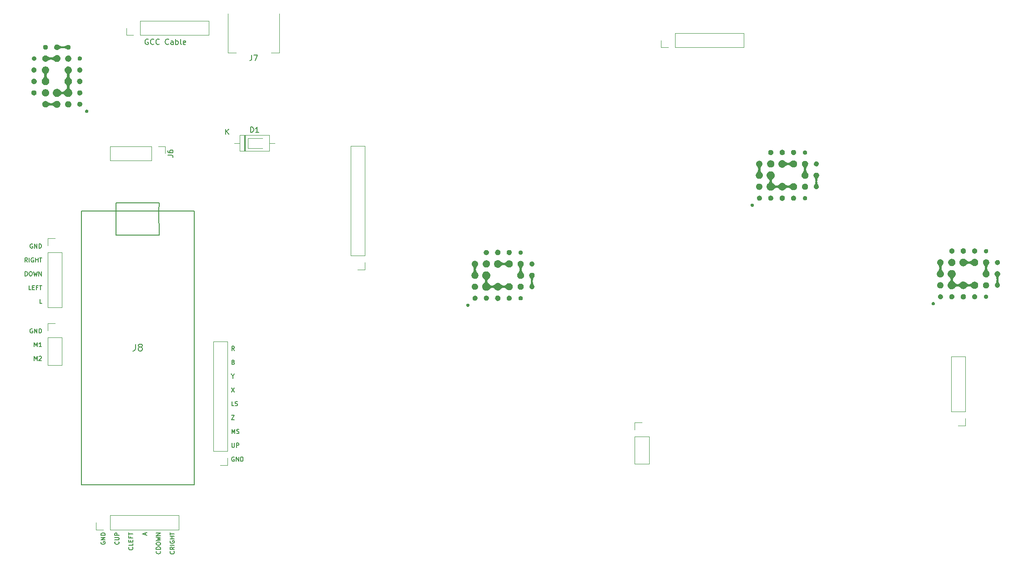
<source format=gbr>
%TF.GenerationSoftware,KiCad,Pcbnew,(6.0.7)*%
%TF.CreationDate,2023-01-06T20:11:21-06:00*%
%TF.ProjectId,OpenRectangle,4f70656e-5265-4637-9461-6e676c652e6b,rev?*%
%TF.SameCoordinates,Original*%
%TF.FileFunction,Legend,Top*%
%TF.FilePolarity,Positive*%
%FSLAX46Y46*%
G04 Gerber Fmt 4.6, Leading zero omitted, Abs format (unit mm)*
G04 Created by KiCad (PCBNEW (6.0.7)) date 2023-01-06 20:11:21*
%MOMM*%
%LPD*%
G01*
G04 APERTURE LIST*
%ADD10C,0.200000*%
%ADD11C,0.150000*%
%ADD12C,0.120000*%
%ADD13C,0.010000*%
%ADD14C,0.127000*%
G04 APERTURE END LIST*
D10*
X194997619Y-90187904D02*
X194730952Y-89806952D01*
X194540476Y-90187904D02*
X194540476Y-89387904D01*
X194845238Y-89387904D01*
X194921428Y-89426000D01*
X194959523Y-89464095D01*
X194997619Y-89540285D01*
X194997619Y-89654571D01*
X194959523Y-89730761D01*
X194921428Y-89768857D01*
X194845238Y-89806952D01*
X194540476Y-89806952D01*
X194807142Y-92344857D02*
X194921428Y-92382952D01*
X194959523Y-92421047D01*
X194997619Y-92497238D01*
X194997619Y-92611523D01*
X194959523Y-92687714D01*
X194921428Y-92725809D01*
X194845238Y-92763904D01*
X194540476Y-92763904D01*
X194540476Y-91963904D01*
X194807142Y-91963904D01*
X194883333Y-92002000D01*
X194921428Y-92040095D01*
X194959523Y-92116285D01*
X194959523Y-92192476D01*
X194921428Y-92268666D01*
X194883333Y-92306761D01*
X194807142Y-92344857D01*
X194540476Y-92344857D01*
X194692857Y-94958952D02*
X194692857Y-95339904D01*
X194426190Y-94539904D02*
X194692857Y-94958952D01*
X194959523Y-94539904D01*
X194464285Y-97115904D02*
X194997619Y-97915904D01*
X194997619Y-97115904D02*
X194464285Y-97915904D01*
X194921428Y-100491904D02*
X194540476Y-100491904D01*
X194540476Y-99691904D01*
X195150000Y-100453809D02*
X195264285Y-100491904D01*
X195454761Y-100491904D01*
X195530952Y-100453809D01*
X195569047Y-100415714D01*
X195607142Y-100339523D01*
X195607142Y-100263333D01*
X195569047Y-100187142D01*
X195530952Y-100149047D01*
X195454761Y-100110952D01*
X195302380Y-100072857D01*
X195226190Y-100034761D01*
X195188095Y-99996666D01*
X195150000Y-99920476D01*
X195150000Y-99844285D01*
X195188095Y-99768095D01*
X195226190Y-99730000D01*
X195302380Y-99691904D01*
X195492857Y-99691904D01*
X195607142Y-99730000D01*
X194464285Y-102267904D02*
X194997619Y-102267904D01*
X194464285Y-103067904D01*
X194997619Y-103067904D01*
X194540476Y-105643904D02*
X194540476Y-104843904D01*
X194807142Y-105415333D01*
X195073809Y-104843904D01*
X195073809Y-105643904D01*
X195416666Y-105605809D02*
X195530952Y-105643904D01*
X195721428Y-105643904D01*
X195797619Y-105605809D01*
X195835714Y-105567714D01*
X195873809Y-105491523D01*
X195873809Y-105415333D01*
X195835714Y-105339142D01*
X195797619Y-105301047D01*
X195721428Y-105262952D01*
X195569047Y-105224857D01*
X195492857Y-105186761D01*
X195454761Y-105148666D01*
X195416666Y-105072476D01*
X195416666Y-104996285D01*
X195454761Y-104920095D01*
X195492857Y-104882000D01*
X195569047Y-104843904D01*
X195759523Y-104843904D01*
X195873809Y-104882000D01*
X194540476Y-107419904D02*
X194540476Y-108067523D01*
X194578571Y-108143714D01*
X194616666Y-108181809D01*
X194692857Y-108219904D01*
X194845238Y-108219904D01*
X194921428Y-108181809D01*
X194959523Y-108143714D01*
X194997619Y-108067523D01*
X194997619Y-107419904D01*
X195378571Y-108219904D02*
X195378571Y-107419904D01*
X195683333Y-107419904D01*
X195759523Y-107458000D01*
X195797619Y-107496095D01*
X195835714Y-107572285D01*
X195835714Y-107686571D01*
X195797619Y-107762761D01*
X195759523Y-107800857D01*
X195683333Y-107838952D01*
X195378571Y-107838952D01*
X194959523Y-110034000D02*
X194883333Y-109995904D01*
X194769047Y-109995904D01*
X194654761Y-110034000D01*
X194578571Y-110110190D01*
X194540476Y-110186380D01*
X194502380Y-110338761D01*
X194502380Y-110453047D01*
X194540476Y-110605428D01*
X194578571Y-110681619D01*
X194654761Y-110757809D01*
X194769047Y-110795904D01*
X194845238Y-110795904D01*
X194959523Y-110757809D01*
X194997619Y-110719714D01*
X194997619Y-110453047D01*
X194845238Y-110453047D01*
X195340476Y-110795904D02*
X195340476Y-109995904D01*
X195797619Y-110795904D01*
X195797619Y-109995904D01*
X196178571Y-110795904D02*
X196178571Y-109995904D01*
X196369047Y-109995904D01*
X196483333Y-110034000D01*
X196559523Y-110110190D01*
X196597619Y-110186380D01*
X196635714Y-110338761D01*
X196635714Y-110453047D01*
X196597619Y-110605428D01*
X196559523Y-110681619D01*
X196483333Y-110757809D01*
X196369047Y-110795904D01*
X196178571Y-110795904D01*
X157431428Y-70378000D02*
X157355238Y-70339904D01*
X157240952Y-70339904D01*
X157126666Y-70378000D01*
X157050476Y-70454190D01*
X157012380Y-70530380D01*
X156974285Y-70682761D01*
X156974285Y-70797047D01*
X157012380Y-70949428D01*
X157050476Y-71025619D01*
X157126666Y-71101809D01*
X157240952Y-71139904D01*
X157317142Y-71139904D01*
X157431428Y-71101809D01*
X157469523Y-71063714D01*
X157469523Y-70797047D01*
X157317142Y-70797047D01*
X157812380Y-71139904D02*
X157812380Y-70339904D01*
X158269523Y-71139904D01*
X158269523Y-70339904D01*
X158650476Y-71139904D02*
X158650476Y-70339904D01*
X158840952Y-70339904D01*
X158955238Y-70378000D01*
X159031428Y-70454190D01*
X159069523Y-70530380D01*
X159107619Y-70682761D01*
X159107619Y-70797047D01*
X159069523Y-70949428D01*
X159031428Y-71025619D01*
X158955238Y-71101809D01*
X158840952Y-71139904D01*
X158650476Y-71139904D01*
X156479047Y-73715904D02*
X156212380Y-73334952D01*
X156021904Y-73715904D02*
X156021904Y-72915904D01*
X156326666Y-72915904D01*
X156402857Y-72954000D01*
X156440952Y-72992095D01*
X156479047Y-73068285D01*
X156479047Y-73182571D01*
X156440952Y-73258761D01*
X156402857Y-73296857D01*
X156326666Y-73334952D01*
X156021904Y-73334952D01*
X156821904Y-73715904D02*
X156821904Y-72915904D01*
X157621904Y-72954000D02*
X157545714Y-72915904D01*
X157431428Y-72915904D01*
X157317142Y-72954000D01*
X157240952Y-73030190D01*
X157202857Y-73106380D01*
X157164761Y-73258761D01*
X157164761Y-73373047D01*
X157202857Y-73525428D01*
X157240952Y-73601619D01*
X157317142Y-73677809D01*
X157431428Y-73715904D01*
X157507619Y-73715904D01*
X157621904Y-73677809D01*
X157660000Y-73639714D01*
X157660000Y-73373047D01*
X157507619Y-73373047D01*
X158002857Y-73715904D02*
X158002857Y-72915904D01*
X158002857Y-73296857D02*
X158460000Y-73296857D01*
X158460000Y-73715904D02*
X158460000Y-72915904D01*
X158726666Y-72915904D02*
X159183809Y-72915904D01*
X158955238Y-73715904D02*
X158955238Y-72915904D01*
X156060000Y-76291904D02*
X156060000Y-75491904D01*
X156250476Y-75491904D01*
X156364761Y-75530000D01*
X156440952Y-75606190D01*
X156479047Y-75682380D01*
X156517142Y-75834761D01*
X156517142Y-75949047D01*
X156479047Y-76101428D01*
X156440952Y-76177619D01*
X156364761Y-76253809D01*
X156250476Y-76291904D01*
X156060000Y-76291904D01*
X157012380Y-75491904D02*
X157164761Y-75491904D01*
X157240952Y-75530000D01*
X157317142Y-75606190D01*
X157355238Y-75758571D01*
X157355238Y-76025238D01*
X157317142Y-76177619D01*
X157240952Y-76253809D01*
X157164761Y-76291904D01*
X157012380Y-76291904D01*
X156936190Y-76253809D01*
X156860000Y-76177619D01*
X156821904Y-76025238D01*
X156821904Y-75758571D01*
X156860000Y-75606190D01*
X156936190Y-75530000D01*
X157012380Y-75491904D01*
X157621904Y-75491904D02*
X157812380Y-76291904D01*
X157964761Y-75720476D01*
X158117142Y-76291904D01*
X158307619Y-75491904D01*
X158612380Y-76291904D02*
X158612380Y-75491904D01*
X159069523Y-76291904D01*
X159069523Y-75491904D01*
X157164761Y-78867904D02*
X156783809Y-78867904D01*
X156783809Y-78067904D01*
X157431428Y-78448857D02*
X157698095Y-78448857D01*
X157812380Y-78867904D02*
X157431428Y-78867904D01*
X157431428Y-78067904D01*
X157812380Y-78067904D01*
X158421904Y-78448857D02*
X158155238Y-78448857D01*
X158155238Y-78867904D02*
X158155238Y-78067904D01*
X158536190Y-78067904D01*
X158726666Y-78067904D02*
X159183809Y-78067904D01*
X158955238Y-78867904D02*
X158955238Y-78067904D01*
X159183809Y-81443904D02*
X158802857Y-81443904D01*
X158802857Y-80643904D01*
X170200000Y-125818571D02*
X170161904Y-125894761D01*
X170161904Y-126009047D01*
X170200000Y-126123333D01*
X170276190Y-126199523D01*
X170352380Y-126237619D01*
X170504761Y-126275714D01*
X170619047Y-126275714D01*
X170771428Y-126237619D01*
X170847619Y-126199523D01*
X170923809Y-126123333D01*
X170961904Y-126009047D01*
X170961904Y-125932857D01*
X170923809Y-125818571D01*
X170885714Y-125780476D01*
X170619047Y-125780476D01*
X170619047Y-125932857D01*
X170961904Y-125437619D02*
X170161904Y-125437619D01*
X170961904Y-124980476D01*
X170161904Y-124980476D01*
X170961904Y-124599523D02*
X170161904Y-124599523D01*
X170161904Y-124409047D01*
X170200000Y-124294761D01*
X170276190Y-124218571D01*
X170352380Y-124180476D01*
X170504761Y-124142380D01*
X170619047Y-124142380D01*
X170771428Y-124180476D01*
X170847619Y-124218571D01*
X170923809Y-124294761D01*
X170961904Y-124409047D01*
X170961904Y-124599523D01*
X173461714Y-125780476D02*
X173499809Y-125818571D01*
X173537904Y-125932857D01*
X173537904Y-126009047D01*
X173499809Y-126123333D01*
X173423619Y-126199523D01*
X173347428Y-126237619D01*
X173195047Y-126275714D01*
X173080761Y-126275714D01*
X172928380Y-126237619D01*
X172852190Y-126199523D01*
X172776000Y-126123333D01*
X172737904Y-126009047D01*
X172737904Y-125932857D01*
X172776000Y-125818571D01*
X172814095Y-125780476D01*
X172737904Y-125437619D02*
X173385523Y-125437619D01*
X173461714Y-125399523D01*
X173499809Y-125361428D01*
X173537904Y-125285238D01*
X173537904Y-125132857D01*
X173499809Y-125056666D01*
X173461714Y-125018571D01*
X173385523Y-124980476D01*
X172737904Y-124980476D01*
X173537904Y-124599523D02*
X172737904Y-124599523D01*
X172737904Y-124294761D01*
X172776000Y-124218571D01*
X172814095Y-124180476D01*
X172890285Y-124142380D01*
X173004571Y-124142380D01*
X173080761Y-124180476D01*
X173118857Y-124218571D01*
X173156952Y-124294761D01*
X173156952Y-124599523D01*
X176037714Y-126809047D02*
X176075809Y-126847142D01*
X176113904Y-126961428D01*
X176113904Y-127037619D01*
X176075809Y-127151904D01*
X175999619Y-127228095D01*
X175923428Y-127266190D01*
X175771047Y-127304285D01*
X175656761Y-127304285D01*
X175504380Y-127266190D01*
X175428190Y-127228095D01*
X175352000Y-127151904D01*
X175313904Y-127037619D01*
X175313904Y-126961428D01*
X175352000Y-126847142D01*
X175390095Y-126809047D01*
X176113904Y-126085238D02*
X176113904Y-126466190D01*
X175313904Y-126466190D01*
X175694857Y-125818571D02*
X175694857Y-125551904D01*
X176113904Y-125437619D02*
X176113904Y-125818571D01*
X175313904Y-125818571D01*
X175313904Y-125437619D01*
X175694857Y-124828095D02*
X175694857Y-125094761D01*
X176113904Y-125094761D02*
X175313904Y-125094761D01*
X175313904Y-124713809D01*
X175313904Y-124523333D02*
X175313904Y-124066190D01*
X176113904Y-124294761D02*
X175313904Y-124294761D01*
X178461333Y-124523333D02*
X178461333Y-124142380D01*
X178689904Y-124599523D02*
X177889904Y-124332857D01*
X178689904Y-124066190D01*
X181189714Y-127532857D02*
X181227809Y-127570952D01*
X181265904Y-127685238D01*
X181265904Y-127761428D01*
X181227809Y-127875714D01*
X181151619Y-127951904D01*
X181075428Y-127990000D01*
X180923047Y-128028095D01*
X180808761Y-128028095D01*
X180656380Y-127990000D01*
X180580190Y-127951904D01*
X180504000Y-127875714D01*
X180465904Y-127761428D01*
X180465904Y-127685238D01*
X180504000Y-127570952D01*
X180542095Y-127532857D01*
X181265904Y-127190000D02*
X180465904Y-127190000D01*
X180465904Y-126999523D01*
X180504000Y-126885238D01*
X180580190Y-126809047D01*
X180656380Y-126770952D01*
X180808761Y-126732857D01*
X180923047Y-126732857D01*
X181075428Y-126770952D01*
X181151619Y-126809047D01*
X181227809Y-126885238D01*
X181265904Y-126999523D01*
X181265904Y-127190000D01*
X180465904Y-126237619D02*
X180465904Y-126085238D01*
X180504000Y-126009047D01*
X180580190Y-125932857D01*
X180732571Y-125894761D01*
X180999238Y-125894761D01*
X181151619Y-125932857D01*
X181227809Y-126009047D01*
X181265904Y-126085238D01*
X181265904Y-126237619D01*
X181227809Y-126313809D01*
X181151619Y-126390000D01*
X180999238Y-126428095D01*
X180732571Y-126428095D01*
X180580190Y-126390000D01*
X180504000Y-126313809D01*
X180465904Y-126237619D01*
X180465904Y-125628095D02*
X181265904Y-125437619D01*
X180694476Y-125285238D01*
X181265904Y-125132857D01*
X180465904Y-124942380D01*
X181265904Y-124637619D02*
X180465904Y-124637619D01*
X181265904Y-124180476D01*
X180465904Y-124180476D01*
X183765714Y-127570952D02*
X183803809Y-127609047D01*
X183841904Y-127723333D01*
X183841904Y-127799523D01*
X183803809Y-127913809D01*
X183727619Y-127990000D01*
X183651428Y-128028095D01*
X183499047Y-128066190D01*
X183384761Y-128066190D01*
X183232380Y-128028095D01*
X183156190Y-127990000D01*
X183080000Y-127913809D01*
X183041904Y-127799523D01*
X183041904Y-127723333D01*
X183080000Y-127609047D01*
X183118095Y-127570952D01*
X183841904Y-126770952D02*
X183460952Y-127037619D01*
X183841904Y-127228095D02*
X183041904Y-127228095D01*
X183041904Y-126923333D01*
X183080000Y-126847142D01*
X183118095Y-126809047D01*
X183194285Y-126770952D01*
X183308571Y-126770952D01*
X183384761Y-126809047D01*
X183422857Y-126847142D01*
X183460952Y-126923333D01*
X183460952Y-127228095D01*
X183841904Y-126428095D02*
X183041904Y-126428095D01*
X183080000Y-125628095D02*
X183041904Y-125704285D01*
X183041904Y-125818571D01*
X183080000Y-125932857D01*
X183156190Y-126009047D01*
X183232380Y-126047142D01*
X183384761Y-126085238D01*
X183499047Y-126085238D01*
X183651428Y-126047142D01*
X183727619Y-126009047D01*
X183803809Y-125932857D01*
X183841904Y-125818571D01*
X183841904Y-125742380D01*
X183803809Y-125628095D01*
X183765714Y-125590000D01*
X183499047Y-125590000D01*
X183499047Y-125742380D01*
X183841904Y-125247142D02*
X183041904Y-125247142D01*
X183422857Y-125247142D02*
X183422857Y-124790000D01*
X183841904Y-124790000D02*
X183041904Y-124790000D01*
X183041904Y-124523333D02*
X183041904Y-124066190D01*
X183841904Y-124294761D02*
X183041904Y-124294761D01*
X157431428Y-86154000D02*
X157355238Y-86115904D01*
X157240952Y-86115904D01*
X157126666Y-86154000D01*
X157050476Y-86230190D01*
X157012380Y-86306380D01*
X156974285Y-86458761D01*
X156974285Y-86573047D01*
X157012380Y-86725428D01*
X157050476Y-86801619D01*
X157126666Y-86877809D01*
X157240952Y-86915904D01*
X157317142Y-86915904D01*
X157431428Y-86877809D01*
X157469523Y-86839714D01*
X157469523Y-86573047D01*
X157317142Y-86573047D01*
X157812380Y-86915904D02*
X157812380Y-86115904D01*
X158269523Y-86915904D01*
X158269523Y-86115904D01*
X158650476Y-86915904D02*
X158650476Y-86115904D01*
X158840952Y-86115904D01*
X158955238Y-86154000D01*
X159031428Y-86230190D01*
X159069523Y-86306380D01*
X159107619Y-86458761D01*
X159107619Y-86573047D01*
X159069523Y-86725428D01*
X159031428Y-86801619D01*
X158955238Y-86877809D01*
X158840952Y-86915904D01*
X158650476Y-86915904D01*
X157774285Y-89491904D02*
X157774285Y-88691904D01*
X158040952Y-89263333D01*
X158307619Y-88691904D01*
X158307619Y-89491904D01*
X159107619Y-89491904D02*
X158650476Y-89491904D01*
X158879047Y-89491904D02*
X158879047Y-88691904D01*
X158802857Y-88806190D01*
X158726666Y-88882380D01*
X158650476Y-88920476D01*
X157774285Y-92067904D02*
X157774285Y-91267904D01*
X158040952Y-91839333D01*
X158307619Y-91267904D01*
X158307619Y-92067904D01*
X158650476Y-91344095D02*
X158688571Y-91306000D01*
X158764761Y-91267904D01*
X158955238Y-91267904D01*
X159031428Y-91306000D01*
X159069523Y-91344095D01*
X159107619Y-91420285D01*
X159107619Y-91496476D01*
X159069523Y-91610761D01*
X158612380Y-92067904D01*
X159107619Y-92067904D01*
D11*
%TO.C,J8*%
X176582916Y-88998273D02*
X176582916Y-89905416D01*
X176522440Y-90086845D01*
X176401488Y-90207797D01*
X176220059Y-90268273D01*
X176099107Y-90268273D01*
X177369107Y-89542559D02*
X177248154Y-89482083D01*
X177187678Y-89421607D01*
X177127202Y-89300654D01*
X177127202Y-89240178D01*
X177187678Y-89119226D01*
X177248154Y-89058750D01*
X177369107Y-88998273D01*
X177611011Y-88998273D01*
X177731964Y-89058750D01*
X177792440Y-89119226D01*
X177852916Y-89240178D01*
X177852916Y-89300654D01*
X177792440Y-89421607D01*
X177731964Y-89482083D01*
X177611011Y-89542559D01*
X177369107Y-89542559D01*
X177248154Y-89603035D01*
X177187678Y-89663511D01*
X177127202Y-89784464D01*
X177127202Y-90026369D01*
X177187678Y-90147321D01*
X177248154Y-90207797D01*
X177369107Y-90268273D01*
X177611011Y-90268273D01*
X177731964Y-90207797D01*
X177792440Y-90147321D01*
X177852916Y-90026369D01*
X177852916Y-89784464D01*
X177792440Y-89663511D01*
X177731964Y-89603035D01*
X177611011Y-89542559D01*
%TO.C,D1*%
X198016904Y-49576130D02*
X198016904Y-48576130D01*
X198255000Y-48576130D01*
X198397857Y-48623750D01*
X198493095Y-48718988D01*
X198540714Y-48814226D01*
X198588333Y-49004702D01*
X198588333Y-49147559D01*
X198540714Y-49338035D01*
X198493095Y-49433273D01*
X198397857Y-49528511D01*
X198255000Y-49576130D01*
X198016904Y-49576130D01*
X199540714Y-49576130D02*
X198969285Y-49576130D01*
X199255000Y-49576130D02*
X199255000Y-48576130D01*
X199159761Y-48718988D01*
X199064523Y-48814226D01*
X198969285Y-48861845D01*
X193413095Y-49946130D02*
X193413095Y-48946130D01*
X193984523Y-49946130D02*
X193555952Y-49374702D01*
X193984523Y-48946130D02*
X193413095Y-49517559D01*
%TO.C,J6*%
X182588630Y-53843333D02*
X183302916Y-53843333D01*
X183445773Y-53890952D01*
X183541011Y-53986190D01*
X183588630Y-54129047D01*
X183588630Y-54224285D01*
X182588630Y-52938571D02*
X182588630Y-53129047D01*
X182636250Y-53224285D01*
X182683869Y-53271904D01*
X182826726Y-53367142D01*
X183017202Y-53414761D01*
X183398154Y-53414761D01*
X183493392Y-53367142D01*
X183541011Y-53319523D01*
X183588630Y-53224285D01*
X183588630Y-53033809D01*
X183541011Y-52938571D01*
X183493392Y-52890952D01*
X183398154Y-52843333D01*
X183160059Y-52843333D01*
X183064821Y-52890952D01*
X183017202Y-52938571D01*
X182969583Y-53033809D01*
X182969583Y-53224285D01*
X183017202Y-53319523D01*
X183064821Y-53367142D01*
X183160059Y-53414761D01*
%TO.C,J5*%
X178955714Y-32260000D02*
X178860476Y-32212380D01*
X178717619Y-32212380D01*
X178574761Y-32260000D01*
X178479523Y-32355238D01*
X178431904Y-32450476D01*
X178384285Y-32640952D01*
X178384285Y-32783809D01*
X178431904Y-32974285D01*
X178479523Y-33069523D01*
X178574761Y-33164761D01*
X178717619Y-33212380D01*
X178812857Y-33212380D01*
X178955714Y-33164761D01*
X179003333Y-33117142D01*
X179003333Y-32783809D01*
X178812857Y-32783809D01*
X180003333Y-33117142D02*
X179955714Y-33164761D01*
X179812857Y-33212380D01*
X179717619Y-33212380D01*
X179574761Y-33164761D01*
X179479523Y-33069523D01*
X179431904Y-32974285D01*
X179384285Y-32783809D01*
X179384285Y-32640952D01*
X179431904Y-32450476D01*
X179479523Y-32355238D01*
X179574761Y-32260000D01*
X179717619Y-32212380D01*
X179812857Y-32212380D01*
X179955714Y-32260000D01*
X180003333Y-32307619D01*
X181003333Y-33117142D02*
X180955714Y-33164761D01*
X180812857Y-33212380D01*
X180717619Y-33212380D01*
X180574761Y-33164761D01*
X180479523Y-33069523D01*
X180431904Y-32974285D01*
X180384285Y-32783809D01*
X180384285Y-32640952D01*
X180431904Y-32450476D01*
X180479523Y-32355238D01*
X180574761Y-32260000D01*
X180717619Y-32212380D01*
X180812857Y-32212380D01*
X180955714Y-32260000D01*
X181003333Y-32307619D01*
X182765238Y-33117142D02*
X182717619Y-33164761D01*
X182574761Y-33212380D01*
X182479523Y-33212380D01*
X182336666Y-33164761D01*
X182241428Y-33069523D01*
X182193809Y-32974285D01*
X182146190Y-32783809D01*
X182146190Y-32640952D01*
X182193809Y-32450476D01*
X182241428Y-32355238D01*
X182336666Y-32260000D01*
X182479523Y-32212380D01*
X182574761Y-32212380D01*
X182717619Y-32260000D01*
X182765238Y-32307619D01*
X183622380Y-33212380D02*
X183622380Y-32688571D01*
X183574761Y-32593333D01*
X183479523Y-32545714D01*
X183289047Y-32545714D01*
X183193809Y-32593333D01*
X183622380Y-33164761D02*
X183527142Y-33212380D01*
X183289047Y-33212380D01*
X183193809Y-33164761D01*
X183146190Y-33069523D01*
X183146190Y-32974285D01*
X183193809Y-32879047D01*
X183289047Y-32831428D01*
X183527142Y-32831428D01*
X183622380Y-32783809D01*
X184098571Y-33212380D02*
X184098571Y-32212380D01*
X184098571Y-32593333D02*
X184193809Y-32545714D01*
X184384285Y-32545714D01*
X184479523Y-32593333D01*
X184527142Y-32640952D01*
X184574761Y-32736190D01*
X184574761Y-33021904D01*
X184527142Y-33117142D01*
X184479523Y-33164761D01*
X184384285Y-33212380D01*
X184193809Y-33212380D01*
X184098571Y-33164761D01*
X185146190Y-33212380D02*
X185050952Y-33164761D01*
X185003333Y-33069523D01*
X185003333Y-32212380D01*
X185908095Y-33164761D02*
X185812857Y-33212380D01*
X185622380Y-33212380D01*
X185527142Y-33164761D01*
X185479523Y-33069523D01*
X185479523Y-32688571D01*
X185527142Y-32593333D01*
X185622380Y-32545714D01*
X185812857Y-32545714D01*
X185908095Y-32593333D01*
X185955714Y-32688571D01*
X185955714Y-32783809D01*
X185479523Y-32879047D01*
%TO.C,J7*%
X198245166Y-35181130D02*
X198245166Y-35895416D01*
X198197547Y-36038273D01*
X198102309Y-36133511D01*
X197959452Y-36181130D01*
X197864214Y-36181130D01*
X198626119Y-35181130D02*
X199292785Y-35181130D01*
X198864214Y-36181130D01*
D12*
%TO.C,J9*%
X162940000Y-71940000D02*
X162940000Y-82160000D01*
X160280000Y-70670000D02*
X160280000Y-69340000D01*
X160280000Y-71940000D02*
X162940000Y-71940000D01*
X160280000Y-82160000D02*
X162940000Y-82160000D01*
X160280000Y-69340000D02*
X161610000Y-69340000D01*
X160280000Y-71940000D02*
X160280000Y-82160000D01*
%TO.C,H17*%
G36*
X334910158Y-73222924D02*
G01*
X334960247Y-73229318D01*
X334972543Y-73231654D01*
X335022285Y-73244198D01*
X335070015Y-73261128D01*
X335115527Y-73282179D01*
X335158616Y-73307084D01*
X335199076Y-73335578D01*
X335236701Y-73367395D01*
X335271286Y-73402269D01*
X335302624Y-73439933D01*
X335330510Y-73480122D01*
X335354738Y-73522569D01*
X335375102Y-73567009D01*
X335391396Y-73613176D01*
X335403415Y-73660802D01*
X335410953Y-73709624D01*
X335413804Y-73759374D01*
X335412520Y-73800394D01*
X335406365Y-73852281D01*
X335395419Y-73902594D01*
X335379663Y-73951375D01*
X335359078Y-73998666D01*
X335333647Y-74044507D01*
X335303350Y-74088939D01*
X335268170Y-74132004D01*
X335259504Y-74141592D01*
X335246145Y-74157355D01*
X335231358Y-74176990D01*
X335215660Y-74199675D01*
X335199567Y-74224587D01*
X335183594Y-74250906D01*
X335168259Y-74277808D01*
X335154076Y-74304473D01*
X335142725Y-74327586D01*
X335115486Y-74391262D01*
X335092185Y-74457587D01*
X335073076Y-74525713D01*
X335058414Y-74594791D01*
X335053324Y-74626036D01*
X335048000Y-74666903D01*
X335044023Y-74707723D01*
X335041452Y-74747441D01*
X335040346Y-74785002D01*
X335040764Y-74819350D01*
X335041603Y-74835586D01*
X335048036Y-74906365D01*
X335057585Y-74973551D01*
X335070384Y-75037662D01*
X335086566Y-75099214D01*
X335106265Y-75158727D01*
X335129614Y-75216718D01*
X335151980Y-75264305D01*
X335177473Y-75312561D01*
X335203480Y-75356388D01*
X335230445Y-75396436D01*
X335258815Y-75433357D01*
X335289038Y-75467800D01*
X335298267Y-75477473D01*
X335335450Y-75518719D01*
X335367856Y-75561072D01*
X335395726Y-75604878D01*
X335416539Y-75644576D01*
X335438236Y-75695979D01*
X335454984Y-75748370D01*
X335466772Y-75801542D01*
X335473588Y-75855285D01*
X335475421Y-75909392D01*
X335472260Y-75963655D01*
X335464093Y-76017865D01*
X335450908Y-76071815D01*
X335441719Y-76100704D01*
X335434374Y-76119982D01*
X335424820Y-76141985D01*
X335413767Y-76165278D01*
X335401923Y-76188427D01*
X335389999Y-76209999D01*
X335378703Y-76228560D01*
X335377734Y-76230046D01*
X335345585Y-76274539D01*
X335309822Y-76315827D01*
X335270769Y-76353685D01*
X335228754Y-76387890D01*
X335184102Y-76418219D01*
X335137140Y-76444447D01*
X335088194Y-76466353D01*
X335037591Y-76483712D01*
X334990404Y-76495363D01*
X334967262Y-76499718D01*
X334946267Y-76502888D01*
X334925787Y-76505028D01*
X334904188Y-76506292D01*
X334879839Y-76506835D01*
X334868639Y-76506885D01*
X334832686Y-76506085D01*
X334799632Y-76503492D01*
X334767539Y-76498869D01*
X334734469Y-76491981D01*
X334722515Y-76489044D01*
X334669869Y-76473110D01*
X334619466Y-76452747D01*
X334571512Y-76428183D01*
X334526216Y-76399644D01*
X334483786Y-76367358D01*
X334444430Y-76331552D01*
X334408357Y-76292451D01*
X334375774Y-76250285D01*
X334346889Y-76205278D01*
X334321911Y-76157658D01*
X334301048Y-76107653D01*
X334284507Y-76055488D01*
X334272498Y-76001392D01*
X334271849Y-75997636D01*
X334269300Y-75978593D01*
X334267361Y-75955907D01*
X334266062Y-75930963D01*
X334265430Y-75905146D01*
X334265497Y-75879842D01*
X334266290Y-75856436D01*
X334267839Y-75836313D01*
X334268353Y-75831920D01*
X334277848Y-75777042D01*
X334292123Y-75723666D01*
X334311050Y-75672060D01*
X334334502Y-75622490D01*
X334362353Y-75575223D01*
X334394474Y-75530525D01*
X334430739Y-75488665D01*
X334433451Y-75485826D01*
X334457415Y-75459054D01*
X334482050Y-75428047D01*
X334506876Y-75393519D01*
X334531415Y-75356182D01*
X334555189Y-75316751D01*
X334577717Y-75275937D01*
X334588639Y-75254686D01*
X334618219Y-75190826D01*
X334643145Y-75126450D01*
X334663612Y-75060906D01*
X334679815Y-74993542D01*
X334691948Y-74923706D01*
X334695513Y-74896546D01*
X334697376Y-74876741D01*
X334698764Y-74853059D01*
X334699677Y-74826629D01*
X334700116Y-74798585D01*
X334700080Y-74770058D01*
X334699571Y-74742181D01*
X334698589Y-74716085D01*
X334697133Y-74692903D01*
X334695432Y-74675566D01*
X334683920Y-74601347D01*
X334667766Y-74529114D01*
X334646926Y-74458752D01*
X334621357Y-74390144D01*
X334591012Y-74323176D01*
X334555848Y-74257732D01*
X334515821Y-74193695D01*
X334502351Y-74174017D01*
X334492959Y-74160866D01*
X334483072Y-74147513D01*
X334473700Y-74135289D01*
X334465850Y-74125529D01*
X334463889Y-74123217D01*
X334439025Y-74092851D01*
X334417621Y-74063006D01*
X334398562Y-74031992D01*
X334380733Y-73998118D01*
X334378911Y-73994376D01*
X334358358Y-73946254D01*
X334342774Y-73897296D01*
X334332158Y-73847719D01*
X334326509Y-73797738D01*
X334325825Y-73747571D01*
X334330105Y-73697432D01*
X334339350Y-73647540D01*
X334353556Y-73598109D01*
X334372724Y-73549357D01*
X334381190Y-73531296D01*
X334406249Y-73485599D01*
X334434981Y-73443025D01*
X334467095Y-73403719D01*
X334502300Y-73367829D01*
X334540304Y-73335504D01*
X334580817Y-73306890D01*
X334623546Y-73282136D01*
X334668201Y-73261388D01*
X334714489Y-73244796D01*
X334762121Y-73232505D01*
X334810804Y-73224665D01*
X334860247Y-73221422D01*
X334910158Y-73222924D01*
G37*
D13*
X334910158Y-73222924D02*
X334960247Y-73229318D01*
X334972543Y-73231654D01*
X335022285Y-73244198D01*
X335070015Y-73261128D01*
X335115527Y-73282179D01*
X335158616Y-73307084D01*
X335199076Y-73335578D01*
X335236701Y-73367395D01*
X335271286Y-73402269D01*
X335302624Y-73439933D01*
X335330510Y-73480122D01*
X335354738Y-73522569D01*
X335375102Y-73567009D01*
X335391396Y-73613176D01*
X335403415Y-73660802D01*
X335410953Y-73709624D01*
X335413804Y-73759374D01*
X335412520Y-73800394D01*
X335406365Y-73852281D01*
X335395419Y-73902594D01*
X335379663Y-73951375D01*
X335359078Y-73998666D01*
X335333647Y-74044507D01*
X335303350Y-74088939D01*
X335268170Y-74132004D01*
X335259504Y-74141592D01*
X335246145Y-74157355D01*
X335231358Y-74176990D01*
X335215660Y-74199675D01*
X335199567Y-74224587D01*
X335183594Y-74250906D01*
X335168259Y-74277808D01*
X335154076Y-74304473D01*
X335142725Y-74327586D01*
X335115486Y-74391262D01*
X335092185Y-74457587D01*
X335073076Y-74525713D01*
X335058414Y-74594791D01*
X335053324Y-74626036D01*
X335048000Y-74666903D01*
X335044023Y-74707723D01*
X335041452Y-74747441D01*
X335040346Y-74785002D01*
X335040764Y-74819350D01*
X335041603Y-74835586D01*
X335048036Y-74906365D01*
X335057585Y-74973551D01*
X335070384Y-75037662D01*
X335086566Y-75099214D01*
X335106265Y-75158727D01*
X335129614Y-75216718D01*
X335151980Y-75264305D01*
X335177473Y-75312561D01*
X335203480Y-75356388D01*
X335230445Y-75396436D01*
X335258815Y-75433357D01*
X335289038Y-75467800D01*
X335298267Y-75477473D01*
X335335450Y-75518719D01*
X335367856Y-75561072D01*
X335395726Y-75604878D01*
X335416539Y-75644576D01*
X335438236Y-75695979D01*
X335454984Y-75748370D01*
X335466772Y-75801542D01*
X335473588Y-75855285D01*
X335475421Y-75909392D01*
X335472260Y-75963655D01*
X335464093Y-76017865D01*
X335450908Y-76071815D01*
X335441719Y-76100704D01*
X335434374Y-76119982D01*
X335424820Y-76141985D01*
X335413767Y-76165278D01*
X335401923Y-76188427D01*
X335389999Y-76209999D01*
X335378703Y-76228560D01*
X335377734Y-76230046D01*
X335345585Y-76274539D01*
X335309822Y-76315827D01*
X335270769Y-76353685D01*
X335228754Y-76387890D01*
X335184102Y-76418219D01*
X335137140Y-76444447D01*
X335088194Y-76466353D01*
X335037591Y-76483712D01*
X334990404Y-76495363D01*
X334967262Y-76499718D01*
X334946267Y-76502888D01*
X334925787Y-76505028D01*
X334904188Y-76506292D01*
X334879839Y-76506835D01*
X334868639Y-76506885D01*
X334832686Y-76506085D01*
X334799632Y-76503492D01*
X334767539Y-76498869D01*
X334734469Y-76491981D01*
X334722515Y-76489044D01*
X334669869Y-76473110D01*
X334619466Y-76452747D01*
X334571512Y-76428183D01*
X334526216Y-76399644D01*
X334483786Y-76367358D01*
X334444430Y-76331552D01*
X334408357Y-76292451D01*
X334375774Y-76250285D01*
X334346889Y-76205278D01*
X334321911Y-76157658D01*
X334301048Y-76107653D01*
X334284507Y-76055488D01*
X334272498Y-76001392D01*
X334271849Y-75997636D01*
X334269300Y-75978593D01*
X334267361Y-75955907D01*
X334266062Y-75930963D01*
X334265430Y-75905146D01*
X334265497Y-75879842D01*
X334266290Y-75856436D01*
X334267839Y-75836313D01*
X334268353Y-75831920D01*
X334277848Y-75777042D01*
X334292123Y-75723666D01*
X334311050Y-75672060D01*
X334334502Y-75622490D01*
X334362353Y-75575223D01*
X334394474Y-75530525D01*
X334430739Y-75488665D01*
X334433451Y-75485826D01*
X334457415Y-75459054D01*
X334482050Y-75428047D01*
X334506876Y-75393519D01*
X334531415Y-75356182D01*
X334555189Y-75316751D01*
X334577717Y-75275937D01*
X334588639Y-75254686D01*
X334618219Y-75190826D01*
X334643145Y-75126450D01*
X334663612Y-75060906D01*
X334679815Y-74993542D01*
X334691948Y-74923706D01*
X334695513Y-74896546D01*
X334697376Y-74876741D01*
X334698764Y-74853059D01*
X334699677Y-74826629D01*
X334700116Y-74798585D01*
X334700080Y-74770058D01*
X334699571Y-74742181D01*
X334698589Y-74716085D01*
X334697133Y-74692903D01*
X334695432Y-74675566D01*
X334683920Y-74601347D01*
X334667766Y-74529114D01*
X334646926Y-74458752D01*
X334621357Y-74390144D01*
X334591012Y-74323176D01*
X334555848Y-74257732D01*
X334515821Y-74193695D01*
X334502351Y-74174017D01*
X334492959Y-74160866D01*
X334483072Y-74147513D01*
X334473700Y-74135289D01*
X334465850Y-74125529D01*
X334463889Y-74123217D01*
X334439025Y-74092851D01*
X334417621Y-74063006D01*
X334398562Y-74031992D01*
X334380733Y-73998118D01*
X334378911Y-73994376D01*
X334358358Y-73946254D01*
X334342774Y-73897296D01*
X334332158Y-73847719D01*
X334326509Y-73797738D01*
X334325825Y-73747571D01*
X334330105Y-73697432D01*
X334339350Y-73647540D01*
X334353556Y-73598109D01*
X334372724Y-73549357D01*
X334381190Y-73531296D01*
X334406249Y-73485599D01*
X334434981Y-73443025D01*
X334467095Y-73403719D01*
X334502300Y-73367829D01*
X334540304Y-73335504D01*
X334580817Y-73306890D01*
X334623546Y-73282136D01*
X334668201Y-73261388D01*
X334714489Y-73244796D01*
X334762121Y-73232505D01*
X334810804Y-73224665D01*
X334860247Y-73221422D01*
X334910158Y-73222924D01*
G36*
X334894546Y-71295423D02*
G01*
X334914983Y-71296852D01*
X334929033Y-71298699D01*
X334969772Y-71308232D01*
X335009010Y-71322430D01*
X335046356Y-71341002D01*
X335081420Y-71363658D01*
X335113812Y-71390104D01*
X335143141Y-71420050D01*
X335169016Y-71453205D01*
X335191048Y-71489276D01*
X335195288Y-71497469D01*
X335211654Y-71535678D01*
X335223424Y-71575534D01*
X335230555Y-71616477D01*
X335233005Y-71657947D01*
X335230732Y-71699387D01*
X335223692Y-71740235D01*
X335215727Y-71768728D01*
X335200047Y-71808767D01*
X335180178Y-71846108D01*
X335156367Y-71880534D01*
X335128856Y-71911827D01*
X335097892Y-71939772D01*
X335063718Y-71964150D01*
X335026580Y-71984746D01*
X334986722Y-72001342D01*
X334944388Y-72013722D01*
X334937620Y-72015249D01*
X334920640Y-72017943D01*
X334900101Y-72019643D01*
X334877422Y-72020360D01*
X334854025Y-72020106D01*
X334831330Y-72018894D01*
X334810757Y-72016734D01*
X334795587Y-72014071D01*
X334753468Y-72002116D01*
X334713679Y-71985659D01*
X334676346Y-71964774D01*
X334641598Y-71939533D01*
X334609563Y-71910009D01*
X334604997Y-71905213D01*
X334577268Y-71871947D01*
X334553828Y-71836061D01*
X334534821Y-71797833D01*
X334520394Y-71757542D01*
X334513392Y-71729671D01*
X334510884Y-71714492D01*
X334508914Y-71696156D01*
X334507548Y-71676155D01*
X334506849Y-71655978D01*
X334506882Y-71637115D01*
X334507713Y-71621058D01*
X334508402Y-71614866D01*
X334516793Y-71572268D01*
X334529694Y-71531569D01*
X334546859Y-71493062D01*
X334568043Y-71457040D01*
X334593001Y-71423798D01*
X334621488Y-71393629D01*
X334653259Y-71366827D01*
X334688068Y-71343686D01*
X334725669Y-71324499D01*
X334762360Y-71310644D01*
X334776449Y-71306575D01*
X334792345Y-71302619D01*
X334807133Y-71299486D01*
X334810433Y-71298895D01*
X334828435Y-71296654D01*
X334849581Y-71295327D01*
X334872182Y-71294915D01*
X334894546Y-71295423D01*
G37*
X334894546Y-71295423D02*
X334914983Y-71296852D01*
X334929033Y-71298699D01*
X334969772Y-71308232D01*
X335009010Y-71322430D01*
X335046356Y-71341002D01*
X335081420Y-71363658D01*
X335113812Y-71390104D01*
X335143141Y-71420050D01*
X335169016Y-71453205D01*
X335191048Y-71489276D01*
X335195288Y-71497469D01*
X335211654Y-71535678D01*
X335223424Y-71575534D01*
X335230555Y-71616477D01*
X335233005Y-71657947D01*
X335230732Y-71699387D01*
X335223692Y-71740235D01*
X335215727Y-71768728D01*
X335200047Y-71808767D01*
X335180178Y-71846108D01*
X335156367Y-71880534D01*
X335128856Y-71911827D01*
X335097892Y-71939772D01*
X335063718Y-71964150D01*
X335026580Y-71984746D01*
X334986722Y-72001342D01*
X334944388Y-72013722D01*
X334937620Y-72015249D01*
X334920640Y-72017943D01*
X334900101Y-72019643D01*
X334877422Y-72020360D01*
X334854025Y-72020106D01*
X334831330Y-72018894D01*
X334810757Y-72016734D01*
X334795587Y-72014071D01*
X334753468Y-72002116D01*
X334713679Y-71985659D01*
X334676346Y-71964774D01*
X334641598Y-71939533D01*
X334609563Y-71910009D01*
X334604997Y-71905213D01*
X334577268Y-71871947D01*
X334553828Y-71836061D01*
X334534821Y-71797833D01*
X334520394Y-71757542D01*
X334513392Y-71729671D01*
X334510884Y-71714492D01*
X334508914Y-71696156D01*
X334507548Y-71676155D01*
X334506849Y-71655978D01*
X334506882Y-71637115D01*
X334507713Y-71621058D01*
X334508402Y-71614866D01*
X334516793Y-71572268D01*
X334529694Y-71531569D01*
X334546859Y-71493062D01*
X334568043Y-71457040D01*
X334593001Y-71423798D01*
X334621488Y-71393629D01*
X334653259Y-71366827D01*
X334688068Y-71343686D01*
X334725669Y-71324499D01*
X334762360Y-71310644D01*
X334776449Y-71306575D01*
X334792345Y-71302619D01*
X334807133Y-71299486D01*
X334810433Y-71298895D01*
X334828435Y-71296654D01*
X334849581Y-71295327D01*
X334872182Y-71294915D01*
X334894546Y-71295423D01*
G36*
X330658202Y-73101910D02*
G01*
X330715983Y-73107215D01*
X330748098Y-73112323D01*
X330803847Y-73125115D01*
X330858149Y-73142750D01*
X330910804Y-73165146D01*
X330961613Y-73192221D01*
X330994270Y-73212771D01*
X331038059Y-73244810D01*
X331079412Y-73280490D01*
X331117510Y-73319045D01*
X331151534Y-73359710D01*
X331151846Y-73360118D01*
X331161509Y-73372508D01*
X331170152Y-73382819D01*
X331178727Y-73391984D01*
X331188186Y-73400935D01*
X331199479Y-73410606D01*
X331213558Y-73421927D01*
X331220330Y-73427242D01*
X331249812Y-73448975D01*
X331282108Y-73470468D01*
X331316073Y-73491070D01*
X331350566Y-73510134D01*
X331384444Y-73527011D01*
X331416565Y-73541053D01*
X331429880Y-73546179D01*
X331468639Y-73559180D01*
X331509327Y-73570588D01*
X331551001Y-73580241D01*
X331592717Y-73587978D01*
X331633532Y-73593636D01*
X331672502Y-73597056D01*
X331708684Y-73598076D01*
X331729600Y-73597414D01*
X331795259Y-73591359D01*
X331858267Y-73581038D01*
X331918832Y-73566379D01*
X331977164Y-73547315D01*
X332033474Y-73523776D01*
X332087970Y-73495692D01*
X332140861Y-73462993D01*
X332146160Y-73459406D01*
X332167923Y-73444149D01*
X332186039Y-73430461D01*
X332201375Y-73417576D01*
X332214796Y-73404732D01*
X332227169Y-73391163D01*
X332236730Y-73379482D01*
X332273257Y-73336946D01*
X332312901Y-73298098D01*
X332355357Y-73263066D01*
X332400323Y-73231976D01*
X332447494Y-73204954D01*
X332496566Y-73182126D01*
X332547236Y-73163618D01*
X332599199Y-73149557D01*
X332652152Y-73140069D01*
X332705792Y-73135279D01*
X332759813Y-73135315D01*
X332812910Y-73140164D01*
X332868428Y-73150310D01*
X332922514Y-73165248D01*
X332974901Y-73184827D01*
X333025322Y-73208893D01*
X333073510Y-73237296D01*
X333119199Y-73269881D01*
X333162121Y-73306498D01*
X333202010Y-73346993D01*
X333227015Y-73376356D01*
X333251703Y-73409720D01*
X333275308Y-73446640D01*
X333296974Y-73485597D01*
X333315842Y-73525070D01*
X333328331Y-73555956D01*
X333344078Y-73605771D01*
X333355445Y-73657610D01*
X333362378Y-73710833D01*
X333364826Y-73764803D01*
X333362735Y-73818883D01*
X333356053Y-73872435D01*
X333355013Y-73878386D01*
X333343262Y-73929768D01*
X333326622Y-73980792D01*
X333305288Y-74031027D01*
X333279450Y-74080043D01*
X333249300Y-74127408D01*
X333235396Y-74146708D01*
X333223517Y-74161517D01*
X333208521Y-74178505D01*
X333191326Y-74196766D01*
X333172847Y-74215390D01*
X333154001Y-74233469D01*
X333135704Y-74250094D01*
X333118873Y-74264357D01*
X333108820Y-74272178D01*
X333061089Y-74304680D01*
X333011966Y-74332346D01*
X332961162Y-74355300D01*
X332908384Y-74373666D01*
X332853344Y-74387568D01*
X332825610Y-74392763D01*
X332809507Y-74394798D01*
X332789516Y-74396303D01*
X332766800Y-74397278D01*
X332742526Y-74397723D01*
X332717857Y-74397638D01*
X332693956Y-74397023D01*
X332671990Y-74395878D01*
X332653121Y-74394202D01*
X332642730Y-74392773D01*
X332585308Y-74380740D01*
X332530109Y-74364183D01*
X332477255Y-74343171D01*
X332426868Y-74317773D01*
X332379071Y-74288060D01*
X332333985Y-74254099D01*
X332291734Y-74215962D01*
X332252439Y-74173717D01*
X332247733Y-74168143D01*
X332229418Y-74148413D01*
X332206853Y-74127770D01*
X332180693Y-74106641D01*
X332151589Y-74085451D01*
X332120193Y-74064626D01*
X332087158Y-74044592D01*
X332053135Y-74025776D01*
X332018778Y-74008602D01*
X331984737Y-73993498D01*
X331973274Y-73988880D01*
X331914727Y-73968546D01*
X331855821Y-73953272D01*
X331796638Y-73943054D01*
X331737264Y-73937892D01*
X331677782Y-73937783D01*
X331618275Y-73942725D01*
X331558828Y-73952717D01*
X331499524Y-73967757D01*
X331440447Y-73987842D01*
X331407640Y-74001231D01*
X331362082Y-74022938D01*
X331315667Y-74048885D01*
X331269243Y-74078528D01*
X331223658Y-74111323D01*
X331179762Y-74146725D01*
X331176392Y-74149616D01*
X331168856Y-74156809D01*
X331159755Y-74166527D01*
X331150527Y-74177199D01*
X331145997Y-74182806D01*
X331134875Y-74196131D01*
X331120838Y-74211650D01*
X331104905Y-74228342D01*
X331088092Y-74245183D01*
X331071418Y-74261152D01*
X331055901Y-74275227D01*
X331043800Y-74285404D01*
X331011141Y-74309586D01*
X330975180Y-74332894D01*
X330937334Y-74354532D01*
X330899021Y-74373702D01*
X330861659Y-74389608D01*
X330852030Y-74393199D01*
X330798525Y-74409903D01*
X330743562Y-74422039D01*
X330687646Y-74429606D01*
X330631279Y-74432604D01*
X330574966Y-74431033D01*
X330519210Y-74424892D01*
X330464513Y-74414182D01*
X330411381Y-74398902D01*
X330395826Y-74393429D01*
X330342655Y-74371246D01*
X330292111Y-74344836D01*
X330244380Y-74314427D01*
X330199647Y-74280248D01*
X330158095Y-74242526D01*
X330119910Y-74201489D01*
X330085277Y-74157365D01*
X330054380Y-74110382D01*
X330027403Y-74060766D01*
X330004533Y-74008747D01*
X329985953Y-73954551D01*
X329971848Y-73898407D01*
X329965439Y-73862766D01*
X329964329Y-73853215D01*
X329963278Y-73839945D01*
X329962314Y-73823903D01*
X329961467Y-73806033D01*
X329960767Y-73787281D01*
X329960243Y-73768593D01*
X329959925Y-73750915D01*
X329959843Y-73735193D01*
X329960027Y-73722371D01*
X329960505Y-73713397D01*
X329960705Y-73711636D01*
X329961457Y-73705749D01*
X329962583Y-73696418D01*
X329963889Y-73685247D01*
X329964503Y-73679886D01*
X329972989Y-73627278D01*
X329986321Y-73574991D01*
X330004272Y-73523504D01*
X330026611Y-73473298D01*
X330053108Y-73424850D01*
X330083533Y-73378641D01*
X330117656Y-73335150D01*
X330143370Y-73306838D01*
X330185716Y-73266520D01*
X330230801Y-73230380D01*
X330278359Y-73198504D01*
X330328125Y-73170975D01*
X330379833Y-73147881D01*
X330433217Y-73129306D01*
X330488011Y-73115336D01*
X330543951Y-73106057D01*
X330600770Y-73101553D01*
X330658202Y-73101910D01*
G37*
X330658202Y-73101910D02*
X330715983Y-73107215D01*
X330748098Y-73112323D01*
X330803847Y-73125115D01*
X330858149Y-73142750D01*
X330910804Y-73165146D01*
X330961613Y-73192221D01*
X330994270Y-73212771D01*
X331038059Y-73244810D01*
X331079412Y-73280490D01*
X331117510Y-73319045D01*
X331151534Y-73359710D01*
X331151846Y-73360118D01*
X331161509Y-73372508D01*
X331170152Y-73382819D01*
X331178727Y-73391984D01*
X331188186Y-73400935D01*
X331199479Y-73410606D01*
X331213558Y-73421927D01*
X331220330Y-73427242D01*
X331249812Y-73448975D01*
X331282108Y-73470468D01*
X331316073Y-73491070D01*
X331350566Y-73510134D01*
X331384444Y-73527011D01*
X331416565Y-73541053D01*
X331429880Y-73546179D01*
X331468639Y-73559180D01*
X331509327Y-73570588D01*
X331551001Y-73580241D01*
X331592717Y-73587978D01*
X331633532Y-73593636D01*
X331672502Y-73597056D01*
X331708684Y-73598076D01*
X331729600Y-73597414D01*
X331795259Y-73591359D01*
X331858267Y-73581038D01*
X331918832Y-73566379D01*
X331977164Y-73547315D01*
X332033474Y-73523776D01*
X332087970Y-73495692D01*
X332140861Y-73462993D01*
X332146160Y-73459406D01*
X332167923Y-73444149D01*
X332186039Y-73430461D01*
X332201375Y-73417576D01*
X332214796Y-73404732D01*
X332227169Y-73391163D01*
X332236730Y-73379482D01*
X332273257Y-73336946D01*
X332312901Y-73298098D01*
X332355357Y-73263066D01*
X332400323Y-73231976D01*
X332447494Y-73204954D01*
X332496566Y-73182126D01*
X332547236Y-73163618D01*
X332599199Y-73149557D01*
X332652152Y-73140069D01*
X332705792Y-73135279D01*
X332759813Y-73135315D01*
X332812910Y-73140164D01*
X332868428Y-73150310D01*
X332922514Y-73165248D01*
X332974901Y-73184827D01*
X333025322Y-73208893D01*
X333073510Y-73237296D01*
X333119199Y-73269881D01*
X333162121Y-73306498D01*
X333202010Y-73346993D01*
X333227015Y-73376356D01*
X333251703Y-73409720D01*
X333275308Y-73446640D01*
X333296974Y-73485597D01*
X333315842Y-73525070D01*
X333328331Y-73555956D01*
X333344078Y-73605771D01*
X333355445Y-73657610D01*
X333362378Y-73710833D01*
X333364826Y-73764803D01*
X333362735Y-73818883D01*
X333356053Y-73872435D01*
X333355013Y-73878386D01*
X333343262Y-73929768D01*
X333326622Y-73980792D01*
X333305288Y-74031027D01*
X333279450Y-74080043D01*
X333249300Y-74127408D01*
X333235396Y-74146708D01*
X333223517Y-74161517D01*
X333208521Y-74178505D01*
X333191326Y-74196766D01*
X333172847Y-74215390D01*
X333154001Y-74233469D01*
X333135704Y-74250094D01*
X333118873Y-74264357D01*
X333108820Y-74272178D01*
X333061089Y-74304680D01*
X333011966Y-74332346D01*
X332961162Y-74355300D01*
X332908384Y-74373666D01*
X332853344Y-74387568D01*
X332825610Y-74392763D01*
X332809507Y-74394798D01*
X332789516Y-74396303D01*
X332766800Y-74397278D01*
X332742526Y-74397723D01*
X332717857Y-74397638D01*
X332693956Y-74397023D01*
X332671990Y-74395878D01*
X332653121Y-74394202D01*
X332642730Y-74392773D01*
X332585308Y-74380740D01*
X332530109Y-74364183D01*
X332477255Y-74343171D01*
X332426868Y-74317773D01*
X332379071Y-74288060D01*
X332333985Y-74254099D01*
X332291734Y-74215962D01*
X332252439Y-74173717D01*
X332247733Y-74168143D01*
X332229418Y-74148413D01*
X332206853Y-74127770D01*
X332180693Y-74106641D01*
X332151589Y-74085451D01*
X332120193Y-74064626D01*
X332087158Y-74044592D01*
X332053135Y-74025776D01*
X332018778Y-74008602D01*
X331984737Y-73993498D01*
X331973274Y-73988880D01*
X331914727Y-73968546D01*
X331855821Y-73953272D01*
X331796638Y-73943054D01*
X331737264Y-73937892D01*
X331677782Y-73937783D01*
X331618275Y-73942725D01*
X331558828Y-73952717D01*
X331499524Y-73967757D01*
X331440447Y-73987842D01*
X331407640Y-74001231D01*
X331362082Y-74022938D01*
X331315667Y-74048885D01*
X331269243Y-74078528D01*
X331223658Y-74111323D01*
X331179762Y-74146725D01*
X331176392Y-74149616D01*
X331168856Y-74156809D01*
X331159755Y-74166527D01*
X331150527Y-74177199D01*
X331145997Y-74182806D01*
X331134875Y-74196131D01*
X331120838Y-74211650D01*
X331104905Y-74228342D01*
X331088092Y-74245183D01*
X331071418Y-74261152D01*
X331055901Y-74275227D01*
X331043800Y-74285404D01*
X331011141Y-74309586D01*
X330975180Y-74332894D01*
X330937334Y-74354532D01*
X330899021Y-74373702D01*
X330861659Y-74389608D01*
X330852030Y-74393199D01*
X330798525Y-74409903D01*
X330743562Y-74422039D01*
X330687646Y-74429606D01*
X330631279Y-74432604D01*
X330574966Y-74431033D01*
X330519210Y-74424892D01*
X330464513Y-74414182D01*
X330411381Y-74398902D01*
X330395826Y-74393429D01*
X330342655Y-74371246D01*
X330292111Y-74344836D01*
X330244380Y-74314427D01*
X330199647Y-74280248D01*
X330158095Y-74242526D01*
X330119910Y-74201489D01*
X330085277Y-74157365D01*
X330054380Y-74110382D01*
X330027403Y-74060766D01*
X330004533Y-74008747D01*
X329985953Y-73954551D01*
X329971848Y-73898407D01*
X329965439Y-73862766D01*
X329964329Y-73853215D01*
X329963278Y-73839945D01*
X329962314Y-73823903D01*
X329961467Y-73806033D01*
X329960767Y-73787281D01*
X329960243Y-73768593D01*
X329959925Y-73750915D01*
X329959843Y-73735193D01*
X329960027Y-73722371D01*
X329960505Y-73713397D01*
X329960705Y-73711636D01*
X329961457Y-73705749D01*
X329962583Y-73696418D01*
X329963889Y-73685247D01*
X329964503Y-73679886D01*
X329972989Y-73627278D01*
X329986321Y-73574991D01*
X330004272Y-73523504D01*
X330026611Y-73473298D01*
X330053108Y-73424850D01*
X330083533Y-73378641D01*
X330117656Y-73335150D01*
X330143370Y-73306838D01*
X330185716Y-73266520D01*
X330230801Y-73230380D01*
X330278359Y-73198504D01*
X330328125Y-73170975D01*
X330379833Y-73147881D01*
X330433217Y-73129306D01*
X330488011Y-73115336D01*
X330543951Y-73106057D01*
X330600770Y-73101553D01*
X330658202Y-73101910D01*
G36*
X328498593Y-73133019D02*
G01*
X328522022Y-73133656D01*
X328543757Y-73134816D01*
X328562451Y-73136487D01*
X328568570Y-73137268D01*
X328624486Y-73147695D01*
X328678613Y-73162757D01*
X328730727Y-73182258D01*
X328780603Y-73205998D01*
X328828019Y-73233782D01*
X328872750Y-73265411D01*
X328914573Y-73300687D01*
X328953262Y-73339414D01*
X328988595Y-73381394D01*
X329020347Y-73426429D01*
X329048294Y-73474321D01*
X329072213Y-73524874D01*
X329091879Y-73577889D01*
X329100312Y-73606226D01*
X329111276Y-73655312D01*
X329118048Y-73706422D01*
X329120623Y-73758701D01*
X329118995Y-73811300D01*
X329113161Y-73863364D01*
X329103116Y-73914043D01*
X329101965Y-73918669D01*
X329086069Y-73971163D01*
X329065533Y-74022027D01*
X329040623Y-74070951D01*
X329011602Y-74117624D01*
X328978737Y-74161739D01*
X328942292Y-74202983D01*
X328902534Y-74241048D01*
X328859726Y-74275625D01*
X328814134Y-74306402D01*
X328766023Y-74333071D01*
X328734901Y-74347469D01*
X328682958Y-74367281D01*
X328630944Y-74382139D01*
X328578308Y-74392148D01*
X328524501Y-74397411D01*
X328468972Y-74398033D01*
X328467315Y-74397982D01*
X328410856Y-74393719D01*
X328355804Y-74384597D01*
X328302290Y-74370674D01*
X328250446Y-74352007D01*
X328200406Y-74328655D01*
X328152300Y-74300675D01*
X328106262Y-74268127D01*
X328062424Y-74231068D01*
X328041387Y-74210880D01*
X328002060Y-74168147D01*
X327967280Y-74123158D01*
X327937059Y-74075936D01*
X327911410Y-74026507D01*
X327890344Y-73974894D01*
X327873873Y-73921122D01*
X327862012Y-73865215D01*
X327860018Y-73852606D01*
X327858599Y-73840576D01*
X327857312Y-73825062D01*
X327856206Y-73807294D01*
X327855330Y-73788502D01*
X327854732Y-73769916D01*
X327854461Y-73752765D01*
X327854568Y-73738280D01*
X327855059Y-73728146D01*
X327860662Y-73678966D01*
X327868802Y-73633288D01*
X327879774Y-73590055D01*
X327893870Y-73548214D01*
X327911382Y-73506707D01*
X327923302Y-73482211D01*
X327951376Y-73432555D01*
X327983321Y-73386052D01*
X328018899Y-73342872D01*
X328057870Y-73303181D01*
X328099996Y-73267149D01*
X328145038Y-73234943D01*
X328192756Y-73206732D01*
X328242913Y-73182685D01*
X328295268Y-73162969D01*
X328349583Y-73147753D01*
X328405620Y-73137205D01*
X328414900Y-73135940D01*
X328431624Y-73134366D01*
X328452046Y-73133363D01*
X328474818Y-73132917D01*
X328498593Y-73133019D01*
G37*
X328498593Y-73133019D02*
X328522022Y-73133656D01*
X328543757Y-73134816D01*
X328562451Y-73136487D01*
X328568570Y-73137268D01*
X328624486Y-73147695D01*
X328678613Y-73162757D01*
X328730727Y-73182258D01*
X328780603Y-73205998D01*
X328828019Y-73233782D01*
X328872750Y-73265411D01*
X328914573Y-73300687D01*
X328953262Y-73339414D01*
X328988595Y-73381394D01*
X329020347Y-73426429D01*
X329048294Y-73474321D01*
X329072213Y-73524874D01*
X329091879Y-73577889D01*
X329100312Y-73606226D01*
X329111276Y-73655312D01*
X329118048Y-73706422D01*
X329120623Y-73758701D01*
X329118995Y-73811300D01*
X329113161Y-73863364D01*
X329103116Y-73914043D01*
X329101965Y-73918669D01*
X329086069Y-73971163D01*
X329065533Y-74022027D01*
X329040623Y-74070951D01*
X329011602Y-74117624D01*
X328978737Y-74161739D01*
X328942292Y-74202983D01*
X328902534Y-74241048D01*
X328859726Y-74275625D01*
X328814134Y-74306402D01*
X328766023Y-74333071D01*
X328734901Y-74347469D01*
X328682958Y-74367281D01*
X328630944Y-74382139D01*
X328578308Y-74392148D01*
X328524501Y-74397411D01*
X328468972Y-74398033D01*
X328467315Y-74397982D01*
X328410856Y-74393719D01*
X328355804Y-74384597D01*
X328302290Y-74370674D01*
X328250446Y-74352007D01*
X328200406Y-74328655D01*
X328152300Y-74300675D01*
X328106262Y-74268127D01*
X328062424Y-74231068D01*
X328041387Y-74210880D01*
X328002060Y-74168147D01*
X327967280Y-74123158D01*
X327937059Y-74075936D01*
X327911410Y-74026507D01*
X327890344Y-73974894D01*
X327873873Y-73921122D01*
X327862012Y-73865215D01*
X327860018Y-73852606D01*
X327858599Y-73840576D01*
X327857312Y-73825062D01*
X327856206Y-73807294D01*
X327855330Y-73788502D01*
X327854732Y-73769916D01*
X327854461Y-73752765D01*
X327854568Y-73738280D01*
X327855059Y-73728146D01*
X327860662Y-73678966D01*
X327868802Y-73633288D01*
X327879774Y-73590055D01*
X327893870Y-73548214D01*
X327911382Y-73506707D01*
X327923302Y-73482211D01*
X327951376Y-73432555D01*
X327983321Y-73386052D01*
X328018899Y-73342872D01*
X328057870Y-73303181D01*
X328099996Y-73267149D01*
X328145038Y-73234943D01*
X328192756Y-73206732D01*
X328242913Y-73182685D01*
X328295268Y-73162969D01*
X328349583Y-73147753D01*
X328405620Y-73137205D01*
X328414900Y-73135940D01*
X328431624Y-73134366D01*
X328452046Y-73133363D01*
X328474818Y-73132917D01*
X328498593Y-73133019D01*
G36*
X328473320Y-75190015D02*
G01*
X328497728Y-75190130D01*
X328517804Y-75190426D01*
X328534295Y-75190934D01*
X328547948Y-75191689D01*
X328559510Y-75192723D01*
X328569727Y-75194070D01*
X328571838Y-75194407D01*
X328632833Y-75206756D01*
X328691050Y-75223336D01*
X328746627Y-75244217D01*
X328799700Y-75269467D01*
X328850405Y-75299156D01*
X328898878Y-75333353D01*
X328945255Y-75372127D01*
X328972669Y-75398151D01*
X329013943Y-75442704D01*
X329051122Y-75490147D01*
X329084083Y-75540237D01*
X329112702Y-75592732D01*
X329136856Y-75647392D01*
X329156422Y-75703973D01*
X329171277Y-75762234D01*
X329178527Y-75802056D01*
X329180166Y-75816060D01*
X329181482Y-75833961D01*
X329182470Y-75854750D01*
X329183121Y-75877417D01*
X329183430Y-75900954D01*
X329183390Y-75924352D01*
X329182995Y-75946600D01*
X329182236Y-75966691D01*
X329181109Y-75983614D01*
X329179804Y-75995096D01*
X329168167Y-76055963D01*
X329151966Y-76114780D01*
X329131302Y-76171381D01*
X329106277Y-76225598D01*
X329076992Y-76277268D01*
X329043546Y-76326223D01*
X329006041Y-76372298D01*
X328964578Y-76415327D01*
X328919258Y-76455144D01*
X328883530Y-76482278D01*
X328867622Y-76493754D01*
X328854868Y-76503359D01*
X328844195Y-76512039D01*
X328834527Y-76520740D01*
X328824791Y-76530406D01*
X328813914Y-76541983D01*
X328806620Y-76549989D01*
X328769633Y-76593908D01*
X328737553Y-76638622D01*
X328710228Y-76684480D01*
X328687504Y-76731827D01*
X328669229Y-76781010D01*
X328655251Y-76832377D01*
X328645415Y-76886274D01*
X328640870Y-76926181D01*
X328639769Y-76941097D01*
X328639356Y-76954264D01*
X328639664Y-76967462D01*
X328640723Y-76982472D01*
X328642133Y-76996983D01*
X328650307Y-77053290D01*
X328662852Y-77107111D01*
X328679848Y-77158610D01*
X328701370Y-77207953D01*
X328727498Y-77255305D01*
X328758309Y-77300833D01*
X328793880Y-77344702D01*
X328817313Y-77370060D01*
X328833700Y-77386170D01*
X328849767Y-77400422D01*
X328864354Y-77411797D01*
X328867634Y-77414074D01*
X328907757Y-77443505D01*
X328947127Y-77477045D01*
X328984763Y-77513728D01*
X329019681Y-77552589D01*
X329050899Y-77592661D01*
X329054583Y-77597836D01*
X329063025Y-77608315D01*
X329075017Y-77621035D01*
X329089897Y-77635389D01*
X329107006Y-77650772D01*
X329125684Y-77666579D01*
X329145271Y-77682204D01*
X329152770Y-77687933D01*
X329202470Y-77722679D01*
X329253188Y-77752603D01*
X329305252Y-77777830D01*
X329358993Y-77798482D01*
X329414738Y-77814683D01*
X329472818Y-77826556D01*
X329533560Y-77834225D01*
X329546015Y-77835261D01*
X329588432Y-77836534D01*
X329633390Y-77834222D01*
X329680008Y-77828491D01*
X329727402Y-77819508D01*
X329774689Y-77807439D01*
X329820986Y-77792450D01*
X329863722Y-77775450D01*
X329896418Y-77759830D01*
X329929846Y-77741438D01*
X329963243Y-77720830D01*
X329995844Y-77698565D01*
X330026887Y-77675200D01*
X330055607Y-77651292D01*
X330081241Y-77627400D01*
X330103025Y-77604080D01*
X330110047Y-77595594D01*
X330131571Y-77570033D01*
X330155222Y-77544523D01*
X330179414Y-77520720D01*
X330196518Y-77505362D01*
X330243233Y-77468376D01*
X330291536Y-77436189D01*
X330341597Y-77408722D01*
X330393585Y-77385897D01*
X330447671Y-77367634D01*
X330504022Y-77353855D01*
X330533776Y-77348515D01*
X330550767Y-77346470D01*
X330571620Y-77344984D01*
X330595145Y-77344056D01*
X330620156Y-77343685D01*
X330645464Y-77343871D01*
X330669881Y-77344613D01*
X330692219Y-77345911D01*
X330711291Y-77347764D01*
X330717410Y-77348609D01*
X330775236Y-77360001D01*
X330831392Y-77376173D01*
X330885710Y-77397052D01*
X330938027Y-77422566D01*
X330988177Y-77452644D01*
X331035994Y-77487213D01*
X331036925Y-77487949D01*
X331055828Y-77503856D01*
X331076322Y-77522711D01*
X331097151Y-77543257D01*
X331117057Y-77564235D01*
X331134781Y-77584388D01*
X331141220Y-77592238D01*
X331161673Y-77615333D01*
X331186443Y-77639082D01*
X331214892Y-77663005D01*
X331246383Y-77686625D01*
X331280280Y-77709462D01*
X331315946Y-77731039D01*
X331351200Y-77750091D01*
X331398694Y-77772457D01*
X331446444Y-77791208D01*
X331495246Y-77806558D01*
X331545898Y-77818721D01*
X331599196Y-77827910D01*
X331655939Y-77834340D01*
X331669475Y-77835445D01*
X331692308Y-77836776D01*
X331712913Y-77836985D01*
X331734016Y-77836071D01*
X331743135Y-77835396D01*
X331798659Y-77829605D01*
X331850493Y-77821417D01*
X331899543Y-77810602D01*
X331946715Y-77796931D01*
X331992913Y-77780174D01*
X332038606Y-77760304D01*
X332063108Y-77748087D01*
X332088362Y-77734180D01*
X332113729Y-77719032D01*
X332138570Y-77703089D01*
X332162246Y-77686797D01*
X332184116Y-77670603D01*
X332203542Y-77654955D01*
X332219884Y-77640298D01*
X332232501Y-77627080D01*
X332236597Y-77621984D01*
X332244771Y-77611958D01*
X332256026Y-77599398D01*
X332269582Y-77585072D01*
X332284657Y-77569748D01*
X332300473Y-77554192D01*
X332316248Y-77539172D01*
X332331201Y-77525455D01*
X332344553Y-77513809D01*
X332355522Y-77505001D01*
X332355812Y-77504784D01*
X332403490Y-77472218D01*
X332452784Y-77444328D01*
X332503486Y-77421158D01*
X332555388Y-77402753D01*
X332608279Y-77389158D01*
X332661952Y-77380419D01*
X332716197Y-77376579D01*
X332770806Y-77377685D01*
X332825569Y-77383780D01*
X332873870Y-77393342D01*
X332927135Y-77408638D01*
X332978453Y-77428458D01*
X333027589Y-77452553D01*
X333074311Y-77480673D01*
X333118385Y-77512569D01*
X333159577Y-77547992D01*
X333197653Y-77586693D01*
X333232379Y-77628422D01*
X333263522Y-77672931D01*
X333290848Y-77719970D01*
X333314124Y-77769290D01*
X333333115Y-77820642D01*
X333347588Y-77873776D01*
X333353768Y-77905007D01*
X333360436Y-77958866D01*
X333362144Y-78012860D01*
X333358995Y-78066669D01*
X333351088Y-78119975D01*
X333338525Y-78172460D01*
X333321406Y-78223803D01*
X333299833Y-78273688D01*
X333273905Y-78321795D01*
X333243725Y-78367805D01*
X333209392Y-78411400D01*
X333185127Y-78438051D01*
X333142929Y-78478423D01*
X333098482Y-78514240D01*
X333051761Y-78545516D01*
X333002741Y-78572263D01*
X332951398Y-78594495D01*
X332897708Y-78612225D01*
X332841644Y-78625465D01*
X332818745Y-78629475D01*
X332801334Y-78631566D01*
X332780132Y-78633051D01*
X332756394Y-78633933D01*
X332731374Y-78634211D01*
X332706325Y-78633887D01*
X332682501Y-78632961D01*
X332661157Y-78631434D01*
X332644000Y-78629378D01*
X332588080Y-78618149D01*
X332533955Y-78602193D01*
X332481765Y-78581590D01*
X332431651Y-78556415D01*
X332383754Y-78526745D01*
X332338214Y-78492659D01*
X332295172Y-78454233D01*
X332261642Y-78419320D01*
X332230395Y-78387471D01*
X332194759Y-78356476D01*
X332155406Y-78326739D01*
X332113008Y-78298665D01*
X332068237Y-78272661D01*
X332021765Y-78249132D01*
X331974263Y-78228483D01*
X331926403Y-78211120D01*
X331906471Y-78204939D01*
X331868135Y-78194678D01*
X331831071Y-78186972D01*
X331793852Y-78181625D01*
X331755046Y-78178445D01*
X331713226Y-78177234D01*
X331702930Y-78177215D01*
X331669959Y-78177734D01*
X331640546Y-78179216D01*
X331613234Y-78181819D01*
X331586565Y-78185705D01*
X331559083Y-78191034D01*
X331541862Y-78194928D01*
X331482584Y-78211520D01*
X331424177Y-78233065D01*
X331366804Y-78259485D01*
X331310627Y-78290700D01*
X331255809Y-78326634D01*
X331233648Y-78342799D01*
X331205643Y-78364510D01*
X331180503Y-78385349D01*
X331158760Y-78404855D01*
X331140945Y-78422569D01*
X331139050Y-78424602D01*
X331102396Y-78462854D01*
X331066944Y-78496727D01*
X331032141Y-78526605D01*
X330997430Y-78552875D01*
X330962256Y-78575922D01*
X330926062Y-78596133D01*
X330888292Y-78613892D01*
X330848392Y-78629585D01*
X330838771Y-78632972D01*
X330803162Y-78644382D01*
X330769513Y-78653214D01*
X330736336Y-78659729D01*
X330702146Y-78664188D01*
X330665458Y-78666853D01*
X330641210Y-78667708D01*
X330600076Y-78667823D01*
X330562234Y-78666010D01*
X330526205Y-78662086D01*
X330490510Y-78655864D01*
X330453670Y-78647161D01*
X330434805Y-78641949D01*
X330383552Y-78624711D01*
X330333452Y-78602966D01*
X330285015Y-78577066D01*
X330238754Y-78547362D01*
X330195181Y-78514204D01*
X330154808Y-78477942D01*
X330118147Y-78438929D01*
X330093411Y-78408096D01*
X330083652Y-78395951D01*
X330072287Y-78383686D01*
X330058736Y-78370768D01*
X330042419Y-78356664D01*
X330022755Y-78340842D01*
X330006210Y-78328096D01*
X329955139Y-78292086D01*
X329903161Y-78261010D01*
X329850040Y-78234766D01*
X329795542Y-78213253D01*
X329739431Y-78196369D01*
X329681472Y-78184013D01*
X329667120Y-78181688D01*
X329651723Y-78179895D01*
X329632649Y-78178530D01*
X329611106Y-78177602D01*
X329588305Y-78177123D01*
X329565455Y-78177103D01*
X329543765Y-78177553D01*
X329524444Y-78178483D01*
X329508702Y-78179904D01*
X329505830Y-78180285D01*
X329446418Y-78191199D01*
X329388737Y-78206747D01*
X329332644Y-78226992D01*
X329277997Y-78251999D01*
X329224653Y-78281830D01*
X329172471Y-78316548D01*
X329134990Y-78345046D01*
X329114789Y-78361941D01*
X329093950Y-78380647D01*
X329073488Y-78400175D01*
X329054416Y-78419534D01*
X329037749Y-78437735D01*
X329027456Y-78450006D01*
X329014244Y-78465675D01*
X328998090Y-78483414D01*
X328980049Y-78502171D01*
X328961173Y-78520894D01*
X328942517Y-78538534D01*
X328925135Y-78554039D01*
X328913289Y-78563857D01*
X328864694Y-78599263D01*
X328813893Y-78630314D01*
X328761178Y-78656927D01*
X328706838Y-78679023D01*
X328651164Y-78696518D01*
X328594446Y-78709332D01*
X328536975Y-78717384D01*
X328479040Y-78720592D01*
X328420934Y-78718875D01*
X328376717Y-78714209D01*
X328317907Y-78703502D01*
X328260519Y-78687970D01*
X328204766Y-78667723D01*
X328150861Y-78642869D01*
X328099017Y-78613519D01*
X328049447Y-78579781D01*
X328002365Y-78541764D01*
X327957983Y-78499579D01*
X327957605Y-78499190D01*
X327918923Y-78455821D01*
X327883803Y-78409305D01*
X327852469Y-78360095D01*
X327825146Y-78308647D01*
X327802059Y-78255417D01*
X327783433Y-78200859D01*
X327769492Y-78145429D01*
X327762209Y-78103296D01*
X327756826Y-78046328D01*
X327756268Y-77988645D01*
X327760436Y-77930780D01*
X327769230Y-77873267D01*
X327782550Y-77816638D01*
X327800298Y-77761427D01*
X327822374Y-77708166D01*
X327843709Y-77666190D01*
X327871487Y-77620232D01*
X327902746Y-77576047D01*
X327936898Y-77534312D01*
X327973356Y-77495704D01*
X328011531Y-77460901D01*
X328043760Y-77435637D01*
X328074193Y-77411369D01*
X328104786Y-77382907D01*
X328134859Y-77351063D01*
X328163728Y-77316654D01*
X328190711Y-77280493D01*
X328215124Y-77243396D01*
X328236287Y-77206176D01*
X328236688Y-77205406D01*
X328259463Y-77156492D01*
X328277206Y-77107180D01*
X328289940Y-77057587D01*
X328297685Y-77007829D01*
X328300466Y-76958023D01*
X328298302Y-76908285D01*
X328291217Y-76858732D01*
X328279233Y-76809481D01*
X328262372Y-76760648D01*
X328240655Y-76712349D01*
X328214105Y-76664702D01*
X328182744Y-76617823D01*
X328146594Y-76571828D01*
X328108830Y-76530089D01*
X328096705Y-76517947D01*
X328083647Y-76505598D01*
X328070910Y-76494181D01*
X328059748Y-76484837D01*
X328055370Y-76481462D01*
X328020613Y-76454373D01*
X327988756Y-76426549D01*
X327957734Y-76396187D01*
X327957605Y-76396053D01*
X327917882Y-76351585D01*
X327882231Y-76304369D01*
X327850764Y-76254700D01*
X327823592Y-76202877D01*
X327800826Y-76149197D01*
X327782578Y-76093957D01*
X327768959Y-76037456D01*
X327760081Y-75979991D01*
X327756056Y-75921858D01*
X327756995Y-75863357D01*
X327757131Y-75861110D01*
X327763288Y-75802199D01*
X327774215Y-75744610D01*
X327789720Y-75688571D01*
X327809612Y-75634309D01*
X327833700Y-75582051D01*
X327861793Y-75532024D01*
X327893701Y-75484456D01*
X327929231Y-75439573D01*
X327968193Y-75397602D01*
X328010396Y-75358771D01*
X328055649Y-75323306D01*
X328103761Y-75291434D01*
X328154540Y-75263384D01*
X328207796Y-75239381D01*
X328263338Y-75219653D01*
X328306950Y-75207661D01*
X328328337Y-75202652D01*
X328347118Y-75198666D01*
X328364342Y-75195592D01*
X328381053Y-75193318D01*
X328398297Y-75191735D01*
X328417121Y-75190730D01*
X328438572Y-75190194D01*
X328463693Y-75190014D01*
X328473320Y-75190015D01*
G37*
X328473320Y-75190015D02*
X328497728Y-75190130D01*
X328517804Y-75190426D01*
X328534295Y-75190934D01*
X328547948Y-75191689D01*
X328559510Y-75192723D01*
X328569727Y-75194070D01*
X328571838Y-75194407D01*
X328632833Y-75206756D01*
X328691050Y-75223336D01*
X328746627Y-75244217D01*
X328799700Y-75269467D01*
X328850405Y-75299156D01*
X328898878Y-75333353D01*
X328945255Y-75372127D01*
X328972669Y-75398151D01*
X329013943Y-75442704D01*
X329051122Y-75490147D01*
X329084083Y-75540237D01*
X329112702Y-75592732D01*
X329136856Y-75647392D01*
X329156422Y-75703973D01*
X329171277Y-75762234D01*
X329178527Y-75802056D01*
X329180166Y-75816060D01*
X329181482Y-75833961D01*
X329182470Y-75854750D01*
X329183121Y-75877417D01*
X329183430Y-75900954D01*
X329183390Y-75924352D01*
X329182995Y-75946600D01*
X329182236Y-75966691D01*
X329181109Y-75983614D01*
X329179804Y-75995096D01*
X329168167Y-76055963D01*
X329151966Y-76114780D01*
X329131302Y-76171381D01*
X329106277Y-76225598D01*
X329076992Y-76277268D01*
X329043546Y-76326223D01*
X329006041Y-76372298D01*
X328964578Y-76415327D01*
X328919258Y-76455144D01*
X328883530Y-76482278D01*
X328867622Y-76493754D01*
X328854868Y-76503359D01*
X328844195Y-76512039D01*
X328834527Y-76520740D01*
X328824791Y-76530406D01*
X328813914Y-76541983D01*
X328806620Y-76549989D01*
X328769633Y-76593908D01*
X328737553Y-76638622D01*
X328710228Y-76684480D01*
X328687504Y-76731827D01*
X328669229Y-76781010D01*
X328655251Y-76832377D01*
X328645415Y-76886274D01*
X328640870Y-76926181D01*
X328639769Y-76941097D01*
X328639356Y-76954264D01*
X328639664Y-76967462D01*
X328640723Y-76982472D01*
X328642133Y-76996983D01*
X328650307Y-77053290D01*
X328662852Y-77107111D01*
X328679848Y-77158610D01*
X328701370Y-77207953D01*
X328727498Y-77255305D01*
X328758309Y-77300833D01*
X328793880Y-77344702D01*
X328817313Y-77370060D01*
X328833700Y-77386170D01*
X328849767Y-77400422D01*
X328864354Y-77411797D01*
X328867634Y-77414074D01*
X328907757Y-77443505D01*
X328947127Y-77477045D01*
X328984763Y-77513728D01*
X329019681Y-77552589D01*
X329050899Y-77592661D01*
X329054583Y-77597836D01*
X329063025Y-77608315D01*
X329075017Y-77621035D01*
X329089897Y-77635389D01*
X329107006Y-77650772D01*
X329125684Y-77666579D01*
X329145271Y-77682204D01*
X329152770Y-77687933D01*
X329202470Y-77722679D01*
X329253188Y-77752603D01*
X329305252Y-77777830D01*
X329358993Y-77798482D01*
X329414738Y-77814683D01*
X329472818Y-77826556D01*
X329533560Y-77834225D01*
X329546015Y-77835261D01*
X329588432Y-77836534D01*
X329633390Y-77834222D01*
X329680008Y-77828491D01*
X329727402Y-77819508D01*
X329774689Y-77807439D01*
X329820986Y-77792450D01*
X329863722Y-77775450D01*
X329896418Y-77759830D01*
X329929846Y-77741438D01*
X329963243Y-77720830D01*
X329995844Y-77698565D01*
X330026887Y-77675200D01*
X330055607Y-77651292D01*
X330081241Y-77627400D01*
X330103025Y-77604080D01*
X330110047Y-77595594D01*
X330131571Y-77570033D01*
X330155222Y-77544523D01*
X330179414Y-77520720D01*
X330196518Y-77505362D01*
X330243233Y-77468376D01*
X330291536Y-77436189D01*
X330341597Y-77408722D01*
X330393585Y-77385897D01*
X330447671Y-77367634D01*
X330504022Y-77353855D01*
X330533776Y-77348515D01*
X330550767Y-77346470D01*
X330571620Y-77344984D01*
X330595145Y-77344056D01*
X330620156Y-77343685D01*
X330645464Y-77343871D01*
X330669881Y-77344613D01*
X330692219Y-77345911D01*
X330711291Y-77347764D01*
X330717410Y-77348609D01*
X330775236Y-77360001D01*
X330831392Y-77376173D01*
X330885710Y-77397052D01*
X330938027Y-77422566D01*
X330988177Y-77452644D01*
X331035994Y-77487213D01*
X331036925Y-77487949D01*
X331055828Y-77503856D01*
X331076322Y-77522711D01*
X331097151Y-77543257D01*
X331117057Y-77564235D01*
X331134781Y-77584388D01*
X331141220Y-77592238D01*
X331161673Y-77615333D01*
X331186443Y-77639082D01*
X331214892Y-77663005D01*
X331246383Y-77686625D01*
X331280280Y-77709462D01*
X331315946Y-77731039D01*
X331351200Y-77750091D01*
X331398694Y-77772457D01*
X331446444Y-77791208D01*
X331495246Y-77806558D01*
X331545898Y-77818721D01*
X331599196Y-77827910D01*
X331655939Y-77834340D01*
X331669475Y-77835445D01*
X331692308Y-77836776D01*
X331712913Y-77836985D01*
X331734016Y-77836071D01*
X331743135Y-77835396D01*
X331798659Y-77829605D01*
X331850493Y-77821417D01*
X331899543Y-77810602D01*
X331946715Y-77796931D01*
X331992913Y-77780174D01*
X332038606Y-77760304D01*
X332063108Y-77748087D01*
X332088362Y-77734180D01*
X332113729Y-77719032D01*
X332138570Y-77703089D01*
X332162246Y-77686797D01*
X332184116Y-77670603D01*
X332203542Y-77654955D01*
X332219884Y-77640298D01*
X332232501Y-77627080D01*
X332236597Y-77621984D01*
X332244771Y-77611958D01*
X332256026Y-77599398D01*
X332269582Y-77585072D01*
X332284657Y-77569748D01*
X332300473Y-77554192D01*
X332316248Y-77539172D01*
X332331201Y-77525455D01*
X332344553Y-77513809D01*
X332355522Y-77505001D01*
X332355812Y-77504784D01*
X332403490Y-77472218D01*
X332452784Y-77444328D01*
X332503486Y-77421158D01*
X332555388Y-77402753D01*
X332608279Y-77389158D01*
X332661952Y-77380419D01*
X332716197Y-77376579D01*
X332770806Y-77377685D01*
X332825569Y-77383780D01*
X332873870Y-77393342D01*
X332927135Y-77408638D01*
X332978453Y-77428458D01*
X333027589Y-77452553D01*
X333074311Y-77480673D01*
X333118385Y-77512569D01*
X333159577Y-77547992D01*
X333197653Y-77586693D01*
X333232379Y-77628422D01*
X333263522Y-77672931D01*
X333290848Y-77719970D01*
X333314124Y-77769290D01*
X333333115Y-77820642D01*
X333347588Y-77873776D01*
X333353768Y-77905007D01*
X333360436Y-77958866D01*
X333362144Y-78012860D01*
X333358995Y-78066669D01*
X333351088Y-78119975D01*
X333338525Y-78172460D01*
X333321406Y-78223803D01*
X333299833Y-78273688D01*
X333273905Y-78321795D01*
X333243725Y-78367805D01*
X333209392Y-78411400D01*
X333185127Y-78438051D01*
X333142929Y-78478423D01*
X333098482Y-78514240D01*
X333051761Y-78545516D01*
X333002741Y-78572263D01*
X332951398Y-78594495D01*
X332897708Y-78612225D01*
X332841644Y-78625465D01*
X332818745Y-78629475D01*
X332801334Y-78631566D01*
X332780132Y-78633051D01*
X332756394Y-78633933D01*
X332731374Y-78634211D01*
X332706325Y-78633887D01*
X332682501Y-78632961D01*
X332661157Y-78631434D01*
X332644000Y-78629378D01*
X332588080Y-78618149D01*
X332533955Y-78602193D01*
X332481765Y-78581590D01*
X332431651Y-78556415D01*
X332383754Y-78526745D01*
X332338214Y-78492659D01*
X332295172Y-78454233D01*
X332261642Y-78419320D01*
X332230395Y-78387471D01*
X332194759Y-78356476D01*
X332155406Y-78326739D01*
X332113008Y-78298665D01*
X332068237Y-78272661D01*
X332021765Y-78249132D01*
X331974263Y-78228483D01*
X331926403Y-78211120D01*
X331906471Y-78204939D01*
X331868135Y-78194678D01*
X331831071Y-78186972D01*
X331793852Y-78181625D01*
X331755046Y-78178445D01*
X331713226Y-78177234D01*
X331702930Y-78177215D01*
X331669959Y-78177734D01*
X331640546Y-78179216D01*
X331613234Y-78181819D01*
X331586565Y-78185705D01*
X331559083Y-78191034D01*
X331541862Y-78194928D01*
X331482584Y-78211520D01*
X331424177Y-78233065D01*
X331366804Y-78259485D01*
X331310627Y-78290700D01*
X331255809Y-78326634D01*
X331233648Y-78342799D01*
X331205643Y-78364510D01*
X331180503Y-78385349D01*
X331158760Y-78404855D01*
X331140945Y-78422569D01*
X331139050Y-78424602D01*
X331102396Y-78462854D01*
X331066944Y-78496727D01*
X331032141Y-78526605D01*
X330997430Y-78552875D01*
X330962256Y-78575922D01*
X330926062Y-78596133D01*
X330888292Y-78613892D01*
X330848392Y-78629585D01*
X330838771Y-78632972D01*
X330803162Y-78644382D01*
X330769513Y-78653214D01*
X330736336Y-78659729D01*
X330702146Y-78664188D01*
X330665458Y-78666853D01*
X330641210Y-78667708D01*
X330600076Y-78667823D01*
X330562234Y-78666010D01*
X330526205Y-78662086D01*
X330490510Y-78655864D01*
X330453670Y-78647161D01*
X330434805Y-78641949D01*
X330383552Y-78624711D01*
X330333452Y-78602966D01*
X330285015Y-78577066D01*
X330238754Y-78547362D01*
X330195181Y-78514204D01*
X330154808Y-78477942D01*
X330118147Y-78438929D01*
X330093411Y-78408096D01*
X330083652Y-78395951D01*
X330072287Y-78383686D01*
X330058736Y-78370768D01*
X330042419Y-78356664D01*
X330022755Y-78340842D01*
X330006210Y-78328096D01*
X329955139Y-78292086D01*
X329903161Y-78261010D01*
X329850040Y-78234766D01*
X329795542Y-78213253D01*
X329739431Y-78196369D01*
X329681472Y-78184013D01*
X329667120Y-78181688D01*
X329651723Y-78179895D01*
X329632649Y-78178530D01*
X329611106Y-78177602D01*
X329588305Y-78177123D01*
X329565455Y-78177103D01*
X329543765Y-78177553D01*
X329524444Y-78178483D01*
X329508702Y-78179904D01*
X329505830Y-78180285D01*
X329446418Y-78191199D01*
X329388737Y-78206747D01*
X329332644Y-78226992D01*
X329277997Y-78251999D01*
X329224653Y-78281830D01*
X329172471Y-78316548D01*
X329134990Y-78345046D01*
X329114789Y-78361941D01*
X329093950Y-78380647D01*
X329073488Y-78400175D01*
X329054416Y-78419534D01*
X329037749Y-78437735D01*
X329027456Y-78450006D01*
X329014244Y-78465675D01*
X328998090Y-78483414D01*
X328980049Y-78502171D01*
X328961173Y-78520894D01*
X328942517Y-78538534D01*
X328925135Y-78554039D01*
X328913289Y-78563857D01*
X328864694Y-78599263D01*
X328813893Y-78630314D01*
X328761178Y-78656927D01*
X328706838Y-78679023D01*
X328651164Y-78696518D01*
X328594446Y-78709332D01*
X328536975Y-78717384D01*
X328479040Y-78720592D01*
X328420934Y-78718875D01*
X328376717Y-78714209D01*
X328317907Y-78703502D01*
X328260519Y-78687970D01*
X328204766Y-78667723D01*
X328150861Y-78642869D01*
X328099017Y-78613519D01*
X328049447Y-78579781D01*
X328002365Y-78541764D01*
X327957983Y-78499579D01*
X327957605Y-78499190D01*
X327918923Y-78455821D01*
X327883803Y-78409305D01*
X327852469Y-78360095D01*
X327825146Y-78308647D01*
X327802059Y-78255417D01*
X327783433Y-78200859D01*
X327769492Y-78145429D01*
X327762209Y-78103296D01*
X327756826Y-78046328D01*
X327756268Y-77988645D01*
X327760436Y-77930780D01*
X327769230Y-77873267D01*
X327782550Y-77816638D01*
X327800298Y-77761427D01*
X327822374Y-77708166D01*
X327843709Y-77666190D01*
X327871487Y-77620232D01*
X327902746Y-77576047D01*
X327936898Y-77534312D01*
X327973356Y-77495704D01*
X328011531Y-77460901D01*
X328043760Y-77435637D01*
X328074193Y-77411369D01*
X328104786Y-77382907D01*
X328134859Y-77351063D01*
X328163728Y-77316654D01*
X328190711Y-77280493D01*
X328215124Y-77243396D01*
X328236287Y-77206176D01*
X328236688Y-77205406D01*
X328259463Y-77156492D01*
X328277206Y-77107180D01*
X328289940Y-77057587D01*
X328297685Y-77007829D01*
X328300466Y-76958023D01*
X328298302Y-76908285D01*
X328291217Y-76858732D01*
X328279233Y-76809481D01*
X328262372Y-76760648D01*
X328240655Y-76712349D01*
X328214105Y-76664702D01*
X328182744Y-76617823D01*
X328146594Y-76571828D01*
X328108830Y-76530089D01*
X328096705Y-76517947D01*
X328083647Y-76505598D01*
X328070910Y-76494181D01*
X328059748Y-76484837D01*
X328055370Y-76481462D01*
X328020613Y-76454373D01*
X327988756Y-76426549D01*
X327957734Y-76396187D01*
X327957605Y-76396053D01*
X327917882Y-76351585D01*
X327882231Y-76304369D01*
X327850764Y-76254700D01*
X327823592Y-76202877D01*
X327800826Y-76149197D01*
X327782578Y-76093957D01*
X327768959Y-76037456D01*
X327760081Y-75979991D01*
X327756056Y-75921858D01*
X327756995Y-75863357D01*
X327757131Y-75861110D01*
X327763288Y-75802199D01*
X327774215Y-75744610D01*
X327789720Y-75688571D01*
X327809612Y-75634309D01*
X327833700Y-75582051D01*
X327861793Y-75532024D01*
X327893701Y-75484456D01*
X327929231Y-75439573D01*
X327968193Y-75397602D01*
X328010396Y-75358771D01*
X328055649Y-75323306D01*
X328103761Y-75291434D01*
X328154540Y-75263384D01*
X328207796Y-75239381D01*
X328263338Y-75219653D01*
X328306950Y-75207661D01*
X328328337Y-75202652D01*
X328347118Y-75198666D01*
X328364342Y-75195592D01*
X328381053Y-75193318D01*
X328398297Y-75191735D01*
X328417121Y-75190730D01*
X328438572Y-75190194D01*
X328463693Y-75190014D01*
X328473320Y-75190015D01*
G36*
X330690229Y-79693487D02*
G01*
X330737019Y-79702892D01*
X330763130Y-79710376D01*
X330780867Y-79716836D01*
X330801312Y-79725623D01*
X330823089Y-79736041D01*
X330844825Y-79747396D01*
X330865143Y-79758991D01*
X330882669Y-79770132D01*
X330886320Y-79772671D01*
X330900408Y-79783569D01*
X330916588Y-79797560D01*
X330933896Y-79813680D01*
X330951368Y-79830964D01*
X330968039Y-79848447D01*
X330982944Y-79865165D01*
X330995119Y-79880154D01*
X330998765Y-79885106D01*
X331008644Y-79900178D01*
X331019410Y-79918574D01*
X331030384Y-79938958D01*
X331040891Y-79959995D01*
X331050254Y-79980351D01*
X331057796Y-79998689D01*
X331061207Y-80008296D01*
X331073671Y-80054506D01*
X331081122Y-80101171D01*
X331083561Y-80148032D01*
X331080988Y-80194832D01*
X331073401Y-80241315D01*
X331061630Y-80284699D01*
X331044434Y-80329520D01*
X331022936Y-80371904D01*
X330997418Y-80411607D01*
X330968161Y-80448382D01*
X330935448Y-80481984D01*
X330899559Y-80512168D01*
X330860777Y-80538687D01*
X330819382Y-80561296D01*
X330775657Y-80579751D01*
X330729884Y-80593804D01*
X330699630Y-80600377D01*
X330683578Y-80602580D01*
X330663946Y-80604126D01*
X330642042Y-80605012D01*
X330619173Y-80605238D01*
X330596645Y-80604801D01*
X330575766Y-80603700D01*
X330557843Y-80601934D01*
X330549172Y-80600576D01*
X330501307Y-80589053D01*
X330455533Y-80572979D01*
X330412086Y-80552532D01*
X330371199Y-80527890D01*
X330333108Y-80499230D01*
X330298048Y-80466731D01*
X330266254Y-80430569D01*
X330237960Y-80390924D01*
X330213402Y-80347973D01*
X330212146Y-80345482D01*
X330195355Y-80307119D01*
X330182046Y-80266476D01*
X330172414Y-80224553D01*
X330166649Y-80182350D01*
X330164944Y-80140868D01*
X330166656Y-80108626D01*
X330173873Y-80061254D01*
X330185874Y-80015162D01*
X330202446Y-79970699D01*
X330223380Y-79928212D01*
X330248463Y-79888050D01*
X330277487Y-79850563D01*
X330310238Y-79816099D01*
X330346507Y-79785006D01*
X330374510Y-79765014D01*
X330416379Y-79740355D01*
X330459795Y-79720443D01*
X330504475Y-79705319D01*
X330550140Y-79695022D01*
X330596508Y-79689591D01*
X330643298Y-79689066D01*
X330690229Y-79693487D01*
G37*
X330690229Y-79693487D02*
X330737019Y-79702892D01*
X330763130Y-79710376D01*
X330780867Y-79716836D01*
X330801312Y-79725623D01*
X330823089Y-79736041D01*
X330844825Y-79747396D01*
X330865143Y-79758991D01*
X330882669Y-79770132D01*
X330886320Y-79772671D01*
X330900408Y-79783569D01*
X330916588Y-79797560D01*
X330933896Y-79813680D01*
X330951368Y-79830964D01*
X330968039Y-79848447D01*
X330982944Y-79865165D01*
X330995119Y-79880154D01*
X330998765Y-79885106D01*
X331008644Y-79900178D01*
X331019410Y-79918574D01*
X331030384Y-79938958D01*
X331040891Y-79959995D01*
X331050254Y-79980351D01*
X331057796Y-79998689D01*
X331061207Y-80008296D01*
X331073671Y-80054506D01*
X331081122Y-80101171D01*
X331083561Y-80148032D01*
X331080988Y-80194832D01*
X331073401Y-80241315D01*
X331061630Y-80284699D01*
X331044434Y-80329520D01*
X331022936Y-80371904D01*
X330997418Y-80411607D01*
X330968161Y-80448382D01*
X330935448Y-80481984D01*
X330899559Y-80512168D01*
X330860777Y-80538687D01*
X330819382Y-80561296D01*
X330775657Y-80579751D01*
X330729884Y-80593804D01*
X330699630Y-80600377D01*
X330683578Y-80602580D01*
X330663946Y-80604126D01*
X330642042Y-80605012D01*
X330619173Y-80605238D01*
X330596645Y-80604801D01*
X330575766Y-80603700D01*
X330557843Y-80601934D01*
X330549172Y-80600576D01*
X330501307Y-80589053D01*
X330455533Y-80572979D01*
X330412086Y-80552532D01*
X330371199Y-80527890D01*
X330333108Y-80499230D01*
X330298048Y-80466731D01*
X330266254Y-80430569D01*
X330237960Y-80390924D01*
X330213402Y-80347973D01*
X330212146Y-80345482D01*
X330195355Y-80307119D01*
X330182046Y-80266476D01*
X330172414Y-80224553D01*
X330166649Y-80182350D01*
X330164944Y-80140868D01*
X330166656Y-80108626D01*
X330173873Y-80061254D01*
X330185874Y-80015162D01*
X330202446Y-79970699D01*
X330223380Y-79928212D01*
X330248463Y-79888050D01*
X330277487Y-79850563D01*
X330310238Y-79816099D01*
X330346507Y-79785006D01*
X330374510Y-79765014D01*
X330416379Y-79740355D01*
X330459795Y-79720443D01*
X330504475Y-79705319D01*
X330550140Y-79695022D01*
X330596508Y-79689591D01*
X330643298Y-79689066D01*
X330690229Y-79693487D01*
G36*
X326404763Y-79729340D02*
G01*
X326425371Y-79730214D01*
X326443454Y-79731861D01*
X326460279Y-79734469D01*
X326477118Y-79738223D01*
X326495238Y-79743308D01*
X326510318Y-79748070D01*
X326552431Y-79764379D01*
X326591917Y-79784792D01*
X326628590Y-79808985D01*
X326662262Y-79836633D01*
X326692747Y-79867412D01*
X326719856Y-79900996D01*
X326743404Y-79937063D01*
X326763203Y-79975286D01*
X326779067Y-80015343D01*
X326790807Y-80056907D01*
X326798238Y-80099655D01*
X326801172Y-80143262D01*
X326799421Y-80187404D01*
X326792800Y-80231756D01*
X326791808Y-80236444D01*
X326779665Y-80280475D01*
X326762959Y-80322594D01*
X326741948Y-80362486D01*
X326716892Y-80399834D01*
X326688049Y-80434321D01*
X326655679Y-80465632D01*
X326620040Y-80493450D01*
X326581393Y-80517459D01*
X326548092Y-80533883D01*
X326506404Y-80549509D01*
X326463128Y-80560580D01*
X326418853Y-80567068D01*
X326374167Y-80568945D01*
X326329659Y-80566183D01*
X326285917Y-80558754D01*
X326248204Y-80548225D01*
X326205768Y-80531461D01*
X326166006Y-80510607D01*
X326129115Y-80485975D01*
X326095291Y-80457882D01*
X326064730Y-80426640D01*
X326037630Y-80392564D01*
X326014185Y-80355969D01*
X325994592Y-80317168D01*
X325979048Y-80276475D01*
X325967749Y-80234206D01*
X325960890Y-80190674D01*
X325958668Y-80146194D01*
X325961280Y-80101079D01*
X325962558Y-80090846D01*
X325971253Y-80045850D01*
X325984700Y-80002561D01*
X326002803Y-79961161D01*
X326025467Y-79921836D01*
X326052595Y-79884771D01*
X326084093Y-79850150D01*
X326089934Y-79844466D01*
X326125334Y-79813966D01*
X326163089Y-79787950D01*
X326203283Y-79766374D01*
X326246001Y-79749193D01*
X326291330Y-79736361D01*
X326297939Y-79734899D01*
X326308105Y-79732846D01*
X326317397Y-79731323D01*
X326326861Y-79730257D01*
X326337545Y-79729574D01*
X326350497Y-79729198D01*
X326366762Y-79729056D01*
X326380360Y-79729055D01*
X326404763Y-79729340D01*
G37*
X326404763Y-79729340D02*
X326425371Y-79730214D01*
X326443454Y-79731861D01*
X326460279Y-79734469D01*
X326477118Y-79738223D01*
X326495238Y-79743308D01*
X326510318Y-79748070D01*
X326552431Y-79764379D01*
X326591917Y-79784792D01*
X326628590Y-79808985D01*
X326662262Y-79836633D01*
X326692747Y-79867412D01*
X326719856Y-79900996D01*
X326743404Y-79937063D01*
X326763203Y-79975286D01*
X326779067Y-80015343D01*
X326790807Y-80056907D01*
X326798238Y-80099655D01*
X326801172Y-80143262D01*
X326799421Y-80187404D01*
X326792800Y-80231756D01*
X326791808Y-80236444D01*
X326779665Y-80280475D01*
X326762959Y-80322594D01*
X326741948Y-80362486D01*
X326716892Y-80399834D01*
X326688049Y-80434321D01*
X326655679Y-80465632D01*
X326620040Y-80493450D01*
X326581393Y-80517459D01*
X326548092Y-80533883D01*
X326506404Y-80549509D01*
X326463128Y-80560580D01*
X326418853Y-80567068D01*
X326374167Y-80568945D01*
X326329659Y-80566183D01*
X326285917Y-80558754D01*
X326248204Y-80548225D01*
X326205768Y-80531461D01*
X326166006Y-80510607D01*
X326129115Y-80485975D01*
X326095291Y-80457882D01*
X326064730Y-80426640D01*
X326037630Y-80392564D01*
X326014185Y-80355969D01*
X325994592Y-80317168D01*
X325979048Y-80276475D01*
X325967749Y-80234206D01*
X325960890Y-80190674D01*
X325958668Y-80146194D01*
X325961280Y-80101079D01*
X325962558Y-80090846D01*
X325971253Y-80045850D01*
X325984700Y-80002561D01*
X326002803Y-79961161D01*
X326025467Y-79921836D01*
X326052595Y-79884771D01*
X326084093Y-79850150D01*
X326089934Y-79844466D01*
X326125334Y-79813966D01*
X326163089Y-79787950D01*
X326203283Y-79766374D01*
X326246001Y-79749193D01*
X326291330Y-79736361D01*
X326297939Y-79734899D01*
X326308105Y-79732846D01*
X326317397Y-79731323D01*
X326326861Y-79730257D01*
X326337545Y-79729574D01*
X326350497Y-79729198D01*
X326366762Y-79729056D01*
X326380360Y-79729055D01*
X326404763Y-79729340D01*
G36*
X326376373Y-73218441D02*
G01*
X326402808Y-73219779D01*
X326418078Y-73221228D01*
X326469537Y-73229696D01*
X326519266Y-73242785D01*
X326567036Y-73260263D01*
X326612620Y-73281898D01*
X326655791Y-73307460D01*
X326696320Y-73336716D01*
X326733980Y-73369434D01*
X326768543Y-73405383D01*
X326799781Y-73444331D01*
X326827467Y-73486047D01*
X326851373Y-73530298D01*
X326871271Y-73576854D01*
X326886934Y-73625482D01*
X326898133Y-73675951D01*
X326903488Y-73715080D01*
X326905961Y-73764548D01*
X326903564Y-73814390D01*
X326896436Y-73864124D01*
X326884713Y-73913267D01*
X326868533Y-73961335D01*
X326848034Y-74007846D01*
X326823354Y-74052317D01*
X326795860Y-74092636D01*
X326789247Y-74101028D01*
X326780213Y-74111931D01*
X326769787Y-74124128D01*
X326759001Y-74136402D01*
X326755251Y-74140580D01*
X326732932Y-74167198D01*
X326710114Y-74198044D01*
X326687288Y-74232359D01*
X326664939Y-74269387D01*
X326643557Y-74308370D01*
X326630634Y-74333936D01*
X326600949Y-74400248D01*
X326576213Y-74467463D01*
X326556409Y-74535406D01*
X326541523Y-74603903D01*
X326531538Y-74672777D01*
X326526439Y-74741855D01*
X326526210Y-74810961D01*
X326530836Y-74879920D01*
X326540300Y-74948557D01*
X326554588Y-75016697D01*
X326573683Y-75084165D01*
X326597569Y-75150786D01*
X326626232Y-75216385D01*
X326659655Y-75280787D01*
X326697822Y-75343817D01*
X326724699Y-75383309D01*
X326738406Y-75402103D01*
X326754468Y-75423331D01*
X326771838Y-75445655D01*
X326789468Y-75467738D01*
X326806310Y-75488242D01*
X326814545Y-75497995D01*
X326836144Y-75524327D01*
X326854932Y-75549659D01*
X326872272Y-75575885D01*
X326881568Y-75591179D01*
X326907204Y-75639419D01*
X326928327Y-75689693D01*
X326944888Y-75741607D01*
X326956836Y-75794769D01*
X326964122Y-75848784D01*
X326966696Y-75903259D01*
X326964508Y-75957802D01*
X326957508Y-76012019D01*
X326945645Y-76065515D01*
X326942984Y-76075060D01*
X326925756Y-76125910D01*
X326903914Y-76175146D01*
X326877748Y-76222310D01*
X326847547Y-76266943D01*
X326813601Y-76308585D01*
X326776199Y-76346779D01*
X326765170Y-76356772D01*
X326722254Y-76391617D01*
X326677578Y-76421905D01*
X326630873Y-76447757D01*
X326581872Y-76469294D01*
X326530307Y-76486637D01*
X326475910Y-76499909D01*
X326432430Y-76507357D01*
X326419781Y-76508660D01*
X326403276Y-76509624D01*
X326384057Y-76510251D01*
X326363266Y-76510542D01*
X326342047Y-76510496D01*
X326321540Y-76510116D01*
X326302888Y-76509402D01*
X326287233Y-76508353D01*
X326277490Y-76507254D01*
X326220377Y-76496446D01*
X326165811Y-76481344D01*
X326113885Y-76461995D01*
X326064691Y-76438448D01*
X326018321Y-76410752D01*
X325974868Y-76378955D01*
X325934425Y-76343107D01*
X325903736Y-76310907D01*
X325868259Y-76267141D01*
X325837362Y-76221236D01*
X325811006Y-76173111D01*
X325789151Y-76122680D01*
X325771760Y-76069861D01*
X325758793Y-76014570D01*
X325754374Y-75988746D01*
X325753116Y-75978202D01*
X325751940Y-75964147D01*
X325750884Y-75947645D01*
X325749989Y-75929764D01*
X325749296Y-75911569D01*
X325748844Y-75894125D01*
X325748675Y-75878498D01*
X325748828Y-75865755D01*
X325749344Y-75856960D01*
X325749377Y-75856666D01*
X325750127Y-75850163D01*
X325751250Y-75840313D01*
X325752553Y-75828815D01*
X325753137Y-75823646D01*
X325760633Y-75777328D01*
X325772597Y-75730272D01*
X325788673Y-75683345D01*
X325808507Y-75637412D01*
X325831746Y-75593338D01*
X325858036Y-75551990D01*
X325872054Y-75532816D01*
X325878834Y-75524260D01*
X325887643Y-75513546D01*
X325897127Y-75502308D01*
X325902813Y-75495722D01*
X325938309Y-75453919D01*
X325970001Y-75414096D01*
X325998390Y-75375532D01*
X326023974Y-75337507D01*
X326047255Y-75299301D01*
X326068731Y-75260193D01*
X326075452Y-75247078D01*
X326100971Y-75192659D01*
X326122890Y-75137622D01*
X326141409Y-75081259D01*
X326156730Y-75022860D01*
X326169054Y-74961718D01*
X326178580Y-74897124D01*
X326181279Y-74873686D01*
X326185226Y-74818123D01*
X326185545Y-74759964D01*
X326182333Y-74700065D01*
X326175688Y-74639284D01*
X326165707Y-74578479D01*
X326152486Y-74518507D01*
X326136123Y-74460224D01*
X326133522Y-74452046D01*
X326119547Y-74411953D01*
X326103687Y-74372099D01*
X326086276Y-74333094D01*
X326067647Y-74295551D01*
X326048135Y-74260083D01*
X326028073Y-74227301D01*
X326007796Y-74197817D01*
X325987635Y-74172245D01*
X325971347Y-74154544D01*
X325934677Y-74114632D01*
X325902663Y-74072746D01*
X325875226Y-74028754D01*
X325852289Y-73982526D01*
X325833773Y-73933929D01*
X325827157Y-73912296D01*
X325815451Y-73862087D01*
X325808683Y-73811657D01*
X325806739Y-73761305D01*
X325809506Y-73711331D01*
X325816869Y-73662033D01*
X325828713Y-73613711D01*
X325844924Y-73566665D01*
X325865387Y-73521192D01*
X325889989Y-73477592D01*
X325918614Y-73436165D01*
X325951149Y-73397210D01*
X325987480Y-73361025D01*
X326027490Y-73327911D01*
X326059050Y-73305786D01*
X326102546Y-73280369D01*
X326148906Y-73258814D01*
X326197383Y-73241409D01*
X326247233Y-73228442D01*
X326271140Y-73223927D01*
X326294085Y-73220991D01*
X326320367Y-73219077D01*
X326348345Y-73218217D01*
X326376373Y-73218441D01*
G37*
X326376373Y-73218441D02*
X326402808Y-73219779D01*
X326418078Y-73221228D01*
X326469537Y-73229696D01*
X326519266Y-73242785D01*
X326567036Y-73260263D01*
X326612620Y-73281898D01*
X326655791Y-73307460D01*
X326696320Y-73336716D01*
X326733980Y-73369434D01*
X326768543Y-73405383D01*
X326799781Y-73444331D01*
X326827467Y-73486047D01*
X326851373Y-73530298D01*
X326871271Y-73576854D01*
X326886934Y-73625482D01*
X326898133Y-73675951D01*
X326903488Y-73715080D01*
X326905961Y-73764548D01*
X326903564Y-73814390D01*
X326896436Y-73864124D01*
X326884713Y-73913267D01*
X326868533Y-73961335D01*
X326848034Y-74007846D01*
X326823354Y-74052317D01*
X326795860Y-74092636D01*
X326789247Y-74101028D01*
X326780213Y-74111931D01*
X326769787Y-74124128D01*
X326759001Y-74136402D01*
X326755251Y-74140580D01*
X326732932Y-74167198D01*
X326710114Y-74198044D01*
X326687288Y-74232359D01*
X326664939Y-74269387D01*
X326643557Y-74308370D01*
X326630634Y-74333936D01*
X326600949Y-74400248D01*
X326576213Y-74467463D01*
X326556409Y-74535406D01*
X326541523Y-74603903D01*
X326531538Y-74672777D01*
X326526439Y-74741855D01*
X326526210Y-74810961D01*
X326530836Y-74879920D01*
X326540300Y-74948557D01*
X326554588Y-75016697D01*
X326573683Y-75084165D01*
X326597569Y-75150786D01*
X326626232Y-75216385D01*
X326659655Y-75280787D01*
X326697822Y-75343817D01*
X326724699Y-75383309D01*
X326738406Y-75402103D01*
X326754468Y-75423331D01*
X326771838Y-75445655D01*
X326789468Y-75467738D01*
X326806310Y-75488242D01*
X326814545Y-75497995D01*
X326836144Y-75524327D01*
X326854932Y-75549659D01*
X326872272Y-75575885D01*
X326881568Y-75591179D01*
X326907204Y-75639419D01*
X326928327Y-75689693D01*
X326944888Y-75741607D01*
X326956836Y-75794769D01*
X326964122Y-75848784D01*
X326966696Y-75903259D01*
X326964508Y-75957802D01*
X326957508Y-76012019D01*
X326945645Y-76065515D01*
X326942984Y-76075060D01*
X326925756Y-76125910D01*
X326903914Y-76175146D01*
X326877748Y-76222310D01*
X326847547Y-76266943D01*
X326813601Y-76308585D01*
X326776199Y-76346779D01*
X326765170Y-76356772D01*
X326722254Y-76391617D01*
X326677578Y-76421905D01*
X326630873Y-76447757D01*
X326581872Y-76469294D01*
X326530307Y-76486637D01*
X326475910Y-76499909D01*
X326432430Y-76507357D01*
X326419781Y-76508660D01*
X326403276Y-76509624D01*
X326384057Y-76510251D01*
X326363266Y-76510542D01*
X326342047Y-76510496D01*
X326321540Y-76510116D01*
X326302888Y-76509402D01*
X326287233Y-76508353D01*
X326277490Y-76507254D01*
X326220377Y-76496446D01*
X326165811Y-76481344D01*
X326113885Y-76461995D01*
X326064691Y-76438448D01*
X326018321Y-76410752D01*
X325974868Y-76378955D01*
X325934425Y-76343107D01*
X325903736Y-76310907D01*
X325868259Y-76267141D01*
X325837362Y-76221236D01*
X325811006Y-76173111D01*
X325789151Y-76122680D01*
X325771760Y-76069861D01*
X325758793Y-76014570D01*
X325754374Y-75988746D01*
X325753116Y-75978202D01*
X325751940Y-75964147D01*
X325750884Y-75947645D01*
X325749989Y-75929764D01*
X325749296Y-75911569D01*
X325748844Y-75894125D01*
X325748675Y-75878498D01*
X325748828Y-75865755D01*
X325749344Y-75856960D01*
X325749377Y-75856666D01*
X325750127Y-75850163D01*
X325751250Y-75840313D01*
X325752553Y-75828815D01*
X325753137Y-75823646D01*
X325760633Y-75777328D01*
X325772597Y-75730272D01*
X325788673Y-75683345D01*
X325808507Y-75637412D01*
X325831746Y-75593338D01*
X325858036Y-75551990D01*
X325872054Y-75532816D01*
X325878834Y-75524260D01*
X325887643Y-75513546D01*
X325897127Y-75502308D01*
X325902813Y-75495722D01*
X325938309Y-75453919D01*
X325970001Y-75414096D01*
X325998390Y-75375532D01*
X326023974Y-75337507D01*
X326047255Y-75299301D01*
X326068731Y-75260193D01*
X326075452Y-75247078D01*
X326100971Y-75192659D01*
X326122890Y-75137622D01*
X326141409Y-75081259D01*
X326156730Y-75022860D01*
X326169054Y-74961718D01*
X326178580Y-74897124D01*
X326181279Y-74873686D01*
X326185226Y-74818123D01*
X326185545Y-74759964D01*
X326182333Y-74700065D01*
X326175688Y-74639284D01*
X326165707Y-74578479D01*
X326152486Y-74518507D01*
X326136123Y-74460224D01*
X326133522Y-74452046D01*
X326119547Y-74411953D01*
X326103687Y-74372099D01*
X326086276Y-74333094D01*
X326067647Y-74295551D01*
X326048135Y-74260083D01*
X326028073Y-74227301D01*
X326007796Y-74197817D01*
X325987635Y-74172245D01*
X325971347Y-74154544D01*
X325934677Y-74114632D01*
X325902663Y-74072746D01*
X325875226Y-74028754D01*
X325852289Y-73982526D01*
X325833773Y-73933929D01*
X325827157Y-73912296D01*
X325815451Y-73862087D01*
X325808683Y-73811657D01*
X325806739Y-73761305D01*
X325809506Y-73711331D01*
X325816869Y-73662033D01*
X325828713Y-73613711D01*
X325844924Y-73566665D01*
X325865387Y-73521192D01*
X325889989Y-73477592D01*
X325918614Y-73436165D01*
X325951149Y-73397210D01*
X325987480Y-73361025D01*
X326027490Y-73327911D01*
X326059050Y-73305786D01*
X326102546Y-73280369D01*
X326148906Y-73258814D01*
X326197383Y-73241409D01*
X326247233Y-73228442D01*
X326271140Y-73223927D01*
X326294085Y-73220991D01*
X326320367Y-73219077D01*
X326348345Y-73218217D01*
X326376373Y-73218441D01*
G36*
X332774206Y-79720297D02*
G01*
X332818819Y-79727100D01*
X332862518Y-79738546D01*
X332904896Y-79754539D01*
X332945549Y-79774980D01*
X332984073Y-79799774D01*
X333005950Y-79816660D01*
X333041126Y-79848831D01*
X333072109Y-79883870D01*
X333098895Y-79921768D01*
X333121479Y-79962520D01*
X333139856Y-80006115D01*
X333154021Y-80052547D01*
X333156517Y-80062906D01*
X333158714Y-80072791D01*
X333160375Y-80081452D01*
X333161574Y-80089859D01*
X333162385Y-80098982D01*
X333162884Y-80109791D01*
X333163145Y-80123256D01*
X333163242Y-80140346D01*
X333163253Y-80150536D01*
X333163203Y-80170279D01*
X333163000Y-80185887D01*
X333162581Y-80198306D01*
X333161882Y-80208479D01*
X333160839Y-80217353D01*
X333159390Y-80225871D01*
X333157608Y-80234356D01*
X333144975Y-80280841D01*
X333128418Y-80324209D01*
X333107768Y-80364760D01*
X333082859Y-80402797D01*
X333053521Y-80438620D01*
X333030992Y-80461834D01*
X333008355Y-80482617D01*
X332986607Y-80500096D01*
X332964156Y-80515399D01*
X332939410Y-80529655D01*
X332924394Y-80537384D01*
X332881323Y-80556081D01*
X332837370Y-80569872D01*
X332792836Y-80578790D01*
X332748027Y-80582868D01*
X332703245Y-80582138D01*
X332658794Y-80576636D01*
X332614978Y-80566392D01*
X332572100Y-80551441D01*
X332530464Y-80531816D01*
X332490373Y-80507549D01*
X332462278Y-80486939D01*
X332454800Y-80480563D01*
X332444993Y-80471552D01*
X332433994Y-80460984D01*
X332422941Y-80449935D01*
X332420100Y-80447013D01*
X332389991Y-80412221D01*
X332363810Y-80374344D01*
X332341743Y-80333734D01*
X332323977Y-80290743D01*
X332310696Y-80245721D01*
X332308548Y-80236289D01*
X332306495Y-80225678D01*
X332304954Y-80214724D01*
X332303838Y-80202365D01*
X332303063Y-80187537D01*
X332302543Y-80169175D01*
X332302369Y-80159426D01*
X332302176Y-80143173D01*
X332302111Y-80128224D01*
X332302170Y-80115482D01*
X332302346Y-80105852D01*
X332302636Y-80100238D01*
X332302698Y-80099736D01*
X332309845Y-80060884D01*
X332319354Y-80025162D01*
X332331715Y-79990977D01*
X332345770Y-79960036D01*
X332359828Y-79933647D01*
X332374793Y-79909775D01*
X332391608Y-79887127D01*
X332411219Y-79864408D01*
X332429315Y-79845552D01*
X332464320Y-79813722D01*
X332501356Y-79786523D01*
X332540594Y-79763862D01*
X332582204Y-79745642D01*
X332626356Y-79731770D01*
X332638920Y-79728715D01*
X332683851Y-79721007D01*
X332729081Y-79718233D01*
X332774206Y-79720297D01*
G37*
X332774206Y-79720297D02*
X332818819Y-79727100D01*
X332862518Y-79738546D01*
X332904896Y-79754539D01*
X332945549Y-79774980D01*
X332984073Y-79799774D01*
X333005950Y-79816660D01*
X333041126Y-79848831D01*
X333072109Y-79883870D01*
X333098895Y-79921768D01*
X333121479Y-79962520D01*
X333139856Y-80006115D01*
X333154021Y-80052547D01*
X333156517Y-80062906D01*
X333158714Y-80072791D01*
X333160375Y-80081452D01*
X333161574Y-80089859D01*
X333162385Y-80098982D01*
X333162884Y-80109791D01*
X333163145Y-80123256D01*
X333163242Y-80140346D01*
X333163253Y-80150536D01*
X333163203Y-80170279D01*
X333163000Y-80185887D01*
X333162581Y-80198306D01*
X333161882Y-80208479D01*
X333160839Y-80217353D01*
X333159390Y-80225871D01*
X333157608Y-80234356D01*
X333144975Y-80280841D01*
X333128418Y-80324209D01*
X333107768Y-80364760D01*
X333082859Y-80402797D01*
X333053521Y-80438620D01*
X333030992Y-80461834D01*
X333008355Y-80482617D01*
X332986607Y-80500096D01*
X332964156Y-80515399D01*
X332939410Y-80529655D01*
X332924394Y-80537384D01*
X332881323Y-80556081D01*
X332837370Y-80569872D01*
X332792836Y-80578790D01*
X332748027Y-80582868D01*
X332703245Y-80582138D01*
X332658794Y-80576636D01*
X332614978Y-80566392D01*
X332572100Y-80551441D01*
X332530464Y-80531816D01*
X332490373Y-80507549D01*
X332462278Y-80486939D01*
X332454800Y-80480563D01*
X332444993Y-80471552D01*
X332433994Y-80460984D01*
X332422941Y-80449935D01*
X332420100Y-80447013D01*
X332389991Y-80412221D01*
X332363810Y-80374344D01*
X332341743Y-80333734D01*
X332323977Y-80290743D01*
X332310696Y-80245721D01*
X332308548Y-80236289D01*
X332306495Y-80225678D01*
X332304954Y-80214724D01*
X332303838Y-80202365D01*
X332303063Y-80187537D01*
X332302543Y-80169175D01*
X332302369Y-80159426D01*
X332302176Y-80143173D01*
X332302111Y-80128224D01*
X332302170Y-80115482D01*
X332302346Y-80105852D01*
X332302636Y-80100238D01*
X332302698Y-80099736D01*
X332309845Y-80060884D01*
X332319354Y-80025162D01*
X332331715Y-79990977D01*
X332345770Y-79960036D01*
X332359828Y-79933647D01*
X332374793Y-79909775D01*
X332391608Y-79887127D01*
X332411219Y-79864408D01*
X332429315Y-79845552D01*
X332464320Y-79813722D01*
X332501356Y-79786523D01*
X332540594Y-79763862D01*
X332582204Y-79745642D01*
X332626356Y-79731770D01*
X332638920Y-79728715D01*
X332683851Y-79721007D01*
X332729081Y-79718233D01*
X332774206Y-79720297D01*
G36*
X332765024Y-71194552D02*
G01*
X332812733Y-71200467D01*
X332823070Y-71202403D01*
X332854245Y-71210250D01*
X332887031Y-71221501D01*
X332919966Y-71235517D01*
X332951583Y-71251661D01*
X332980419Y-71269294D01*
X332986900Y-71273774D01*
X333003670Y-71286782D01*
X333022001Y-71302888D01*
X333040714Y-71320913D01*
X333058631Y-71339678D01*
X333074574Y-71358002D01*
X333086564Y-71373566D01*
X333109837Y-71410464D01*
X333129845Y-71450710D01*
X333146237Y-71493490D01*
X333158662Y-71537991D01*
X333159965Y-71543851D01*
X333161892Y-71553364D01*
X333163345Y-71562307D01*
X333164391Y-71571648D01*
X333165097Y-71582353D01*
X333165530Y-71595386D01*
X333165757Y-71611715D01*
X333165836Y-71628836D01*
X333165794Y-71650022D01*
X333165525Y-71667028D01*
X333164983Y-71680751D01*
X333164118Y-71692087D01*
X333162881Y-71701932D01*
X333161439Y-71710116D01*
X333149834Y-71756166D01*
X333133780Y-71800115D01*
X333113466Y-71841687D01*
X333089079Y-71880605D01*
X333060809Y-71916593D01*
X333028844Y-71949375D01*
X332993372Y-71978674D01*
X332965310Y-71997742D01*
X332924949Y-72019977D01*
X332882706Y-72037707D01*
X332839018Y-72050908D01*
X332794320Y-72059553D01*
X332749047Y-72063617D01*
X332703635Y-72063075D01*
X332658520Y-72057899D01*
X332614137Y-72048065D01*
X332570922Y-72033547D01*
X332545725Y-72022572D01*
X332504114Y-72000068D01*
X332465777Y-71973755D01*
X332430878Y-71943845D01*
X332399581Y-71910547D01*
X332372050Y-71874070D01*
X332348450Y-71834625D01*
X332328944Y-71792419D01*
X332313698Y-71747665D01*
X332305970Y-71716466D01*
X332303390Y-71700673D01*
X332301390Y-71681111D01*
X332299997Y-71659061D01*
X332299240Y-71635803D01*
X332299146Y-71612619D01*
X332299743Y-71590790D01*
X332301058Y-71571596D01*
X332302554Y-71559572D01*
X332312344Y-71514025D01*
X332326719Y-71470272D01*
X332345454Y-71428620D01*
X332368324Y-71389375D01*
X332395107Y-71352844D01*
X332425576Y-71319335D01*
X332459507Y-71289155D01*
X332496676Y-71262610D01*
X332536050Y-71240406D01*
X332580242Y-71221221D01*
X332625333Y-71207030D01*
X332671226Y-71197846D01*
X332717823Y-71193683D01*
X332765024Y-71194552D01*
G37*
X332765024Y-71194552D02*
X332812733Y-71200467D01*
X332823070Y-71202403D01*
X332854245Y-71210250D01*
X332887031Y-71221501D01*
X332919966Y-71235517D01*
X332951583Y-71251661D01*
X332980419Y-71269294D01*
X332986900Y-71273774D01*
X333003670Y-71286782D01*
X333022001Y-71302888D01*
X333040714Y-71320913D01*
X333058631Y-71339678D01*
X333074574Y-71358002D01*
X333086564Y-71373566D01*
X333109837Y-71410464D01*
X333129845Y-71450710D01*
X333146237Y-71493490D01*
X333158662Y-71537991D01*
X333159965Y-71543851D01*
X333161892Y-71553364D01*
X333163345Y-71562307D01*
X333164391Y-71571648D01*
X333165097Y-71582353D01*
X333165530Y-71595386D01*
X333165757Y-71611715D01*
X333165836Y-71628836D01*
X333165794Y-71650022D01*
X333165525Y-71667028D01*
X333164983Y-71680751D01*
X333164118Y-71692087D01*
X333162881Y-71701932D01*
X333161439Y-71710116D01*
X333149834Y-71756166D01*
X333133780Y-71800115D01*
X333113466Y-71841687D01*
X333089079Y-71880605D01*
X333060809Y-71916593D01*
X333028844Y-71949375D01*
X332993372Y-71978674D01*
X332965310Y-71997742D01*
X332924949Y-72019977D01*
X332882706Y-72037707D01*
X332839018Y-72050908D01*
X332794320Y-72059553D01*
X332749047Y-72063617D01*
X332703635Y-72063075D01*
X332658520Y-72057899D01*
X332614137Y-72048065D01*
X332570922Y-72033547D01*
X332545725Y-72022572D01*
X332504114Y-72000068D01*
X332465777Y-71973755D01*
X332430878Y-71943845D01*
X332399581Y-71910547D01*
X332372050Y-71874070D01*
X332348450Y-71834625D01*
X332328944Y-71792419D01*
X332313698Y-71747665D01*
X332305970Y-71716466D01*
X332303390Y-71700673D01*
X332301390Y-71681111D01*
X332299997Y-71659061D01*
X332299240Y-71635803D01*
X332299146Y-71612619D01*
X332299743Y-71590790D01*
X332301058Y-71571596D01*
X332302554Y-71559572D01*
X332312344Y-71514025D01*
X332326719Y-71470272D01*
X332345454Y-71428620D01*
X332368324Y-71389375D01*
X332395107Y-71352844D01*
X332425576Y-71319335D01*
X332459507Y-71289155D01*
X332496676Y-71262610D01*
X332536050Y-71240406D01*
X332580242Y-71221221D01*
X332625333Y-71207030D01*
X332671226Y-71197846D01*
X332717823Y-71193683D01*
X332765024Y-71194552D01*
G36*
X325069433Y-81189809D02*
G01*
X325087600Y-81191310D01*
X325096390Y-81192800D01*
X325132043Y-81202911D01*
X325165447Y-81217317D01*
X325196253Y-81235738D01*
X325224114Y-81257892D01*
X325248681Y-81283497D01*
X325269606Y-81312272D01*
X325286541Y-81343936D01*
X325288283Y-81347903D01*
X325294949Y-81364144D01*
X325299871Y-81378244D01*
X325303301Y-81391542D01*
X325305492Y-81405374D01*
X325306693Y-81421079D01*
X325307157Y-81439993D01*
X325307192Y-81448476D01*
X325307120Y-81465187D01*
X325306815Y-81477955D01*
X325306171Y-81487917D01*
X325305083Y-81496208D01*
X325303444Y-81503963D01*
X325301248Y-81511976D01*
X325288524Y-81546578D01*
X325271412Y-81579076D01*
X325250267Y-81608947D01*
X325225448Y-81635670D01*
X325204340Y-81653559D01*
X325189873Y-81663307D01*
X325172151Y-81673318D01*
X325152832Y-81682798D01*
X325133573Y-81690953D01*
X325116031Y-81696991D01*
X325110607Y-81698456D01*
X325076506Y-81704328D01*
X325042610Y-81705376D01*
X325009304Y-81701854D01*
X324976973Y-81694016D01*
X324946004Y-81682114D01*
X324916782Y-81666402D01*
X324889693Y-81647134D01*
X324865124Y-81624562D01*
X324843459Y-81598939D01*
X324825086Y-81570520D01*
X324810389Y-81539558D01*
X324799755Y-81506305D01*
X324796721Y-81492393D01*
X324794508Y-81475869D01*
X324793386Y-81456647D01*
X324793357Y-81436628D01*
X324794422Y-81417717D01*
X324796583Y-81401817D01*
X324796649Y-81401486D01*
X324806138Y-81366757D01*
X324820092Y-81334030D01*
X324838166Y-81303670D01*
X324860016Y-81276039D01*
X324885298Y-81251500D01*
X324913670Y-81230417D01*
X324944785Y-81213154D01*
X324978301Y-81200073D01*
X324990679Y-81196513D01*
X325007966Y-81193047D01*
X325027959Y-81190736D01*
X325049001Y-81189637D01*
X325069433Y-81189809D01*
G37*
X325069433Y-81189809D02*
X325087600Y-81191310D01*
X325096390Y-81192800D01*
X325132043Y-81202911D01*
X325165447Y-81217317D01*
X325196253Y-81235738D01*
X325224114Y-81257892D01*
X325248681Y-81283497D01*
X325269606Y-81312272D01*
X325286541Y-81343936D01*
X325288283Y-81347903D01*
X325294949Y-81364144D01*
X325299871Y-81378244D01*
X325303301Y-81391542D01*
X325305492Y-81405374D01*
X325306693Y-81421079D01*
X325307157Y-81439993D01*
X325307192Y-81448476D01*
X325307120Y-81465187D01*
X325306815Y-81477955D01*
X325306171Y-81487917D01*
X325305083Y-81496208D01*
X325303444Y-81503963D01*
X325301248Y-81511976D01*
X325288524Y-81546578D01*
X325271412Y-81579076D01*
X325250267Y-81608947D01*
X325225448Y-81635670D01*
X325204340Y-81653559D01*
X325189873Y-81663307D01*
X325172151Y-81673318D01*
X325152832Y-81682798D01*
X325133573Y-81690953D01*
X325116031Y-81696991D01*
X325110607Y-81698456D01*
X325076506Y-81704328D01*
X325042610Y-81705376D01*
X325009304Y-81701854D01*
X324976973Y-81694016D01*
X324946004Y-81682114D01*
X324916782Y-81666402D01*
X324889693Y-81647134D01*
X324865124Y-81624562D01*
X324843459Y-81598939D01*
X324825086Y-81570520D01*
X324810389Y-81539558D01*
X324799755Y-81506305D01*
X324796721Y-81492393D01*
X324794508Y-81475869D01*
X324793386Y-81456647D01*
X324793357Y-81436628D01*
X324794422Y-81417717D01*
X324796583Y-81401817D01*
X324796649Y-81401486D01*
X324806138Y-81366757D01*
X324820092Y-81334030D01*
X324838166Y-81303670D01*
X324860016Y-81276039D01*
X324885298Y-81251500D01*
X324913670Y-81230417D01*
X324944785Y-81213154D01*
X324978301Y-81200073D01*
X324990679Y-81196513D01*
X325007966Y-81193047D01*
X325027959Y-81190736D01*
X325049001Y-81189637D01*
X325069433Y-81189809D01*
G36*
X336988670Y-75430738D02*
G01*
X337020013Y-75432303D01*
X337048011Y-75435202D01*
X337074289Y-75439711D01*
X337100473Y-75446107D01*
X337126888Y-75454232D01*
X337172385Y-75471991D01*
X337215174Y-75493933D01*
X337255046Y-75519816D01*
X337291791Y-75549400D01*
X337325199Y-75582442D01*
X337355062Y-75618704D01*
X337381169Y-75657942D01*
X337403311Y-75699917D01*
X337421278Y-75744386D01*
X337434861Y-75791111D01*
X337439701Y-75813944D01*
X337443054Y-75836771D01*
X337445360Y-75862916D01*
X337446578Y-75890719D01*
X337446663Y-75918517D01*
X337445574Y-75944649D01*
X337443589Y-75965111D01*
X337434761Y-76014113D01*
X337421502Y-76060645D01*
X337403762Y-76104809D01*
X337381491Y-76146709D01*
X337354637Y-76186448D01*
X337323150Y-76224130D01*
X337309450Y-76238445D01*
X337297974Y-76250205D01*
X337288374Y-76260665D01*
X337280138Y-76270621D01*
X337272752Y-76280873D01*
X337265700Y-76292216D01*
X337258468Y-76305449D01*
X337250543Y-76321369D01*
X337241409Y-76340775D01*
X337236260Y-76351966D01*
X337206610Y-76420938D01*
X337180783Y-76490227D01*
X337158593Y-76560524D01*
X337139854Y-76632523D01*
X337124382Y-76706914D01*
X337111990Y-76784389D01*
X337105039Y-76840916D01*
X337103820Y-76855280D01*
X337102777Y-76873842D01*
X337101914Y-76895811D01*
X337101235Y-76920393D01*
X337100744Y-76946798D01*
X337100444Y-76974231D01*
X337100340Y-77001902D01*
X337100435Y-77029018D01*
X337100733Y-77054787D01*
X337101237Y-77078416D01*
X337101952Y-77099113D01*
X337102882Y-77116087D01*
X337103669Y-77125396D01*
X337112002Y-77195258D01*
X337122130Y-77261159D01*
X337134261Y-77323964D01*
X337148606Y-77384538D01*
X337165375Y-77443747D01*
X337184779Y-77502456D01*
X337207028Y-77561531D01*
X337213492Y-77577516D01*
X337219048Y-77590431D01*
X337226295Y-77606311D01*
X337234875Y-77624455D01*
X337244435Y-77644162D01*
X337254618Y-77664734D01*
X337265069Y-77685469D01*
X337275433Y-77705667D01*
X337285354Y-77724628D01*
X337294477Y-77741653D01*
X337302447Y-77756040D01*
X337308907Y-77767091D01*
X337312777Y-77773096D01*
X337334394Y-77808170D01*
X337352472Y-77846312D01*
X337366813Y-77886763D01*
X337377221Y-77928764D01*
X337383498Y-77971559D01*
X337385447Y-78014387D01*
X337383895Y-78046691D01*
X337377429Y-78093482D01*
X337366747Y-78137489D01*
X337351781Y-78178861D01*
X337332464Y-78217745D01*
X337308728Y-78254290D01*
X337280505Y-78288643D01*
X337266941Y-78302811D01*
X337233159Y-78333061D01*
X337196690Y-78359059D01*
X337157767Y-78380710D01*
X337116620Y-78397921D01*
X337073481Y-78410598D01*
X337028580Y-78418647D01*
X336982150Y-78421975D01*
X336972992Y-78422066D01*
X336927217Y-78419668D01*
X336882870Y-78412609D01*
X336840229Y-78401085D01*
X336799575Y-78385295D01*
X336761186Y-78365436D01*
X336725341Y-78341705D01*
X336692319Y-78314301D01*
X336662400Y-78283422D01*
X336635862Y-78249264D01*
X336612985Y-78212027D01*
X336594047Y-78171907D01*
X336584853Y-78147019D01*
X336578551Y-78127297D01*
X336573678Y-78109799D01*
X336570059Y-78093348D01*
X336567524Y-78076764D01*
X336565899Y-78058873D01*
X336565012Y-78038495D01*
X336564691Y-78014453D01*
X336564680Y-78009316D01*
X336564717Y-77989562D01*
X336564911Y-77973934D01*
X336565324Y-77961477D01*
X336566021Y-77951236D01*
X336567066Y-77942258D01*
X336568521Y-77933588D01*
X336570322Y-77924863D01*
X336579341Y-77890457D01*
X336591073Y-77856567D01*
X336605028Y-77824332D01*
X336620714Y-77794894D01*
X336636773Y-77770556D01*
X336645734Y-77758209D01*
X336653695Y-77746581D01*
X336661242Y-77734693D01*
X336668962Y-77721569D01*
X336677444Y-77706231D01*
X336687273Y-77687700D01*
X336692018Y-77678590D01*
X336721212Y-77618936D01*
X336747103Y-77558723D01*
X336769842Y-77497404D01*
X336789580Y-77434433D01*
X336806467Y-77369264D01*
X336820654Y-77301350D01*
X336832292Y-77230146D01*
X336841531Y-77155105D01*
X336844335Y-77126666D01*
X336845699Y-77108418D01*
X336846825Y-77086330D01*
X336847709Y-77061304D01*
X336848347Y-77034240D01*
X336848733Y-77006041D01*
X336848863Y-76977608D01*
X336848733Y-76949841D01*
X336848338Y-76923643D01*
X336847673Y-76899915D01*
X336846734Y-76879558D01*
X336845667Y-76865046D01*
X336839400Y-76804649D01*
X336832212Y-76748508D01*
X336823950Y-76695858D01*
X336814462Y-76645934D01*
X336803594Y-76597969D01*
X336791195Y-76551199D01*
X336777111Y-76504858D01*
X336768993Y-76480448D01*
X336757422Y-76447766D01*
X336745803Y-76417489D01*
X336733428Y-76387914D01*
X336719586Y-76357333D01*
X336705431Y-76327836D01*
X336680524Y-76277036D01*
X336660222Y-76258959D01*
X336624830Y-76224141D01*
X336593639Y-76186523D01*
X336566750Y-76146302D01*
X336544260Y-76103672D01*
X336526269Y-76058832D01*
X336512878Y-76011978D01*
X336504184Y-75963305D01*
X336502359Y-75946836D01*
X336500791Y-75926448D01*
X336500189Y-75907485D01*
X336500556Y-75887991D01*
X336501893Y-75866011D01*
X336502436Y-75859206D01*
X336508888Y-75811766D01*
X336520145Y-75765491D01*
X336535997Y-75720736D01*
X336556233Y-75677858D01*
X336580644Y-75637212D01*
X336609018Y-75599153D01*
X336641147Y-75564039D01*
X336676819Y-75532225D01*
X336709926Y-75507939D01*
X336751275Y-75483347D01*
X336794629Y-75463409D01*
X336839899Y-75448149D01*
X336887001Y-75437590D01*
X336935849Y-75431758D01*
X336986355Y-75430675D01*
X336988670Y-75430738D01*
G37*
X336988670Y-75430738D02*
X337020013Y-75432303D01*
X337048011Y-75435202D01*
X337074289Y-75439711D01*
X337100473Y-75446107D01*
X337126888Y-75454232D01*
X337172385Y-75471991D01*
X337215174Y-75493933D01*
X337255046Y-75519816D01*
X337291791Y-75549400D01*
X337325199Y-75582442D01*
X337355062Y-75618704D01*
X337381169Y-75657942D01*
X337403311Y-75699917D01*
X337421278Y-75744386D01*
X337434861Y-75791111D01*
X337439701Y-75813944D01*
X337443054Y-75836771D01*
X337445360Y-75862916D01*
X337446578Y-75890719D01*
X337446663Y-75918517D01*
X337445574Y-75944649D01*
X337443589Y-75965111D01*
X337434761Y-76014113D01*
X337421502Y-76060645D01*
X337403762Y-76104809D01*
X337381491Y-76146709D01*
X337354637Y-76186448D01*
X337323150Y-76224130D01*
X337309450Y-76238445D01*
X337297974Y-76250205D01*
X337288374Y-76260665D01*
X337280138Y-76270621D01*
X337272752Y-76280873D01*
X337265700Y-76292216D01*
X337258468Y-76305449D01*
X337250543Y-76321369D01*
X337241409Y-76340775D01*
X337236260Y-76351966D01*
X337206610Y-76420938D01*
X337180783Y-76490227D01*
X337158593Y-76560524D01*
X337139854Y-76632523D01*
X337124382Y-76706914D01*
X337111990Y-76784389D01*
X337105039Y-76840916D01*
X337103820Y-76855280D01*
X337102777Y-76873842D01*
X337101914Y-76895811D01*
X337101235Y-76920393D01*
X337100744Y-76946798D01*
X337100444Y-76974231D01*
X337100340Y-77001902D01*
X337100435Y-77029018D01*
X337100733Y-77054787D01*
X337101237Y-77078416D01*
X337101952Y-77099113D01*
X337102882Y-77116087D01*
X337103669Y-77125396D01*
X337112002Y-77195258D01*
X337122130Y-77261159D01*
X337134261Y-77323964D01*
X337148606Y-77384538D01*
X337165375Y-77443747D01*
X337184779Y-77502456D01*
X337207028Y-77561531D01*
X337213492Y-77577516D01*
X337219048Y-77590431D01*
X337226295Y-77606311D01*
X337234875Y-77624455D01*
X337244435Y-77644162D01*
X337254618Y-77664734D01*
X337265069Y-77685469D01*
X337275433Y-77705667D01*
X337285354Y-77724628D01*
X337294477Y-77741653D01*
X337302447Y-77756040D01*
X337308907Y-77767091D01*
X337312777Y-77773096D01*
X337334394Y-77808170D01*
X337352472Y-77846312D01*
X337366813Y-77886763D01*
X337377221Y-77928764D01*
X337383498Y-77971559D01*
X337385447Y-78014387D01*
X337383895Y-78046691D01*
X337377429Y-78093482D01*
X337366747Y-78137489D01*
X337351781Y-78178861D01*
X337332464Y-78217745D01*
X337308728Y-78254290D01*
X337280505Y-78288643D01*
X337266941Y-78302811D01*
X337233159Y-78333061D01*
X337196690Y-78359059D01*
X337157767Y-78380710D01*
X337116620Y-78397921D01*
X337073481Y-78410598D01*
X337028580Y-78418647D01*
X336982150Y-78421975D01*
X336972992Y-78422066D01*
X336927217Y-78419668D01*
X336882870Y-78412609D01*
X336840229Y-78401085D01*
X336799575Y-78385295D01*
X336761186Y-78365436D01*
X336725341Y-78341705D01*
X336692319Y-78314301D01*
X336662400Y-78283422D01*
X336635862Y-78249264D01*
X336612985Y-78212027D01*
X336594047Y-78171907D01*
X336584853Y-78147019D01*
X336578551Y-78127297D01*
X336573678Y-78109799D01*
X336570059Y-78093348D01*
X336567524Y-78076764D01*
X336565899Y-78058873D01*
X336565012Y-78038495D01*
X336564691Y-78014453D01*
X336564680Y-78009316D01*
X336564717Y-77989562D01*
X336564911Y-77973934D01*
X336565324Y-77961477D01*
X336566021Y-77951236D01*
X336567066Y-77942258D01*
X336568521Y-77933588D01*
X336570322Y-77924863D01*
X336579341Y-77890457D01*
X336591073Y-77856567D01*
X336605028Y-77824332D01*
X336620714Y-77794894D01*
X336636773Y-77770556D01*
X336645734Y-77758209D01*
X336653695Y-77746581D01*
X336661242Y-77734693D01*
X336668962Y-77721569D01*
X336677444Y-77706231D01*
X336687273Y-77687700D01*
X336692018Y-77678590D01*
X336721212Y-77618936D01*
X336747103Y-77558723D01*
X336769842Y-77497404D01*
X336789580Y-77434433D01*
X336806467Y-77369264D01*
X336820654Y-77301350D01*
X336832292Y-77230146D01*
X336841531Y-77155105D01*
X336844335Y-77126666D01*
X336845699Y-77108418D01*
X336846825Y-77086330D01*
X336847709Y-77061304D01*
X336848347Y-77034240D01*
X336848733Y-77006041D01*
X336848863Y-76977608D01*
X336848733Y-76949841D01*
X336848338Y-76923643D01*
X336847673Y-76899915D01*
X336846734Y-76879558D01*
X336845667Y-76865046D01*
X336839400Y-76804649D01*
X336832212Y-76748508D01*
X336823950Y-76695858D01*
X336814462Y-76645934D01*
X336803594Y-76597969D01*
X336791195Y-76551199D01*
X336777111Y-76504858D01*
X336768993Y-76480448D01*
X336757422Y-76447766D01*
X336745803Y-76417489D01*
X336733428Y-76387914D01*
X336719586Y-76357333D01*
X336705431Y-76327836D01*
X336680524Y-76277036D01*
X336660222Y-76258959D01*
X336624830Y-76224141D01*
X336593639Y-76186523D01*
X336566750Y-76146302D01*
X336544260Y-76103672D01*
X336526269Y-76058832D01*
X336512878Y-76011978D01*
X336504184Y-75963305D01*
X336502359Y-75946836D01*
X336500791Y-75926448D01*
X336500189Y-75907485D01*
X336500556Y-75887991D01*
X336501893Y-75866011D01*
X336502436Y-75859206D01*
X336508888Y-75811766D01*
X336520145Y-75765491D01*
X336535997Y-75720736D01*
X336556233Y-75677858D01*
X336580644Y-75637212D01*
X336609018Y-75599153D01*
X336641147Y-75564039D01*
X336676819Y-75532225D01*
X336709926Y-75507939D01*
X336751275Y-75483347D01*
X336794629Y-75463409D01*
X336839899Y-75448149D01*
X336887001Y-75437590D01*
X336935849Y-75431758D01*
X336986355Y-75430675D01*
X336988670Y-75430738D01*
G36*
X328518242Y-79714770D02*
G01*
X328559727Y-79719631D01*
X328598612Y-79727893D01*
X328636317Y-79739950D01*
X328674263Y-79756197D01*
X328683191Y-79760577D01*
X328723564Y-79783607D01*
X328760783Y-79810524D01*
X328794675Y-79841103D01*
X328825068Y-79875118D01*
X328851791Y-79912345D01*
X328874670Y-79952556D01*
X328893533Y-79995528D01*
X328908209Y-80041035D01*
X328913257Y-80061636D01*
X328915126Y-80070605D01*
X328916542Y-80079095D01*
X328917565Y-80088033D01*
X328918260Y-80098345D01*
X328918689Y-80110959D01*
X328918914Y-80126801D01*
X328918998Y-80146726D01*
X328918979Y-80166588D01*
X328918812Y-80182319D01*
X328918433Y-80194866D01*
X328917780Y-80205177D01*
X328916790Y-80214201D01*
X328915399Y-80222885D01*
X328913546Y-80232176D01*
X328913229Y-80233655D01*
X328901945Y-80275991D01*
X328886685Y-80317306D01*
X328867912Y-80356527D01*
X328846088Y-80392581D01*
X328842203Y-80398186D01*
X328830372Y-80413564D01*
X328815590Y-80430702D01*
X328798966Y-80448466D01*
X328781610Y-80465725D01*
X328764631Y-80481343D01*
X328749138Y-80494189D01*
X328745625Y-80496836D01*
X328706714Y-80522345D01*
X328665645Y-80543388D01*
X328622809Y-80559893D01*
X328578598Y-80571787D01*
X328533405Y-80578999D01*
X328487620Y-80581456D01*
X328441635Y-80579086D01*
X328395843Y-80571816D01*
X328371464Y-80565863D01*
X328327850Y-80551296D01*
X328286466Y-80532324D01*
X328247570Y-80509224D01*
X328211422Y-80482274D01*
X328178281Y-80451750D01*
X328148405Y-80417931D01*
X328122054Y-80381093D01*
X328099487Y-80341515D01*
X328080964Y-80299472D01*
X328066742Y-80255243D01*
X328061741Y-80234356D01*
X328059353Y-80219816D01*
X328057446Y-80201477D01*
X328056054Y-80180598D01*
X328055208Y-80158440D01*
X328054942Y-80136262D01*
X328055289Y-80115327D01*
X328056282Y-80096892D01*
X328057795Y-80083226D01*
X328067401Y-80037205D01*
X328081812Y-79992800D01*
X328101048Y-79949961D01*
X328125128Y-79908640D01*
X328127187Y-79905515D01*
X328141152Y-79886423D01*
X328158380Y-79865917D01*
X328177748Y-79845145D01*
X328198133Y-79825259D01*
X328218413Y-79807407D01*
X328237100Y-79792994D01*
X328275296Y-79769055D01*
X328316040Y-79749175D01*
X328358724Y-79733525D01*
X328402738Y-79722275D01*
X328447471Y-79715593D01*
X328492313Y-79713651D01*
X328518242Y-79714770D01*
G37*
X328518242Y-79714770D02*
X328559727Y-79719631D01*
X328598612Y-79727893D01*
X328636317Y-79739950D01*
X328674263Y-79756197D01*
X328683191Y-79760577D01*
X328723564Y-79783607D01*
X328760783Y-79810524D01*
X328794675Y-79841103D01*
X328825068Y-79875118D01*
X328851791Y-79912345D01*
X328874670Y-79952556D01*
X328893533Y-79995528D01*
X328908209Y-80041035D01*
X328913257Y-80061636D01*
X328915126Y-80070605D01*
X328916542Y-80079095D01*
X328917565Y-80088033D01*
X328918260Y-80098345D01*
X328918689Y-80110959D01*
X328918914Y-80126801D01*
X328918998Y-80146726D01*
X328918979Y-80166588D01*
X328918812Y-80182319D01*
X328918433Y-80194866D01*
X328917780Y-80205177D01*
X328916790Y-80214201D01*
X328915399Y-80222885D01*
X328913546Y-80232176D01*
X328913229Y-80233655D01*
X328901945Y-80275991D01*
X328886685Y-80317306D01*
X328867912Y-80356527D01*
X328846088Y-80392581D01*
X328842203Y-80398186D01*
X328830372Y-80413564D01*
X328815590Y-80430702D01*
X328798966Y-80448466D01*
X328781610Y-80465725D01*
X328764631Y-80481343D01*
X328749138Y-80494189D01*
X328745625Y-80496836D01*
X328706714Y-80522345D01*
X328665645Y-80543388D01*
X328622809Y-80559893D01*
X328578598Y-80571787D01*
X328533405Y-80578999D01*
X328487620Y-80581456D01*
X328441635Y-80579086D01*
X328395843Y-80571816D01*
X328371464Y-80565863D01*
X328327850Y-80551296D01*
X328286466Y-80532324D01*
X328247570Y-80509224D01*
X328211422Y-80482274D01*
X328178281Y-80451750D01*
X328148405Y-80417931D01*
X328122054Y-80381093D01*
X328099487Y-80341515D01*
X328080964Y-80299472D01*
X328066742Y-80255243D01*
X328061741Y-80234356D01*
X328059353Y-80219816D01*
X328057446Y-80201477D01*
X328056054Y-80180598D01*
X328055208Y-80158440D01*
X328054942Y-80136262D01*
X328055289Y-80115327D01*
X328056282Y-80096892D01*
X328057795Y-80083226D01*
X328067401Y-80037205D01*
X328081812Y-79992800D01*
X328101048Y-79949961D01*
X328125128Y-79908640D01*
X328127187Y-79905515D01*
X328141152Y-79886423D01*
X328158380Y-79865917D01*
X328177748Y-79845145D01*
X328198133Y-79825259D01*
X328218413Y-79807407D01*
X328237100Y-79792994D01*
X328275296Y-79769055D01*
X328316040Y-79749175D01*
X328358724Y-79733525D01*
X328402738Y-79722275D01*
X328447471Y-79715593D01*
X328492313Y-79713651D01*
X328518242Y-79714770D01*
G36*
X334890931Y-79800161D02*
G01*
X334908910Y-79800699D01*
X334924143Y-79801781D01*
X334937793Y-79803559D01*
X334951024Y-79806182D01*
X334965000Y-79809803D01*
X334980800Y-79814547D01*
X335019269Y-79829143D01*
X335055346Y-79847950D01*
X335088706Y-79870650D01*
X335119019Y-79896926D01*
X335145959Y-79926461D01*
X335169199Y-79958935D01*
X335188410Y-79994032D01*
X335202756Y-80029886D01*
X335208850Y-80048982D01*
X335213435Y-80065558D01*
X335216712Y-80080948D01*
X335218883Y-80096488D01*
X335220148Y-80113510D01*
X335220711Y-80133350D01*
X335220795Y-80149266D01*
X335220510Y-80173230D01*
X335219571Y-80193412D01*
X335217794Y-80211084D01*
X335214996Y-80227522D01*
X335210995Y-80244001D01*
X335205608Y-80261794D01*
X335203899Y-80266967D01*
X335188263Y-80305864D01*
X335168312Y-80342201D01*
X335144209Y-80375709D01*
X335125759Y-80396504D01*
X335095909Y-80424289D01*
X335063923Y-80447767D01*
X335029418Y-80467147D01*
X334992010Y-80482639D01*
X334951316Y-80494450D01*
X334942382Y-80496469D01*
X334932828Y-80498238D01*
X334922378Y-80499517D01*
X334910051Y-80500370D01*
X334894861Y-80500858D01*
X334875828Y-80501045D01*
X334870310Y-80501051D01*
X334847627Y-80500847D01*
X334828729Y-80500111D01*
X334812333Y-80498653D01*
X334797155Y-80496281D01*
X334781914Y-80492807D01*
X334765325Y-80488038D01*
X334750524Y-80483264D01*
X334712574Y-80468031D01*
X334677205Y-80448589D01*
X334644679Y-80425249D01*
X334615259Y-80398320D01*
X334589206Y-80368115D01*
X334566784Y-80334943D01*
X334548255Y-80299115D01*
X334533881Y-80260942D01*
X334523924Y-80220735D01*
X334522631Y-80213364D01*
X334518984Y-80183206D01*
X334517547Y-80151798D01*
X334518438Y-80121878D01*
X334518618Y-80119580D01*
X334524520Y-80077101D01*
X334534949Y-80036641D01*
X334549685Y-79998450D01*
X334568514Y-79962778D01*
X334591218Y-79929875D01*
X334617580Y-79899991D01*
X334647384Y-79873377D01*
X334680412Y-79850281D01*
X334716448Y-79830955D01*
X334755276Y-79815648D01*
X334790589Y-79805922D01*
X334800551Y-79803829D01*
X334809754Y-79802289D01*
X334819272Y-79801219D01*
X334830183Y-79800540D01*
X334843562Y-79800169D01*
X334860485Y-79800027D01*
X334869040Y-79800016D01*
X334890931Y-79800161D01*
G37*
X334890931Y-79800161D02*
X334908910Y-79800699D01*
X334924143Y-79801781D01*
X334937793Y-79803559D01*
X334951024Y-79806182D01*
X334965000Y-79809803D01*
X334980800Y-79814547D01*
X335019269Y-79829143D01*
X335055346Y-79847950D01*
X335088706Y-79870650D01*
X335119019Y-79896926D01*
X335145959Y-79926461D01*
X335169199Y-79958935D01*
X335188410Y-79994032D01*
X335202756Y-80029886D01*
X335208850Y-80048982D01*
X335213435Y-80065558D01*
X335216712Y-80080948D01*
X335218883Y-80096488D01*
X335220148Y-80113510D01*
X335220711Y-80133350D01*
X335220795Y-80149266D01*
X335220510Y-80173230D01*
X335219571Y-80193412D01*
X335217794Y-80211084D01*
X335214996Y-80227522D01*
X335210995Y-80244001D01*
X335205608Y-80261794D01*
X335203899Y-80266967D01*
X335188263Y-80305864D01*
X335168312Y-80342201D01*
X335144209Y-80375709D01*
X335125759Y-80396504D01*
X335095909Y-80424289D01*
X335063923Y-80447767D01*
X335029418Y-80467147D01*
X334992010Y-80482639D01*
X334951316Y-80494450D01*
X334942382Y-80496469D01*
X334932828Y-80498238D01*
X334922378Y-80499517D01*
X334910051Y-80500370D01*
X334894861Y-80500858D01*
X334875828Y-80501045D01*
X334870310Y-80501051D01*
X334847627Y-80500847D01*
X334828729Y-80500111D01*
X334812333Y-80498653D01*
X334797155Y-80496281D01*
X334781914Y-80492807D01*
X334765325Y-80488038D01*
X334750524Y-80483264D01*
X334712574Y-80468031D01*
X334677205Y-80448589D01*
X334644679Y-80425249D01*
X334615259Y-80398320D01*
X334589206Y-80368115D01*
X334566784Y-80334943D01*
X334548255Y-80299115D01*
X334533881Y-80260942D01*
X334523924Y-80220735D01*
X334522631Y-80213364D01*
X334518984Y-80183206D01*
X334517547Y-80151798D01*
X334518438Y-80121878D01*
X334518618Y-80119580D01*
X334524520Y-80077101D01*
X334534949Y-80036641D01*
X334549685Y-79998450D01*
X334568514Y-79962778D01*
X334591218Y-79929875D01*
X334617580Y-79899991D01*
X334647384Y-79873377D01*
X334680412Y-79850281D01*
X334716448Y-79830955D01*
X334755276Y-79815648D01*
X334790589Y-79805922D01*
X334800551Y-79803829D01*
X334809754Y-79802289D01*
X334819272Y-79801219D01*
X334830183Y-79800540D01*
X334843562Y-79800169D01*
X334860485Y-79800027D01*
X334869040Y-79800016D01*
X334890931Y-79800161D01*
G36*
X328523846Y-71192413D02*
G01*
X328570276Y-71198694D01*
X328616491Y-71209799D01*
X328629890Y-71213960D01*
X328673147Y-71230695D01*
X328713752Y-71251639D01*
X328751492Y-71276547D01*
X328786157Y-71305173D01*
X328817534Y-71337271D01*
X328845412Y-71372596D01*
X328869580Y-71410902D01*
X328889825Y-71451943D01*
X328905936Y-71495474D01*
X328917702Y-71541249D01*
X328919413Y-71550096D01*
X328921168Y-71561038D01*
X328922442Y-71572595D01*
X328923294Y-71585781D01*
X328923780Y-71601609D01*
X328923959Y-71621094D01*
X328923958Y-71630106D01*
X328923861Y-71649070D01*
X328923604Y-71664051D01*
X328923100Y-71676145D01*
X328922262Y-71686448D01*
X328921003Y-71696056D01*
X328919237Y-71706066D01*
X328917111Y-71716466D01*
X328909847Y-71747056D01*
X328901499Y-71774571D01*
X328891385Y-71800998D01*
X328878819Y-71828325D01*
X328878241Y-71829496D01*
X328855589Y-71869612D01*
X328829000Y-71906707D01*
X328798777Y-71940533D01*
X328765225Y-71970846D01*
X328728649Y-71997400D01*
X328689352Y-72019949D01*
X328647640Y-72038248D01*
X328603818Y-72052051D01*
X328601568Y-72052621D01*
X328581366Y-72057379D01*
X328563294Y-72060864D01*
X328545841Y-72063251D01*
X328527494Y-72064711D01*
X328506741Y-72065418D01*
X328488560Y-72065558D01*
X328446627Y-72064136D01*
X328407862Y-72059704D01*
X328371172Y-72052015D01*
X328335462Y-72040822D01*
X328299638Y-72025877D01*
X328287847Y-72020200D01*
X328246966Y-71997170D01*
X328209453Y-71970415D01*
X328175458Y-71940137D01*
X328145133Y-71906543D01*
X328118628Y-71869838D01*
X328096093Y-71830226D01*
X328077681Y-71787913D01*
X328063541Y-71743103D01*
X328055090Y-71703766D01*
X328053738Y-71693230D01*
X328052527Y-71678905D01*
X328051505Y-71662083D01*
X328050718Y-71644054D01*
X328050216Y-71626108D01*
X328050045Y-71609536D01*
X328050254Y-71595630D01*
X328050761Y-71586926D01*
X328057445Y-71541780D01*
X328068705Y-71497552D01*
X328084291Y-71454762D01*
X328103950Y-71413929D01*
X328127431Y-71375572D01*
X328154483Y-71340211D01*
X328184854Y-71308366D01*
X328186239Y-71307075D01*
X328221918Y-71277388D01*
X328260153Y-71251942D01*
X328300597Y-71230810D01*
X328342906Y-71214066D01*
X328386731Y-71201781D01*
X328431727Y-71194029D01*
X328477548Y-71190882D01*
X328523846Y-71192413D01*
G37*
X328523846Y-71192413D02*
X328570276Y-71198694D01*
X328616491Y-71209799D01*
X328629890Y-71213960D01*
X328673147Y-71230695D01*
X328713752Y-71251639D01*
X328751492Y-71276547D01*
X328786157Y-71305173D01*
X328817534Y-71337271D01*
X328845412Y-71372596D01*
X328869580Y-71410902D01*
X328889825Y-71451943D01*
X328905936Y-71495474D01*
X328917702Y-71541249D01*
X328919413Y-71550096D01*
X328921168Y-71561038D01*
X328922442Y-71572595D01*
X328923294Y-71585781D01*
X328923780Y-71601609D01*
X328923959Y-71621094D01*
X328923958Y-71630106D01*
X328923861Y-71649070D01*
X328923604Y-71664051D01*
X328923100Y-71676145D01*
X328922262Y-71686448D01*
X328921003Y-71696056D01*
X328919237Y-71706066D01*
X328917111Y-71716466D01*
X328909847Y-71747056D01*
X328901499Y-71774571D01*
X328891385Y-71800998D01*
X328878819Y-71828325D01*
X328878241Y-71829496D01*
X328855589Y-71869612D01*
X328829000Y-71906707D01*
X328798777Y-71940533D01*
X328765225Y-71970846D01*
X328728649Y-71997400D01*
X328689352Y-72019949D01*
X328647640Y-72038248D01*
X328603818Y-72052051D01*
X328601568Y-72052621D01*
X328581366Y-72057379D01*
X328563294Y-72060864D01*
X328545841Y-72063251D01*
X328527494Y-72064711D01*
X328506741Y-72065418D01*
X328488560Y-72065558D01*
X328446627Y-72064136D01*
X328407862Y-72059704D01*
X328371172Y-72052015D01*
X328335462Y-72040822D01*
X328299638Y-72025877D01*
X328287847Y-72020200D01*
X328246966Y-71997170D01*
X328209453Y-71970415D01*
X328175458Y-71940137D01*
X328145133Y-71906543D01*
X328118628Y-71869838D01*
X328096093Y-71830226D01*
X328077681Y-71787913D01*
X328063541Y-71743103D01*
X328055090Y-71703766D01*
X328053738Y-71693230D01*
X328052527Y-71678905D01*
X328051505Y-71662083D01*
X328050718Y-71644054D01*
X328050216Y-71626108D01*
X328050045Y-71609536D01*
X328050254Y-71595630D01*
X328050761Y-71586926D01*
X328057445Y-71541780D01*
X328068705Y-71497552D01*
X328084291Y-71454762D01*
X328103950Y-71413929D01*
X328127431Y-71375572D01*
X328154483Y-71340211D01*
X328184854Y-71308366D01*
X328186239Y-71307075D01*
X328221918Y-71277388D01*
X328260153Y-71251942D01*
X328300597Y-71230810D01*
X328342906Y-71214066D01*
X328386731Y-71201781D01*
X328431727Y-71194029D01*
X328477548Y-71190882D01*
X328523846Y-71192413D01*
G36*
X334905615Y-77474612D02*
G01*
X334945240Y-77478825D01*
X334995579Y-77488496D01*
X335044066Y-77502713D01*
X335090485Y-77521228D01*
X335134619Y-77543790D01*
X335176249Y-77570148D01*
X335215159Y-77600053D01*
X335251130Y-77633255D01*
X335283946Y-77669502D01*
X335313388Y-77708546D01*
X335339239Y-77750135D01*
X335361282Y-77794019D01*
X335379299Y-77839949D01*
X335393073Y-77887673D01*
X335402385Y-77936943D01*
X335407020Y-77987507D01*
X335407520Y-78010586D01*
X335405233Y-78060932D01*
X335398297Y-78109832D01*
X335386604Y-78157741D01*
X335370046Y-78205115D01*
X335351325Y-78246806D01*
X335334376Y-78278866D01*
X335316664Y-78307726D01*
X335297216Y-78334740D01*
X335275063Y-78361262D01*
X335250594Y-78387267D01*
X335218350Y-78417787D01*
X335185576Y-78444228D01*
X335150968Y-78467534D01*
X335113224Y-78488648D01*
X335103990Y-78493279D01*
X335056277Y-78513989D01*
X335007474Y-78529808D01*
X334957862Y-78540736D01*
X334907724Y-78546772D01*
X334857341Y-78547918D01*
X334806997Y-78544172D01*
X334756972Y-78535535D01*
X334707548Y-78522007D01*
X334659008Y-78503588D01*
X334636630Y-78493267D01*
X334590598Y-78468051D01*
X334547721Y-78439009D01*
X334508180Y-78406392D01*
X334472158Y-78370452D01*
X334439837Y-78331442D01*
X334411399Y-78289614D01*
X334387026Y-78245220D01*
X334366900Y-78198511D01*
X334351204Y-78149741D01*
X334340120Y-78099162D01*
X334337008Y-78078400D01*
X334334997Y-78057567D01*
X334333821Y-78033448D01*
X334333476Y-78007730D01*
X334333960Y-77982105D01*
X334335271Y-77958260D01*
X334337190Y-77939466D01*
X334346264Y-77890476D01*
X334360139Y-77842252D01*
X334378546Y-77795287D01*
X334401214Y-77750070D01*
X334427874Y-77707092D01*
X334458253Y-77666846D01*
X334492083Y-77629820D01*
X334523571Y-77601062D01*
X334565917Y-77568762D01*
X334610237Y-77541050D01*
X334656317Y-77517988D01*
X334703942Y-77499639D01*
X334752899Y-77486065D01*
X334802973Y-77477328D01*
X334853950Y-77473489D01*
X334905615Y-77474612D01*
G37*
X334905615Y-77474612D02*
X334945240Y-77478825D01*
X334995579Y-77488496D01*
X335044066Y-77502713D01*
X335090485Y-77521228D01*
X335134619Y-77543790D01*
X335176249Y-77570148D01*
X335215159Y-77600053D01*
X335251130Y-77633255D01*
X335283946Y-77669502D01*
X335313388Y-77708546D01*
X335339239Y-77750135D01*
X335361282Y-77794019D01*
X335379299Y-77839949D01*
X335393073Y-77887673D01*
X335402385Y-77936943D01*
X335407020Y-77987507D01*
X335407520Y-78010586D01*
X335405233Y-78060932D01*
X335398297Y-78109832D01*
X335386604Y-78157741D01*
X335370046Y-78205115D01*
X335351325Y-78246806D01*
X335334376Y-78278866D01*
X335316664Y-78307726D01*
X335297216Y-78334740D01*
X335275063Y-78361262D01*
X335250594Y-78387267D01*
X335218350Y-78417787D01*
X335185576Y-78444228D01*
X335150968Y-78467534D01*
X335113224Y-78488648D01*
X335103990Y-78493279D01*
X335056277Y-78513989D01*
X335007474Y-78529808D01*
X334957862Y-78540736D01*
X334907724Y-78546772D01*
X334857341Y-78547918D01*
X334806997Y-78544172D01*
X334756972Y-78535535D01*
X334707548Y-78522007D01*
X334659008Y-78503588D01*
X334636630Y-78493267D01*
X334590598Y-78468051D01*
X334547721Y-78439009D01*
X334508180Y-78406392D01*
X334472158Y-78370452D01*
X334439837Y-78331442D01*
X334411399Y-78289614D01*
X334387026Y-78245220D01*
X334366900Y-78198511D01*
X334351204Y-78149741D01*
X334340120Y-78099162D01*
X334337008Y-78078400D01*
X334334997Y-78057567D01*
X334333821Y-78033448D01*
X334333476Y-78007730D01*
X334333960Y-77982105D01*
X334335271Y-77958260D01*
X334337190Y-77939466D01*
X334346264Y-77890476D01*
X334360139Y-77842252D01*
X334378546Y-77795287D01*
X334401214Y-77750070D01*
X334427874Y-77707092D01*
X334458253Y-77666846D01*
X334492083Y-77629820D01*
X334523571Y-77601062D01*
X334565917Y-77568762D01*
X334610237Y-77541050D01*
X334656317Y-77517988D01*
X334703942Y-77499639D01*
X334752899Y-77486065D01*
X334802973Y-77477328D01*
X334853950Y-77473489D01*
X334905615Y-77474612D01*
G36*
X336990336Y-73352871D02*
G01*
X337013849Y-73353991D01*
X337036050Y-73355860D01*
X337055397Y-73358421D01*
X337062330Y-73359695D01*
X337107366Y-73371364D01*
X337149882Y-73387355D01*
X337189681Y-73407474D01*
X337226569Y-73431525D01*
X337260349Y-73459313D01*
X337290826Y-73490645D01*
X337317804Y-73525324D01*
X337341088Y-73563156D01*
X337360480Y-73603946D01*
X337375786Y-73647500D01*
X337384042Y-73679886D01*
X337385976Y-73689365D01*
X337387434Y-73698208D01*
X337388480Y-73707379D01*
X337389182Y-73717843D01*
X337389606Y-73730565D01*
X337389817Y-73746509D01*
X337389881Y-73764976D01*
X337389847Y-73784657D01*
X337389659Y-73800238D01*
X337389251Y-73812695D01*
X337388555Y-73823008D01*
X337387505Y-73832155D01*
X337386034Y-73841113D01*
X337384074Y-73850861D01*
X337383973Y-73851336D01*
X337371873Y-73896673D01*
X337355550Y-73939411D01*
X337335150Y-73979361D01*
X337310819Y-74016336D01*
X337282705Y-74050146D01*
X337250954Y-74080605D01*
X337215712Y-74107523D01*
X337177127Y-74130712D01*
X337159393Y-74139561D01*
X337117559Y-74156484D01*
X337074367Y-74168726D01*
X337030262Y-74176326D01*
X336985688Y-74179322D01*
X336941093Y-74177751D01*
X336896921Y-74171653D01*
X336853618Y-74161063D01*
X336811629Y-74146022D01*
X336771400Y-74126566D01*
X336734105Y-74103249D01*
X336718505Y-74091195D01*
X336701282Y-74076088D01*
X336683618Y-74059109D01*
X336666696Y-74041440D01*
X336651697Y-74024263D01*
X336640237Y-74009381D01*
X336619565Y-73976431D01*
X336601542Y-73940457D01*
X336586737Y-73902834D01*
X336575718Y-73864931D01*
X336571099Y-73842269D01*
X336568964Y-73827239D01*
X336567127Y-73809837D01*
X336565673Y-73791429D01*
X336564686Y-73773382D01*
X336564252Y-73757061D01*
X336564454Y-73743831D01*
X336564744Y-73739576D01*
X336571018Y-73692040D01*
X336580838Y-73647948D01*
X336594360Y-73606957D01*
X336611740Y-73568725D01*
X336633137Y-73532911D01*
X336658707Y-73499172D01*
X336688606Y-73467167D01*
X336690676Y-73465165D01*
X336725066Y-73435505D01*
X336761938Y-73410275D01*
X336801274Y-73389485D01*
X336843055Y-73373142D01*
X336887261Y-73361256D01*
X336927319Y-73354592D01*
X336945530Y-73353113D01*
X336967049Y-73352559D01*
X336990336Y-73352871D01*
G37*
X336990336Y-73352871D02*
X337013849Y-73353991D01*
X337036050Y-73355860D01*
X337055397Y-73358421D01*
X337062330Y-73359695D01*
X337107366Y-73371364D01*
X337149882Y-73387355D01*
X337189681Y-73407474D01*
X337226569Y-73431525D01*
X337260349Y-73459313D01*
X337290826Y-73490645D01*
X337317804Y-73525324D01*
X337341088Y-73563156D01*
X337360480Y-73603946D01*
X337375786Y-73647500D01*
X337384042Y-73679886D01*
X337385976Y-73689365D01*
X337387434Y-73698208D01*
X337388480Y-73707379D01*
X337389182Y-73717843D01*
X337389606Y-73730565D01*
X337389817Y-73746509D01*
X337389881Y-73764976D01*
X337389847Y-73784657D01*
X337389659Y-73800238D01*
X337389251Y-73812695D01*
X337388555Y-73823008D01*
X337387505Y-73832155D01*
X337386034Y-73841113D01*
X337384074Y-73850861D01*
X337383973Y-73851336D01*
X337371873Y-73896673D01*
X337355550Y-73939411D01*
X337335150Y-73979361D01*
X337310819Y-74016336D01*
X337282705Y-74050146D01*
X337250954Y-74080605D01*
X337215712Y-74107523D01*
X337177127Y-74130712D01*
X337159393Y-74139561D01*
X337117559Y-74156484D01*
X337074367Y-74168726D01*
X337030262Y-74176326D01*
X336985688Y-74179322D01*
X336941093Y-74177751D01*
X336896921Y-74171653D01*
X336853618Y-74161063D01*
X336811629Y-74146022D01*
X336771400Y-74126566D01*
X336734105Y-74103249D01*
X336718505Y-74091195D01*
X336701282Y-74076088D01*
X336683618Y-74059109D01*
X336666696Y-74041440D01*
X336651697Y-74024263D01*
X336640237Y-74009381D01*
X336619565Y-73976431D01*
X336601542Y-73940457D01*
X336586737Y-73902834D01*
X336575718Y-73864931D01*
X336571099Y-73842269D01*
X336568964Y-73827239D01*
X336567127Y-73809837D01*
X336565673Y-73791429D01*
X336564686Y-73773382D01*
X336564252Y-73757061D01*
X336564454Y-73743831D01*
X336564744Y-73739576D01*
X336571018Y-73692040D01*
X336580838Y-73647948D01*
X336594360Y-73606957D01*
X336611740Y-73568725D01*
X336633137Y-73532911D01*
X336658707Y-73499172D01*
X336688606Y-73467167D01*
X336690676Y-73465165D01*
X336725066Y-73435505D01*
X336761938Y-73410275D01*
X336801274Y-73389485D01*
X336843055Y-73373142D01*
X336887261Y-73361256D01*
X336927319Y-73354592D01*
X336945530Y-73353113D01*
X336967049Y-73352559D01*
X336990336Y-73352871D01*
G36*
X330691541Y-71170556D02*
G01*
X330737814Y-71179687D01*
X330782319Y-71193275D01*
X330824807Y-71211090D01*
X330865031Y-71232900D01*
X330902742Y-71258475D01*
X330937690Y-71287585D01*
X330969627Y-71319998D01*
X330998305Y-71355484D01*
X331023475Y-71393811D01*
X331044887Y-71434750D01*
X331062294Y-71478070D01*
X331075446Y-71523539D01*
X331084096Y-71570927D01*
X331084631Y-71575164D01*
X331086042Y-71592318D01*
X331086658Y-71612863D01*
X331086529Y-71635396D01*
X331085705Y-71658514D01*
X331084237Y-71680813D01*
X331082175Y-71700888D01*
X331079570Y-71717336D01*
X331079519Y-71717588D01*
X331070693Y-71752985D01*
X331058717Y-71788980D01*
X331044171Y-71824172D01*
X331027634Y-71857160D01*
X331009686Y-71886543D01*
X331009616Y-71886646D01*
X330980576Y-71924967D01*
X330948046Y-71959995D01*
X330912421Y-71991396D01*
X330874095Y-72018839D01*
X330833464Y-72041992D01*
X330813797Y-72051247D01*
X330767853Y-72068791D01*
X330721148Y-72081415D01*
X330673971Y-72089123D01*
X330626608Y-72091917D01*
X330579347Y-72089801D01*
X330532476Y-72082779D01*
X330486283Y-72070853D01*
X330441056Y-72054027D01*
X330425156Y-72046814D01*
X330383070Y-72024046D01*
X330344068Y-71997421D01*
X330308328Y-71967248D01*
X330276030Y-71933838D01*
X330247353Y-71897501D01*
X330222478Y-71858547D01*
X330201583Y-71817287D01*
X330184848Y-71774032D01*
X330172453Y-71729091D01*
X330164577Y-71682775D01*
X330161398Y-71635395D01*
X330162648Y-71592832D01*
X330168715Y-71545270D01*
X330179616Y-71498913D01*
X330195187Y-71454115D01*
X330215262Y-71411227D01*
X330239676Y-71370602D01*
X330268265Y-71332592D01*
X330300863Y-71297549D01*
X330301206Y-71297217D01*
X330337947Y-71265158D01*
X330377264Y-71237353D01*
X330418851Y-71213921D01*
X330462405Y-71194977D01*
X330507619Y-71180639D01*
X330554189Y-71171023D01*
X330601809Y-71166246D01*
X330643750Y-71166114D01*
X330691541Y-71170556D01*
G37*
X330691541Y-71170556D02*
X330737814Y-71179687D01*
X330782319Y-71193275D01*
X330824807Y-71211090D01*
X330865031Y-71232900D01*
X330902742Y-71258475D01*
X330937690Y-71287585D01*
X330969627Y-71319998D01*
X330998305Y-71355484D01*
X331023475Y-71393811D01*
X331044887Y-71434750D01*
X331062294Y-71478070D01*
X331075446Y-71523539D01*
X331084096Y-71570927D01*
X331084631Y-71575164D01*
X331086042Y-71592318D01*
X331086658Y-71612863D01*
X331086529Y-71635396D01*
X331085705Y-71658514D01*
X331084237Y-71680813D01*
X331082175Y-71700888D01*
X331079570Y-71717336D01*
X331079519Y-71717588D01*
X331070693Y-71752985D01*
X331058717Y-71788980D01*
X331044171Y-71824172D01*
X331027634Y-71857160D01*
X331009686Y-71886543D01*
X331009616Y-71886646D01*
X330980576Y-71924967D01*
X330948046Y-71959995D01*
X330912421Y-71991396D01*
X330874095Y-72018839D01*
X330833464Y-72041992D01*
X330813797Y-72051247D01*
X330767853Y-72068791D01*
X330721148Y-72081415D01*
X330673971Y-72089123D01*
X330626608Y-72091917D01*
X330579347Y-72089801D01*
X330532476Y-72082779D01*
X330486283Y-72070853D01*
X330441056Y-72054027D01*
X330425156Y-72046814D01*
X330383070Y-72024046D01*
X330344068Y-71997421D01*
X330308328Y-71967248D01*
X330276030Y-71933838D01*
X330247353Y-71897501D01*
X330222478Y-71858547D01*
X330201583Y-71817287D01*
X330184848Y-71774032D01*
X330172453Y-71729091D01*
X330164577Y-71682775D01*
X330161398Y-71635395D01*
X330162648Y-71592832D01*
X330168715Y-71545270D01*
X330179616Y-71498913D01*
X330195187Y-71454115D01*
X330215262Y-71411227D01*
X330239676Y-71370602D01*
X330268265Y-71332592D01*
X330300863Y-71297549D01*
X330301206Y-71297217D01*
X330337947Y-71265158D01*
X330377264Y-71237353D01*
X330418851Y-71213921D01*
X330462405Y-71194977D01*
X330507619Y-71180639D01*
X330554189Y-71171023D01*
X330601809Y-71166246D01*
X330643750Y-71166114D01*
X330691541Y-71170556D01*
G36*
X326407484Y-77468006D02*
G01*
X326457211Y-77475884D01*
X326506226Y-77488513D01*
X326554251Y-77505852D01*
X326601006Y-77527864D01*
X326646213Y-77554507D01*
X326675000Y-77574561D01*
X326689464Y-77586124D01*
X326706009Y-77600717D01*
X326723632Y-77617341D01*
X326741331Y-77634992D01*
X326758105Y-77652668D01*
X326772951Y-77669368D01*
X326784868Y-77684089D01*
X326785899Y-77685466D01*
X326816222Y-77730289D01*
X326841631Y-77776384D01*
X326862138Y-77823787D01*
X326877756Y-77872532D01*
X326888497Y-77922655D01*
X326894375Y-77974191D01*
X326895156Y-77988996D01*
X326894702Y-78040426D01*
X326889364Y-78091067D01*
X326879313Y-78140631D01*
X326864720Y-78188830D01*
X326845756Y-78235379D01*
X326822592Y-78279989D01*
X326795400Y-78322374D01*
X326764349Y-78362247D01*
X326729611Y-78399321D01*
X326691358Y-78433309D01*
X326649759Y-78463923D01*
X326604987Y-78490878D01*
X326592096Y-78497633D01*
X326544737Y-78518920D01*
X326495472Y-78535616D01*
X326444004Y-78547817D01*
X326427350Y-78550735D01*
X326406387Y-78553258D01*
X326381921Y-78554805D01*
X326355435Y-78555386D01*
X326328408Y-78555012D01*
X326302321Y-78553694D01*
X326278657Y-78551441D01*
X326265964Y-78549599D01*
X326214545Y-78538354D01*
X326165089Y-78522585D01*
X326117824Y-78502523D01*
X326072975Y-78478396D01*
X326030769Y-78450435D01*
X325991432Y-78418870D01*
X325955191Y-78383931D01*
X325922271Y-78345848D01*
X325892899Y-78304852D01*
X325867302Y-78261171D01*
X325845705Y-78215037D01*
X325828336Y-78166680D01*
X325815420Y-78116328D01*
X325810038Y-78086166D01*
X325807902Y-78068107D01*
X325806315Y-78046885D01*
X325805321Y-78024090D01*
X325804964Y-78001310D01*
X325805286Y-77980132D01*
X325806332Y-77962145D01*
X325806558Y-77959786D01*
X325814349Y-77908057D01*
X325826978Y-77857680D01*
X325844324Y-77808907D01*
X325866267Y-77761992D01*
X325892684Y-77717186D01*
X325923455Y-77674743D01*
X325958458Y-77634914D01*
X325966230Y-77627011D01*
X326003818Y-77592384D01*
X326042730Y-77562339D01*
X326083664Y-77536417D01*
X326127322Y-77514159D01*
X326157944Y-77501262D01*
X326207043Y-77484793D01*
X326256825Y-77473272D01*
X326307013Y-77466661D01*
X326357325Y-77464919D01*
X326407484Y-77468006D01*
G37*
X326407484Y-77468006D02*
X326457211Y-77475884D01*
X326506226Y-77488513D01*
X326554251Y-77505852D01*
X326601006Y-77527864D01*
X326646213Y-77554507D01*
X326675000Y-77574561D01*
X326689464Y-77586124D01*
X326706009Y-77600717D01*
X326723632Y-77617341D01*
X326741331Y-77634992D01*
X326758105Y-77652668D01*
X326772951Y-77669368D01*
X326784868Y-77684089D01*
X326785899Y-77685466D01*
X326816222Y-77730289D01*
X326841631Y-77776384D01*
X326862138Y-77823787D01*
X326877756Y-77872532D01*
X326888497Y-77922655D01*
X326894375Y-77974191D01*
X326895156Y-77988996D01*
X326894702Y-78040426D01*
X326889364Y-78091067D01*
X326879313Y-78140631D01*
X326864720Y-78188830D01*
X326845756Y-78235379D01*
X326822592Y-78279989D01*
X326795400Y-78322374D01*
X326764349Y-78362247D01*
X326729611Y-78399321D01*
X326691358Y-78433309D01*
X326649759Y-78463923D01*
X326604987Y-78490878D01*
X326592096Y-78497633D01*
X326544737Y-78518920D01*
X326495472Y-78535616D01*
X326444004Y-78547817D01*
X326427350Y-78550735D01*
X326406387Y-78553258D01*
X326381921Y-78554805D01*
X326355435Y-78555386D01*
X326328408Y-78555012D01*
X326302321Y-78553694D01*
X326278657Y-78551441D01*
X326265964Y-78549599D01*
X326214545Y-78538354D01*
X326165089Y-78522585D01*
X326117824Y-78502523D01*
X326072975Y-78478396D01*
X326030769Y-78450435D01*
X325991432Y-78418870D01*
X325955191Y-78383931D01*
X325922271Y-78345848D01*
X325892899Y-78304852D01*
X325867302Y-78261171D01*
X325845705Y-78215037D01*
X325828336Y-78166680D01*
X325815420Y-78116328D01*
X325810038Y-78086166D01*
X325807902Y-78068107D01*
X325806315Y-78046885D01*
X325805321Y-78024090D01*
X325804964Y-78001310D01*
X325805286Y-77980132D01*
X325806332Y-77962145D01*
X325806558Y-77959786D01*
X325814349Y-77908057D01*
X325826978Y-77857680D01*
X325844324Y-77808907D01*
X325866267Y-77761992D01*
X325892684Y-77717186D01*
X325923455Y-77674743D01*
X325958458Y-77634914D01*
X325966230Y-77627011D01*
X326003818Y-77592384D01*
X326042730Y-77562339D01*
X326083664Y-77536417D01*
X326127322Y-77514159D01*
X326157944Y-77501262D01*
X326207043Y-77484793D01*
X326256825Y-77473272D01*
X326307013Y-77466661D01*
X326357325Y-77464919D01*
X326407484Y-77468006D01*
%TO.C,H20*%
G36*
X250360420Y-73623345D02*
G01*
X250383933Y-73624465D01*
X250406134Y-73626334D01*
X250425481Y-73628895D01*
X250432414Y-73630169D01*
X250477450Y-73641838D01*
X250519966Y-73657829D01*
X250559765Y-73677948D01*
X250596653Y-73701999D01*
X250630433Y-73729787D01*
X250660910Y-73761119D01*
X250687888Y-73795798D01*
X250711172Y-73833630D01*
X250730564Y-73874420D01*
X250745870Y-73917974D01*
X250754126Y-73950360D01*
X250756060Y-73959839D01*
X250757518Y-73968682D01*
X250758564Y-73977853D01*
X250759266Y-73988317D01*
X250759690Y-74001039D01*
X250759901Y-74016983D01*
X250759965Y-74035450D01*
X250759931Y-74055131D01*
X250759743Y-74070712D01*
X250759335Y-74083169D01*
X250758639Y-74093482D01*
X250757589Y-74102629D01*
X250756118Y-74111587D01*
X250754158Y-74121335D01*
X250754057Y-74121810D01*
X250741957Y-74167147D01*
X250725634Y-74209885D01*
X250705234Y-74249835D01*
X250680903Y-74286810D01*
X250652789Y-74320620D01*
X250621038Y-74351079D01*
X250585796Y-74377997D01*
X250547211Y-74401186D01*
X250529477Y-74410035D01*
X250487643Y-74426958D01*
X250444451Y-74439200D01*
X250400346Y-74446800D01*
X250355772Y-74449796D01*
X250311177Y-74448225D01*
X250267005Y-74442127D01*
X250223702Y-74431537D01*
X250181713Y-74416496D01*
X250141484Y-74397040D01*
X250104189Y-74373723D01*
X250088589Y-74361669D01*
X250071366Y-74346562D01*
X250053702Y-74329583D01*
X250036780Y-74311914D01*
X250021781Y-74294737D01*
X250010321Y-74279855D01*
X249989649Y-74246905D01*
X249971626Y-74210931D01*
X249956821Y-74173308D01*
X249945802Y-74135405D01*
X249941183Y-74112743D01*
X249939048Y-74097713D01*
X249937211Y-74080311D01*
X249935757Y-74061903D01*
X249934770Y-74043856D01*
X249934336Y-74027535D01*
X249934538Y-74014305D01*
X249934828Y-74010050D01*
X249941102Y-73962514D01*
X249950922Y-73918422D01*
X249964444Y-73877431D01*
X249981824Y-73839199D01*
X250003221Y-73803385D01*
X250028791Y-73769646D01*
X250058690Y-73737641D01*
X250060760Y-73735639D01*
X250095150Y-73705979D01*
X250132022Y-73680749D01*
X250171358Y-73659959D01*
X250213139Y-73643616D01*
X250257345Y-73631730D01*
X250297403Y-73625066D01*
X250315614Y-73623587D01*
X250337133Y-73623033D01*
X250360420Y-73623345D01*
G37*
X250360420Y-73623345D02*
X250383933Y-73624465D01*
X250406134Y-73626334D01*
X250425481Y-73628895D01*
X250432414Y-73630169D01*
X250477450Y-73641838D01*
X250519966Y-73657829D01*
X250559765Y-73677948D01*
X250596653Y-73701999D01*
X250630433Y-73729787D01*
X250660910Y-73761119D01*
X250687888Y-73795798D01*
X250711172Y-73833630D01*
X250730564Y-73874420D01*
X250745870Y-73917974D01*
X250754126Y-73950360D01*
X250756060Y-73959839D01*
X250757518Y-73968682D01*
X250758564Y-73977853D01*
X250759266Y-73988317D01*
X250759690Y-74001039D01*
X250759901Y-74016983D01*
X250759965Y-74035450D01*
X250759931Y-74055131D01*
X250759743Y-74070712D01*
X250759335Y-74083169D01*
X250758639Y-74093482D01*
X250757589Y-74102629D01*
X250756118Y-74111587D01*
X250754158Y-74121335D01*
X250754057Y-74121810D01*
X250741957Y-74167147D01*
X250725634Y-74209885D01*
X250705234Y-74249835D01*
X250680903Y-74286810D01*
X250652789Y-74320620D01*
X250621038Y-74351079D01*
X250585796Y-74377997D01*
X250547211Y-74401186D01*
X250529477Y-74410035D01*
X250487643Y-74426958D01*
X250444451Y-74439200D01*
X250400346Y-74446800D01*
X250355772Y-74449796D01*
X250311177Y-74448225D01*
X250267005Y-74442127D01*
X250223702Y-74431537D01*
X250181713Y-74416496D01*
X250141484Y-74397040D01*
X250104189Y-74373723D01*
X250088589Y-74361669D01*
X250071366Y-74346562D01*
X250053702Y-74329583D01*
X250036780Y-74311914D01*
X250021781Y-74294737D01*
X250010321Y-74279855D01*
X249989649Y-74246905D01*
X249971626Y-74210931D01*
X249956821Y-74173308D01*
X249945802Y-74135405D01*
X249941183Y-74112743D01*
X249939048Y-74097713D01*
X249937211Y-74080311D01*
X249935757Y-74061903D01*
X249934770Y-74043856D01*
X249934336Y-74027535D01*
X249934538Y-74014305D01*
X249934828Y-74010050D01*
X249941102Y-73962514D01*
X249950922Y-73918422D01*
X249964444Y-73877431D01*
X249981824Y-73839199D01*
X250003221Y-73803385D01*
X250028791Y-73769646D01*
X250058690Y-73737641D01*
X250060760Y-73735639D01*
X250095150Y-73705979D01*
X250132022Y-73680749D01*
X250171358Y-73659959D01*
X250213139Y-73643616D01*
X250257345Y-73631730D01*
X250297403Y-73625066D01*
X250315614Y-73623587D01*
X250337133Y-73623033D01*
X250360420Y-73623345D01*
G36*
X244060313Y-79963961D02*
G01*
X244107103Y-79973366D01*
X244133214Y-79980850D01*
X244150951Y-79987310D01*
X244171396Y-79996097D01*
X244193173Y-80006515D01*
X244214909Y-80017870D01*
X244235227Y-80029465D01*
X244252753Y-80040606D01*
X244256404Y-80043145D01*
X244270492Y-80054043D01*
X244286672Y-80068034D01*
X244303980Y-80084154D01*
X244321452Y-80101438D01*
X244338123Y-80118921D01*
X244353028Y-80135639D01*
X244365203Y-80150628D01*
X244368849Y-80155580D01*
X244378728Y-80170652D01*
X244389494Y-80189048D01*
X244400468Y-80209432D01*
X244410975Y-80230469D01*
X244420338Y-80250825D01*
X244427880Y-80269163D01*
X244431291Y-80278770D01*
X244443755Y-80324980D01*
X244451206Y-80371645D01*
X244453645Y-80418506D01*
X244451072Y-80465306D01*
X244443485Y-80511789D01*
X244431714Y-80555173D01*
X244414518Y-80599994D01*
X244393020Y-80642378D01*
X244367502Y-80682081D01*
X244338245Y-80718856D01*
X244305532Y-80752458D01*
X244269643Y-80782642D01*
X244230861Y-80809161D01*
X244189466Y-80831770D01*
X244145741Y-80850225D01*
X244099968Y-80864278D01*
X244069714Y-80870851D01*
X244053662Y-80873054D01*
X244034030Y-80874600D01*
X244012126Y-80875486D01*
X243989257Y-80875712D01*
X243966729Y-80875275D01*
X243945850Y-80874174D01*
X243927927Y-80872408D01*
X243919256Y-80871050D01*
X243871391Y-80859527D01*
X243825617Y-80843453D01*
X243782170Y-80823006D01*
X243741283Y-80798364D01*
X243703192Y-80769704D01*
X243668132Y-80737205D01*
X243636338Y-80701043D01*
X243608044Y-80661398D01*
X243583486Y-80618447D01*
X243582230Y-80615956D01*
X243565439Y-80577593D01*
X243552130Y-80536950D01*
X243542498Y-80495027D01*
X243536733Y-80452824D01*
X243535028Y-80411342D01*
X243536740Y-80379100D01*
X243543957Y-80331728D01*
X243555958Y-80285636D01*
X243572530Y-80241173D01*
X243593464Y-80198686D01*
X243618547Y-80158524D01*
X243647571Y-80121037D01*
X243680322Y-80086573D01*
X243716591Y-80055480D01*
X243744594Y-80035488D01*
X243786463Y-80010829D01*
X243829879Y-79990917D01*
X243874559Y-79975793D01*
X243920224Y-79965496D01*
X243966592Y-79960065D01*
X244013382Y-79959540D01*
X244060313Y-79963961D01*
G37*
X244060313Y-79963961D02*
X244107103Y-79973366D01*
X244133214Y-79980850D01*
X244150951Y-79987310D01*
X244171396Y-79996097D01*
X244193173Y-80006515D01*
X244214909Y-80017870D01*
X244235227Y-80029465D01*
X244252753Y-80040606D01*
X244256404Y-80043145D01*
X244270492Y-80054043D01*
X244286672Y-80068034D01*
X244303980Y-80084154D01*
X244321452Y-80101438D01*
X244338123Y-80118921D01*
X244353028Y-80135639D01*
X244365203Y-80150628D01*
X244368849Y-80155580D01*
X244378728Y-80170652D01*
X244389494Y-80189048D01*
X244400468Y-80209432D01*
X244410975Y-80230469D01*
X244420338Y-80250825D01*
X244427880Y-80269163D01*
X244431291Y-80278770D01*
X244443755Y-80324980D01*
X244451206Y-80371645D01*
X244453645Y-80418506D01*
X244451072Y-80465306D01*
X244443485Y-80511789D01*
X244431714Y-80555173D01*
X244414518Y-80599994D01*
X244393020Y-80642378D01*
X244367502Y-80682081D01*
X244338245Y-80718856D01*
X244305532Y-80752458D01*
X244269643Y-80782642D01*
X244230861Y-80809161D01*
X244189466Y-80831770D01*
X244145741Y-80850225D01*
X244099968Y-80864278D01*
X244069714Y-80870851D01*
X244053662Y-80873054D01*
X244034030Y-80874600D01*
X244012126Y-80875486D01*
X243989257Y-80875712D01*
X243966729Y-80875275D01*
X243945850Y-80874174D01*
X243927927Y-80872408D01*
X243919256Y-80871050D01*
X243871391Y-80859527D01*
X243825617Y-80843453D01*
X243782170Y-80823006D01*
X243741283Y-80798364D01*
X243703192Y-80769704D01*
X243668132Y-80737205D01*
X243636338Y-80701043D01*
X243608044Y-80661398D01*
X243583486Y-80618447D01*
X243582230Y-80615956D01*
X243565439Y-80577593D01*
X243552130Y-80536950D01*
X243542498Y-80495027D01*
X243536733Y-80452824D01*
X243535028Y-80411342D01*
X243536740Y-80379100D01*
X243543957Y-80331728D01*
X243555958Y-80285636D01*
X243572530Y-80241173D01*
X243593464Y-80198686D01*
X243618547Y-80158524D01*
X243647571Y-80121037D01*
X243680322Y-80086573D01*
X243716591Y-80055480D01*
X243744594Y-80035488D01*
X243786463Y-80010829D01*
X243829879Y-79990917D01*
X243874559Y-79975793D01*
X243920224Y-79965496D01*
X243966592Y-79960065D01*
X244013382Y-79959540D01*
X244060313Y-79963961D01*
G36*
X246135108Y-71465026D02*
G01*
X246182817Y-71470941D01*
X246193154Y-71472877D01*
X246224329Y-71480724D01*
X246257115Y-71491975D01*
X246290050Y-71505991D01*
X246321667Y-71522135D01*
X246350503Y-71539768D01*
X246356984Y-71544248D01*
X246373754Y-71557256D01*
X246392085Y-71573362D01*
X246410798Y-71591387D01*
X246428715Y-71610152D01*
X246444658Y-71628476D01*
X246456648Y-71644040D01*
X246479921Y-71680938D01*
X246499929Y-71721184D01*
X246516321Y-71763964D01*
X246528746Y-71808465D01*
X246530049Y-71814325D01*
X246531976Y-71823838D01*
X246533429Y-71832781D01*
X246534475Y-71842122D01*
X246535181Y-71852827D01*
X246535614Y-71865860D01*
X246535841Y-71882189D01*
X246535920Y-71899310D01*
X246535878Y-71920496D01*
X246535609Y-71937502D01*
X246535067Y-71951225D01*
X246534202Y-71962561D01*
X246532965Y-71972406D01*
X246531523Y-71980590D01*
X246519918Y-72026640D01*
X246503864Y-72070589D01*
X246483550Y-72112161D01*
X246459163Y-72151079D01*
X246430893Y-72187067D01*
X246398928Y-72219849D01*
X246363456Y-72249148D01*
X246335394Y-72268216D01*
X246295033Y-72290451D01*
X246252790Y-72308181D01*
X246209102Y-72321382D01*
X246164404Y-72330027D01*
X246119131Y-72334091D01*
X246073719Y-72333549D01*
X246028604Y-72328373D01*
X245984221Y-72318539D01*
X245941006Y-72304021D01*
X245915809Y-72293046D01*
X245874198Y-72270542D01*
X245835861Y-72244229D01*
X245800962Y-72214319D01*
X245769665Y-72181021D01*
X245742134Y-72144544D01*
X245718534Y-72105099D01*
X245699028Y-72062893D01*
X245683782Y-72018139D01*
X245676054Y-71986940D01*
X245673474Y-71971147D01*
X245671474Y-71951585D01*
X245670081Y-71929535D01*
X245669324Y-71906277D01*
X245669230Y-71883093D01*
X245669827Y-71861264D01*
X245671142Y-71842070D01*
X245672638Y-71830046D01*
X245682428Y-71784499D01*
X245696803Y-71740746D01*
X245715538Y-71699094D01*
X245738408Y-71659849D01*
X245765191Y-71623318D01*
X245795660Y-71589809D01*
X245829591Y-71559629D01*
X245866760Y-71533084D01*
X245906134Y-71510880D01*
X245950326Y-71491695D01*
X245995417Y-71477504D01*
X246041310Y-71468320D01*
X246087907Y-71464157D01*
X246135108Y-71465026D01*
G37*
X246135108Y-71465026D02*
X246182817Y-71470941D01*
X246193154Y-71472877D01*
X246224329Y-71480724D01*
X246257115Y-71491975D01*
X246290050Y-71505991D01*
X246321667Y-71522135D01*
X246350503Y-71539768D01*
X246356984Y-71544248D01*
X246373754Y-71557256D01*
X246392085Y-71573362D01*
X246410798Y-71591387D01*
X246428715Y-71610152D01*
X246444658Y-71628476D01*
X246456648Y-71644040D01*
X246479921Y-71680938D01*
X246499929Y-71721184D01*
X246516321Y-71763964D01*
X246528746Y-71808465D01*
X246530049Y-71814325D01*
X246531976Y-71823838D01*
X246533429Y-71832781D01*
X246534475Y-71842122D01*
X246535181Y-71852827D01*
X246535614Y-71865860D01*
X246535841Y-71882189D01*
X246535920Y-71899310D01*
X246535878Y-71920496D01*
X246535609Y-71937502D01*
X246535067Y-71951225D01*
X246534202Y-71962561D01*
X246532965Y-71972406D01*
X246531523Y-71980590D01*
X246519918Y-72026640D01*
X246503864Y-72070589D01*
X246483550Y-72112161D01*
X246459163Y-72151079D01*
X246430893Y-72187067D01*
X246398928Y-72219849D01*
X246363456Y-72249148D01*
X246335394Y-72268216D01*
X246295033Y-72290451D01*
X246252790Y-72308181D01*
X246209102Y-72321382D01*
X246164404Y-72330027D01*
X246119131Y-72334091D01*
X246073719Y-72333549D01*
X246028604Y-72328373D01*
X245984221Y-72318539D01*
X245941006Y-72304021D01*
X245915809Y-72293046D01*
X245874198Y-72270542D01*
X245835861Y-72244229D01*
X245800962Y-72214319D01*
X245769665Y-72181021D01*
X245742134Y-72144544D01*
X245718534Y-72105099D01*
X245699028Y-72062893D01*
X245683782Y-72018139D01*
X245676054Y-71986940D01*
X245673474Y-71971147D01*
X245671474Y-71951585D01*
X245670081Y-71929535D01*
X245669324Y-71906277D01*
X245669230Y-71883093D01*
X245669827Y-71861264D01*
X245671142Y-71842070D01*
X245672638Y-71830046D01*
X245682428Y-71784499D01*
X245696803Y-71740746D01*
X245715538Y-71699094D01*
X245738408Y-71659849D01*
X245765191Y-71623318D01*
X245795660Y-71589809D01*
X245829591Y-71559629D01*
X245866760Y-71533084D01*
X245906134Y-71510880D01*
X245950326Y-71491695D01*
X245995417Y-71477504D01*
X246041310Y-71468320D01*
X246087907Y-71464157D01*
X246135108Y-71465026D01*
G36*
X244028286Y-73372384D02*
G01*
X244086067Y-73377689D01*
X244118182Y-73382797D01*
X244173931Y-73395589D01*
X244228233Y-73413224D01*
X244280888Y-73435620D01*
X244331697Y-73462695D01*
X244364354Y-73483245D01*
X244408143Y-73515284D01*
X244449496Y-73550964D01*
X244487594Y-73589519D01*
X244521618Y-73630184D01*
X244521930Y-73630592D01*
X244531593Y-73642982D01*
X244540236Y-73653293D01*
X244548811Y-73662458D01*
X244558270Y-73671409D01*
X244569563Y-73681080D01*
X244583642Y-73692401D01*
X244590414Y-73697716D01*
X244619896Y-73719449D01*
X244652192Y-73740942D01*
X244686157Y-73761544D01*
X244720650Y-73780608D01*
X244754528Y-73797485D01*
X244786649Y-73811527D01*
X244799964Y-73816653D01*
X244838723Y-73829654D01*
X244879411Y-73841062D01*
X244921085Y-73850715D01*
X244962801Y-73858452D01*
X245003616Y-73864110D01*
X245042586Y-73867530D01*
X245078768Y-73868550D01*
X245099684Y-73867888D01*
X245165343Y-73861833D01*
X245228351Y-73851512D01*
X245288916Y-73836853D01*
X245347248Y-73817789D01*
X245403558Y-73794250D01*
X245458054Y-73766166D01*
X245510945Y-73733467D01*
X245516244Y-73729880D01*
X245538007Y-73714623D01*
X245556123Y-73700935D01*
X245571459Y-73688050D01*
X245584880Y-73675206D01*
X245597253Y-73661637D01*
X245606814Y-73649956D01*
X245643341Y-73607420D01*
X245682985Y-73568572D01*
X245725441Y-73533540D01*
X245770407Y-73502450D01*
X245817578Y-73475428D01*
X245866650Y-73452600D01*
X245917320Y-73434092D01*
X245969283Y-73420031D01*
X246022236Y-73410543D01*
X246075876Y-73405753D01*
X246129897Y-73405789D01*
X246182994Y-73410638D01*
X246238512Y-73420784D01*
X246292598Y-73435722D01*
X246344985Y-73455301D01*
X246395406Y-73479367D01*
X246443594Y-73507770D01*
X246489283Y-73540355D01*
X246532205Y-73576972D01*
X246572094Y-73617467D01*
X246597099Y-73646830D01*
X246621787Y-73680194D01*
X246645392Y-73717114D01*
X246667058Y-73756071D01*
X246685926Y-73795544D01*
X246698415Y-73826430D01*
X246714162Y-73876245D01*
X246725529Y-73928084D01*
X246732462Y-73981307D01*
X246734910Y-74035277D01*
X246732819Y-74089357D01*
X246726137Y-74142909D01*
X246725097Y-74148860D01*
X246713346Y-74200242D01*
X246696706Y-74251266D01*
X246675372Y-74301501D01*
X246649534Y-74350517D01*
X246619384Y-74397882D01*
X246605480Y-74417182D01*
X246593601Y-74431991D01*
X246578605Y-74448979D01*
X246561410Y-74467240D01*
X246542931Y-74485864D01*
X246524085Y-74503943D01*
X246505788Y-74520568D01*
X246488957Y-74534831D01*
X246478904Y-74542652D01*
X246431173Y-74575154D01*
X246382050Y-74602820D01*
X246331246Y-74625774D01*
X246278468Y-74644140D01*
X246223428Y-74658042D01*
X246195694Y-74663237D01*
X246179591Y-74665272D01*
X246159600Y-74666777D01*
X246136884Y-74667752D01*
X246112610Y-74668197D01*
X246087941Y-74668112D01*
X246064040Y-74667497D01*
X246042074Y-74666352D01*
X246023205Y-74664676D01*
X246012814Y-74663247D01*
X245955392Y-74651214D01*
X245900193Y-74634657D01*
X245847339Y-74613645D01*
X245796952Y-74588247D01*
X245749155Y-74558534D01*
X245704069Y-74524573D01*
X245661818Y-74486436D01*
X245622523Y-74444191D01*
X245617817Y-74438617D01*
X245599502Y-74418887D01*
X245576937Y-74398244D01*
X245550777Y-74377115D01*
X245521673Y-74355925D01*
X245490277Y-74335100D01*
X245457242Y-74315066D01*
X245423219Y-74296250D01*
X245388862Y-74279076D01*
X245354821Y-74263972D01*
X245343358Y-74259354D01*
X245284811Y-74239020D01*
X245225905Y-74223746D01*
X245166722Y-74213528D01*
X245107348Y-74208366D01*
X245047866Y-74208257D01*
X244988359Y-74213199D01*
X244928912Y-74223191D01*
X244869608Y-74238231D01*
X244810531Y-74258316D01*
X244777724Y-74271705D01*
X244732166Y-74293412D01*
X244685751Y-74319359D01*
X244639327Y-74349002D01*
X244593742Y-74381797D01*
X244549846Y-74417199D01*
X244546476Y-74420090D01*
X244538940Y-74427283D01*
X244529839Y-74437001D01*
X244520611Y-74447673D01*
X244516081Y-74453280D01*
X244504959Y-74466605D01*
X244490922Y-74482124D01*
X244474989Y-74498816D01*
X244458176Y-74515657D01*
X244441502Y-74531626D01*
X244425985Y-74545701D01*
X244413884Y-74555878D01*
X244381225Y-74580060D01*
X244345264Y-74603368D01*
X244307418Y-74625006D01*
X244269105Y-74644176D01*
X244231743Y-74660082D01*
X244222114Y-74663673D01*
X244168609Y-74680377D01*
X244113646Y-74692513D01*
X244057730Y-74700080D01*
X244001363Y-74703078D01*
X243945050Y-74701507D01*
X243889294Y-74695366D01*
X243834597Y-74684656D01*
X243781465Y-74669376D01*
X243765910Y-74663903D01*
X243712739Y-74641720D01*
X243662195Y-74615310D01*
X243614464Y-74584901D01*
X243569731Y-74550722D01*
X243528179Y-74513000D01*
X243489994Y-74471963D01*
X243455361Y-74427839D01*
X243424464Y-74380856D01*
X243397487Y-74331240D01*
X243374617Y-74279221D01*
X243356037Y-74225025D01*
X243341932Y-74168881D01*
X243335523Y-74133240D01*
X243334413Y-74123689D01*
X243333362Y-74110419D01*
X243332398Y-74094377D01*
X243331551Y-74076507D01*
X243330851Y-74057755D01*
X243330327Y-74039067D01*
X243330009Y-74021389D01*
X243329927Y-74005667D01*
X243330111Y-73992845D01*
X243330589Y-73983871D01*
X243330789Y-73982110D01*
X243331541Y-73976223D01*
X243332667Y-73966892D01*
X243333973Y-73955721D01*
X243334587Y-73950360D01*
X243343073Y-73897752D01*
X243356405Y-73845465D01*
X243374356Y-73793978D01*
X243396695Y-73743772D01*
X243423192Y-73695324D01*
X243453617Y-73649115D01*
X243487740Y-73605624D01*
X243513454Y-73577312D01*
X243555800Y-73536994D01*
X243600885Y-73500854D01*
X243648443Y-73468978D01*
X243698209Y-73441449D01*
X243749917Y-73418355D01*
X243803301Y-73399780D01*
X243858095Y-73385810D01*
X243914035Y-73376531D01*
X243970854Y-73372027D01*
X244028286Y-73372384D01*
G37*
X244028286Y-73372384D02*
X244086067Y-73377689D01*
X244118182Y-73382797D01*
X244173931Y-73395589D01*
X244228233Y-73413224D01*
X244280888Y-73435620D01*
X244331697Y-73462695D01*
X244364354Y-73483245D01*
X244408143Y-73515284D01*
X244449496Y-73550964D01*
X244487594Y-73589519D01*
X244521618Y-73630184D01*
X244521930Y-73630592D01*
X244531593Y-73642982D01*
X244540236Y-73653293D01*
X244548811Y-73662458D01*
X244558270Y-73671409D01*
X244569563Y-73681080D01*
X244583642Y-73692401D01*
X244590414Y-73697716D01*
X244619896Y-73719449D01*
X244652192Y-73740942D01*
X244686157Y-73761544D01*
X244720650Y-73780608D01*
X244754528Y-73797485D01*
X244786649Y-73811527D01*
X244799964Y-73816653D01*
X244838723Y-73829654D01*
X244879411Y-73841062D01*
X244921085Y-73850715D01*
X244962801Y-73858452D01*
X245003616Y-73864110D01*
X245042586Y-73867530D01*
X245078768Y-73868550D01*
X245099684Y-73867888D01*
X245165343Y-73861833D01*
X245228351Y-73851512D01*
X245288916Y-73836853D01*
X245347248Y-73817789D01*
X245403558Y-73794250D01*
X245458054Y-73766166D01*
X245510945Y-73733467D01*
X245516244Y-73729880D01*
X245538007Y-73714623D01*
X245556123Y-73700935D01*
X245571459Y-73688050D01*
X245584880Y-73675206D01*
X245597253Y-73661637D01*
X245606814Y-73649956D01*
X245643341Y-73607420D01*
X245682985Y-73568572D01*
X245725441Y-73533540D01*
X245770407Y-73502450D01*
X245817578Y-73475428D01*
X245866650Y-73452600D01*
X245917320Y-73434092D01*
X245969283Y-73420031D01*
X246022236Y-73410543D01*
X246075876Y-73405753D01*
X246129897Y-73405789D01*
X246182994Y-73410638D01*
X246238512Y-73420784D01*
X246292598Y-73435722D01*
X246344985Y-73455301D01*
X246395406Y-73479367D01*
X246443594Y-73507770D01*
X246489283Y-73540355D01*
X246532205Y-73576972D01*
X246572094Y-73617467D01*
X246597099Y-73646830D01*
X246621787Y-73680194D01*
X246645392Y-73717114D01*
X246667058Y-73756071D01*
X246685926Y-73795544D01*
X246698415Y-73826430D01*
X246714162Y-73876245D01*
X246725529Y-73928084D01*
X246732462Y-73981307D01*
X246734910Y-74035277D01*
X246732819Y-74089357D01*
X246726137Y-74142909D01*
X246725097Y-74148860D01*
X246713346Y-74200242D01*
X246696706Y-74251266D01*
X246675372Y-74301501D01*
X246649534Y-74350517D01*
X246619384Y-74397882D01*
X246605480Y-74417182D01*
X246593601Y-74431991D01*
X246578605Y-74448979D01*
X246561410Y-74467240D01*
X246542931Y-74485864D01*
X246524085Y-74503943D01*
X246505788Y-74520568D01*
X246488957Y-74534831D01*
X246478904Y-74542652D01*
X246431173Y-74575154D01*
X246382050Y-74602820D01*
X246331246Y-74625774D01*
X246278468Y-74644140D01*
X246223428Y-74658042D01*
X246195694Y-74663237D01*
X246179591Y-74665272D01*
X246159600Y-74666777D01*
X246136884Y-74667752D01*
X246112610Y-74668197D01*
X246087941Y-74668112D01*
X246064040Y-74667497D01*
X246042074Y-74666352D01*
X246023205Y-74664676D01*
X246012814Y-74663247D01*
X245955392Y-74651214D01*
X245900193Y-74634657D01*
X245847339Y-74613645D01*
X245796952Y-74588247D01*
X245749155Y-74558534D01*
X245704069Y-74524573D01*
X245661818Y-74486436D01*
X245622523Y-74444191D01*
X245617817Y-74438617D01*
X245599502Y-74418887D01*
X245576937Y-74398244D01*
X245550777Y-74377115D01*
X245521673Y-74355925D01*
X245490277Y-74335100D01*
X245457242Y-74315066D01*
X245423219Y-74296250D01*
X245388862Y-74279076D01*
X245354821Y-74263972D01*
X245343358Y-74259354D01*
X245284811Y-74239020D01*
X245225905Y-74223746D01*
X245166722Y-74213528D01*
X245107348Y-74208366D01*
X245047866Y-74208257D01*
X244988359Y-74213199D01*
X244928912Y-74223191D01*
X244869608Y-74238231D01*
X244810531Y-74258316D01*
X244777724Y-74271705D01*
X244732166Y-74293412D01*
X244685751Y-74319359D01*
X244639327Y-74349002D01*
X244593742Y-74381797D01*
X244549846Y-74417199D01*
X244546476Y-74420090D01*
X244538940Y-74427283D01*
X244529839Y-74437001D01*
X244520611Y-74447673D01*
X244516081Y-74453280D01*
X244504959Y-74466605D01*
X244490922Y-74482124D01*
X244474989Y-74498816D01*
X244458176Y-74515657D01*
X244441502Y-74531626D01*
X244425985Y-74545701D01*
X244413884Y-74555878D01*
X244381225Y-74580060D01*
X244345264Y-74603368D01*
X244307418Y-74625006D01*
X244269105Y-74644176D01*
X244231743Y-74660082D01*
X244222114Y-74663673D01*
X244168609Y-74680377D01*
X244113646Y-74692513D01*
X244057730Y-74700080D01*
X244001363Y-74703078D01*
X243945050Y-74701507D01*
X243889294Y-74695366D01*
X243834597Y-74684656D01*
X243781465Y-74669376D01*
X243765910Y-74663903D01*
X243712739Y-74641720D01*
X243662195Y-74615310D01*
X243614464Y-74584901D01*
X243569731Y-74550722D01*
X243528179Y-74513000D01*
X243489994Y-74471963D01*
X243455361Y-74427839D01*
X243424464Y-74380856D01*
X243397487Y-74331240D01*
X243374617Y-74279221D01*
X243356037Y-74225025D01*
X243341932Y-74168881D01*
X243335523Y-74133240D01*
X243334413Y-74123689D01*
X243333362Y-74110419D01*
X243332398Y-74094377D01*
X243331551Y-74076507D01*
X243330851Y-74057755D01*
X243330327Y-74039067D01*
X243330009Y-74021389D01*
X243329927Y-74005667D01*
X243330111Y-73992845D01*
X243330589Y-73983871D01*
X243330789Y-73982110D01*
X243331541Y-73976223D01*
X243332667Y-73966892D01*
X243333973Y-73955721D01*
X243334587Y-73950360D01*
X243343073Y-73897752D01*
X243356405Y-73845465D01*
X243374356Y-73793978D01*
X243396695Y-73743772D01*
X243423192Y-73695324D01*
X243453617Y-73649115D01*
X243487740Y-73605624D01*
X243513454Y-73577312D01*
X243555800Y-73536994D01*
X243600885Y-73500854D01*
X243648443Y-73468978D01*
X243698209Y-73441449D01*
X243749917Y-73418355D01*
X243803301Y-73399780D01*
X243858095Y-73385810D01*
X243914035Y-73376531D01*
X243970854Y-73372027D01*
X244028286Y-73372384D01*
G36*
X241893930Y-71462887D02*
G01*
X241940360Y-71469168D01*
X241986575Y-71480273D01*
X241999974Y-71484434D01*
X242043231Y-71501169D01*
X242083836Y-71522113D01*
X242121576Y-71547021D01*
X242156241Y-71575647D01*
X242187618Y-71607745D01*
X242215496Y-71643070D01*
X242239664Y-71681376D01*
X242259909Y-71722417D01*
X242276020Y-71765948D01*
X242287786Y-71811723D01*
X242289497Y-71820570D01*
X242291252Y-71831512D01*
X242292526Y-71843069D01*
X242293378Y-71856255D01*
X242293864Y-71872083D01*
X242294043Y-71891568D01*
X242294042Y-71900580D01*
X242293945Y-71919544D01*
X242293688Y-71934525D01*
X242293184Y-71946619D01*
X242292346Y-71956922D01*
X242291087Y-71966530D01*
X242289321Y-71976540D01*
X242287195Y-71986940D01*
X242279931Y-72017530D01*
X242271583Y-72045045D01*
X242261469Y-72071472D01*
X242248903Y-72098799D01*
X242248325Y-72099970D01*
X242225673Y-72140086D01*
X242199084Y-72177181D01*
X242168861Y-72211007D01*
X242135309Y-72241320D01*
X242098733Y-72267874D01*
X242059436Y-72290423D01*
X242017724Y-72308722D01*
X241973902Y-72322525D01*
X241971652Y-72323095D01*
X241951450Y-72327853D01*
X241933378Y-72331338D01*
X241915925Y-72333725D01*
X241897578Y-72335185D01*
X241876825Y-72335892D01*
X241858644Y-72336032D01*
X241816711Y-72334610D01*
X241777946Y-72330178D01*
X241741256Y-72322489D01*
X241705546Y-72311296D01*
X241669722Y-72296351D01*
X241657931Y-72290674D01*
X241617050Y-72267644D01*
X241579537Y-72240889D01*
X241545542Y-72210611D01*
X241515217Y-72177017D01*
X241488712Y-72140312D01*
X241466177Y-72100700D01*
X241447765Y-72058387D01*
X241433625Y-72013577D01*
X241425174Y-71974240D01*
X241423822Y-71963704D01*
X241422611Y-71949379D01*
X241421589Y-71932557D01*
X241420802Y-71914528D01*
X241420300Y-71896582D01*
X241420129Y-71880010D01*
X241420338Y-71866104D01*
X241420845Y-71857400D01*
X241427529Y-71812254D01*
X241438789Y-71768026D01*
X241454375Y-71725236D01*
X241474034Y-71684403D01*
X241497515Y-71646046D01*
X241524567Y-71610685D01*
X241554938Y-71578840D01*
X241556323Y-71577549D01*
X241592002Y-71547862D01*
X241630237Y-71522416D01*
X241670681Y-71501284D01*
X241712990Y-71484540D01*
X241756815Y-71472255D01*
X241801811Y-71464503D01*
X241847632Y-71461356D01*
X241893930Y-71462887D01*
G37*
X241893930Y-71462887D02*
X241940360Y-71469168D01*
X241986575Y-71480273D01*
X241999974Y-71484434D01*
X242043231Y-71501169D01*
X242083836Y-71522113D01*
X242121576Y-71547021D01*
X242156241Y-71575647D01*
X242187618Y-71607745D01*
X242215496Y-71643070D01*
X242239664Y-71681376D01*
X242259909Y-71722417D01*
X242276020Y-71765948D01*
X242287786Y-71811723D01*
X242289497Y-71820570D01*
X242291252Y-71831512D01*
X242292526Y-71843069D01*
X242293378Y-71856255D01*
X242293864Y-71872083D01*
X242294043Y-71891568D01*
X242294042Y-71900580D01*
X242293945Y-71919544D01*
X242293688Y-71934525D01*
X242293184Y-71946619D01*
X242292346Y-71956922D01*
X242291087Y-71966530D01*
X242289321Y-71976540D01*
X242287195Y-71986940D01*
X242279931Y-72017530D01*
X242271583Y-72045045D01*
X242261469Y-72071472D01*
X242248903Y-72098799D01*
X242248325Y-72099970D01*
X242225673Y-72140086D01*
X242199084Y-72177181D01*
X242168861Y-72211007D01*
X242135309Y-72241320D01*
X242098733Y-72267874D01*
X242059436Y-72290423D01*
X242017724Y-72308722D01*
X241973902Y-72322525D01*
X241971652Y-72323095D01*
X241951450Y-72327853D01*
X241933378Y-72331338D01*
X241915925Y-72333725D01*
X241897578Y-72335185D01*
X241876825Y-72335892D01*
X241858644Y-72336032D01*
X241816711Y-72334610D01*
X241777946Y-72330178D01*
X241741256Y-72322489D01*
X241705546Y-72311296D01*
X241669722Y-72296351D01*
X241657931Y-72290674D01*
X241617050Y-72267644D01*
X241579537Y-72240889D01*
X241545542Y-72210611D01*
X241515217Y-72177017D01*
X241488712Y-72140312D01*
X241466177Y-72100700D01*
X241447765Y-72058387D01*
X241433625Y-72013577D01*
X241425174Y-71974240D01*
X241423822Y-71963704D01*
X241422611Y-71949379D01*
X241421589Y-71932557D01*
X241420802Y-71914528D01*
X241420300Y-71896582D01*
X241420129Y-71880010D01*
X241420338Y-71866104D01*
X241420845Y-71857400D01*
X241427529Y-71812254D01*
X241438789Y-71768026D01*
X241454375Y-71725236D01*
X241474034Y-71684403D01*
X241497515Y-71646046D01*
X241524567Y-71610685D01*
X241554938Y-71578840D01*
X241556323Y-71577549D01*
X241592002Y-71547862D01*
X241630237Y-71522416D01*
X241670681Y-71501284D01*
X241712990Y-71484540D01*
X241756815Y-71472255D01*
X241801811Y-71464503D01*
X241847632Y-71461356D01*
X241893930Y-71462887D01*
G36*
X241888326Y-79985244D02*
G01*
X241929811Y-79990105D01*
X241968696Y-79998367D01*
X242006401Y-80010424D01*
X242044347Y-80026671D01*
X242053275Y-80031051D01*
X242093648Y-80054081D01*
X242130867Y-80080998D01*
X242164759Y-80111577D01*
X242195152Y-80145592D01*
X242221875Y-80182819D01*
X242244754Y-80223030D01*
X242263617Y-80266002D01*
X242278293Y-80311509D01*
X242283341Y-80332110D01*
X242285210Y-80341079D01*
X242286626Y-80349569D01*
X242287649Y-80358507D01*
X242288344Y-80368819D01*
X242288773Y-80381433D01*
X242288998Y-80397275D01*
X242289082Y-80417200D01*
X242289063Y-80437062D01*
X242288896Y-80452793D01*
X242288517Y-80465340D01*
X242287864Y-80475651D01*
X242286874Y-80484675D01*
X242285483Y-80493359D01*
X242283630Y-80502650D01*
X242283313Y-80504129D01*
X242272029Y-80546465D01*
X242256769Y-80587780D01*
X242237996Y-80627001D01*
X242216172Y-80663055D01*
X242212287Y-80668660D01*
X242200456Y-80684038D01*
X242185674Y-80701176D01*
X242169050Y-80718940D01*
X242151694Y-80736199D01*
X242134715Y-80751817D01*
X242119222Y-80764663D01*
X242115709Y-80767310D01*
X242076798Y-80792819D01*
X242035729Y-80813862D01*
X241992893Y-80830367D01*
X241948682Y-80842261D01*
X241903489Y-80849473D01*
X241857704Y-80851930D01*
X241811719Y-80849560D01*
X241765927Y-80842290D01*
X241741548Y-80836337D01*
X241697934Y-80821770D01*
X241656550Y-80802798D01*
X241617654Y-80779698D01*
X241581506Y-80752748D01*
X241548365Y-80722224D01*
X241518489Y-80688405D01*
X241492138Y-80651567D01*
X241469571Y-80611989D01*
X241451048Y-80569946D01*
X241436826Y-80525717D01*
X241431825Y-80504830D01*
X241429437Y-80490290D01*
X241427530Y-80471951D01*
X241426138Y-80451072D01*
X241425292Y-80428914D01*
X241425026Y-80406736D01*
X241425373Y-80385801D01*
X241426366Y-80367366D01*
X241427879Y-80353700D01*
X241437485Y-80307679D01*
X241451896Y-80263274D01*
X241471132Y-80220435D01*
X241495212Y-80179114D01*
X241497271Y-80175989D01*
X241511236Y-80156897D01*
X241528464Y-80136391D01*
X241547832Y-80115619D01*
X241568217Y-80095733D01*
X241588497Y-80077881D01*
X241607184Y-80063468D01*
X241645380Y-80039529D01*
X241686124Y-80019649D01*
X241728808Y-80003999D01*
X241772822Y-79992749D01*
X241817555Y-79986067D01*
X241862397Y-79984125D01*
X241888326Y-79985244D01*
G37*
X241888326Y-79985244D02*
X241929811Y-79990105D01*
X241968696Y-79998367D01*
X242006401Y-80010424D01*
X242044347Y-80026671D01*
X242053275Y-80031051D01*
X242093648Y-80054081D01*
X242130867Y-80080998D01*
X242164759Y-80111577D01*
X242195152Y-80145592D01*
X242221875Y-80182819D01*
X242244754Y-80223030D01*
X242263617Y-80266002D01*
X242278293Y-80311509D01*
X242283341Y-80332110D01*
X242285210Y-80341079D01*
X242286626Y-80349569D01*
X242287649Y-80358507D01*
X242288344Y-80368819D01*
X242288773Y-80381433D01*
X242288998Y-80397275D01*
X242289082Y-80417200D01*
X242289063Y-80437062D01*
X242288896Y-80452793D01*
X242288517Y-80465340D01*
X242287864Y-80475651D01*
X242286874Y-80484675D01*
X242285483Y-80493359D01*
X242283630Y-80502650D01*
X242283313Y-80504129D01*
X242272029Y-80546465D01*
X242256769Y-80587780D01*
X242237996Y-80627001D01*
X242216172Y-80663055D01*
X242212287Y-80668660D01*
X242200456Y-80684038D01*
X242185674Y-80701176D01*
X242169050Y-80718940D01*
X242151694Y-80736199D01*
X242134715Y-80751817D01*
X242119222Y-80764663D01*
X242115709Y-80767310D01*
X242076798Y-80792819D01*
X242035729Y-80813862D01*
X241992893Y-80830367D01*
X241948682Y-80842261D01*
X241903489Y-80849473D01*
X241857704Y-80851930D01*
X241811719Y-80849560D01*
X241765927Y-80842290D01*
X241741548Y-80836337D01*
X241697934Y-80821770D01*
X241656550Y-80802798D01*
X241617654Y-80779698D01*
X241581506Y-80752748D01*
X241548365Y-80722224D01*
X241518489Y-80688405D01*
X241492138Y-80651567D01*
X241469571Y-80611989D01*
X241451048Y-80569946D01*
X241436826Y-80525717D01*
X241431825Y-80504830D01*
X241429437Y-80490290D01*
X241427530Y-80471951D01*
X241426138Y-80451072D01*
X241425292Y-80428914D01*
X241425026Y-80406736D01*
X241425373Y-80385801D01*
X241426366Y-80367366D01*
X241427879Y-80353700D01*
X241437485Y-80307679D01*
X241451896Y-80263274D01*
X241471132Y-80220435D01*
X241495212Y-80179114D01*
X241497271Y-80175989D01*
X241511236Y-80156897D01*
X241528464Y-80136391D01*
X241547832Y-80115619D01*
X241568217Y-80095733D01*
X241588497Y-80077881D01*
X241607184Y-80063468D01*
X241645380Y-80039529D01*
X241686124Y-80019649D01*
X241728808Y-80003999D01*
X241772822Y-79992749D01*
X241817555Y-79986067D01*
X241862397Y-79984125D01*
X241888326Y-79985244D01*
G36*
X239777568Y-77738480D02*
G01*
X239827295Y-77746358D01*
X239876310Y-77758987D01*
X239924335Y-77776326D01*
X239971090Y-77798338D01*
X240016297Y-77824981D01*
X240045084Y-77845035D01*
X240059548Y-77856598D01*
X240076093Y-77871191D01*
X240093716Y-77887815D01*
X240111415Y-77905466D01*
X240128189Y-77923142D01*
X240143035Y-77939842D01*
X240154952Y-77954563D01*
X240155983Y-77955940D01*
X240186306Y-78000763D01*
X240211715Y-78046858D01*
X240232222Y-78094261D01*
X240247840Y-78143006D01*
X240258581Y-78193129D01*
X240264459Y-78244665D01*
X240265240Y-78259470D01*
X240264786Y-78310900D01*
X240259448Y-78361541D01*
X240249397Y-78411105D01*
X240234804Y-78459304D01*
X240215840Y-78505853D01*
X240192676Y-78550463D01*
X240165484Y-78592848D01*
X240134433Y-78632721D01*
X240099695Y-78669795D01*
X240061442Y-78703783D01*
X240019843Y-78734397D01*
X239975071Y-78761352D01*
X239962180Y-78768107D01*
X239914821Y-78789394D01*
X239865556Y-78806090D01*
X239814088Y-78818291D01*
X239797434Y-78821209D01*
X239776471Y-78823732D01*
X239752005Y-78825279D01*
X239725519Y-78825860D01*
X239698492Y-78825486D01*
X239672405Y-78824168D01*
X239648741Y-78821915D01*
X239636048Y-78820073D01*
X239584629Y-78808828D01*
X239535173Y-78793059D01*
X239487908Y-78772997D01*
X239443059Y-78748870D01*
X239400853Y-78720909D01*
X239361516Y-78689344D01*
X239325275Y-78654405D01*
X239292355Y-78616322D01*
X239262983Y-78575326D01*
X239237386Y-78531645D01*
X239215789Y-78485511D01*
X239198420Y-78437154D01*
X239185504Y-78386802D01*
X239180122Y-78356640D01*
X239177986Y-78338581D01*
X239176399Y-78317359D01*
X239175405Y-78294564D01*
X239175048Y-78271784D01*
X239175370Y-78250606D01*
X239176416Y-78232619D01*
X239176642Y-78230260D01*
X239184433Y-78178531D01*
X239197062Y-78128154D01*
X239214408Y-78079381D01*
X239236351Y-78032466D01*
X239262768Y-77987660D01*
X239293539Y-77945217D01*
X239328542Y-77905388D01*
X239336314Y-77897485D01*
X239373902Y-77862858D01*
X239412814Y-77832813D01*
X239453748Y-77806891D01*
X239497406Y-77784633D01*
X239528028Y-77771736D01*
X239577127Y-77755267D01*
X239626909Y-77743746D01*
X239677097Y-77737135D01*
X239727409Y-77735393D01*
X239777568Y-77738480D01*
G37*
X239777568Y-77738480D02*
X239827295Y-77746358D01*
X239876310Y-77758987D01*
X239924335Y-77776326D01*
X239971090Y-77798338D01*
X240016297Y-77824981D01*
X240045084Y-77845035D01*
X240059548Y-77856598D01*
X240076093Y-77871191D01*
X240093716Y-77887815D01*
X240111415Y-77905466D01*
X240128189Y-77923142D01*
X240143035Y-77939842D01*
X240154952Y-77954563D01*
X240155983Y-77955940D01*
X240186306Y-78000763D01*
X240211715Y-78046858D01*
X240232222Y-78094261D01*
X240247840Y-78143006D01*
X240258581Y-78193129D01*
X240264459Y-78244665D01*
X240265240Y-78259470D01*
X240264786Y-78310900D01*
X240259448Y-78361541D01*
X240249397Y-78411105D01*
X240234804Y-78459304D01*
X240215840Y-78505853D01*
X240192676Y-78550463D01*
X240165484Y-78592848D01*
X240134433Y-78632721D01*
X240099695Y-78669795D01*
X240061442Y-78703783D01*
X240019843Y-78734397D01*
X239975071Y-78761352D01*
X239962180Y-78768107D01*
X239914821Y-78789394D01*
X239865556Y-78806090D01*
X239814088Y-78818291D01*
X239797434Y-78821209D01*
X239776471Y-78823732D01*
X239752005Y-78825279D01*
X239725519Y-78825860D01*
X239698492Y-78825486D01*
X239672405Y-78824168D01*
X239648741Y-78821915D01*
X239636048Y-78820073D01*
X239584629Y-78808828D01*
X239535173Y-78793059D01*
X239487908Y-78772997D01*
X239443059Y-78748870D01*
X239400853Y-78720909D01*
X239361516Y-78689344D01*
X239325275Y-78654405D01*
X239292355Y-78616322D01*
X239262983Y-78575326D01*
X239237386Y-78531645D01*
X239215789Y-78485511D01*
X239198420Y-78437154D01*
X239185504Y-78386802D01*
X239180122Y-78356640D01*
X239177986Y-78338581D01*
X239176399Y-78317359D01*
X239175405Y-78294564D01*
X239175048Y-78271784D01*
X239175370Y-78250606D01*
X239176416Y-78232619D01*
X239176642Y-78230260D01*
X239184433Y-78178531D01*
X239197062Y-78128154D01*
X239214408Y-78079381D01*
X239236351Y-78032466D01*
X239262768Y-77987660D01*
X239293539Y-77945217D01*
X239328542Y-77905388D01*
X239336314Y-77897485D01*
X239373902Y-77862858D01*
X239412814Y-77832813D01*
X239453748Y-77806891D01*
X239497406Y-77784633D01*
X239528028Y-77771736D01*
X239577127Y-77755267D01*
X239626909Y-77743746D01*
X239677097Y-77737135D01*
X239727409Y-77735393D01*
X239777568Y-77738480D01*
G36*
X248264630Y-71565897D02*
G01*
X248285067Y-71567326D01*
X248299117Y-71569173D01*
X248339856Y-71578706D01*
X248379094Y-71592904D01*
X248416440Y-71611476D01*
X248451504Y-71634132D01*
X248483896Y-71660578D01*
X248513225Y-71690524D01*
X248539100Y-71723679D01*
X248561132Y-71759750D01*
X248565372Y-71767943D01*
X248581738Y-71806152D01*
X248593508Y-71846008D01*
X248600639Y-71886951D01*
X248603089Y-71928421D01*
X248600816Y-71969861D01*
X248593776Y-72010709D01*
X248585811Y-72039202D01*
X248570131Y-72079241D01*
X248550262Y-72116582D01*
X248526451Y-72151008D01*
X248498940Y-72182301D01*
X248467976Y-72210246D01*
X248433802Y-72234624D01*
X248396664Y-72255220D01*
X248356806Y-72271816D01*
X248314472Y-72284196D01*
X248307704Y-72285723D01*
X248290724Y-72288417D01*
X248270185Y-72290117D01*
X248247506Y-72290834D01*
X248224109Y-72290580D01*
X248201414Y-72289368D01*
X248180841Y-72287208D01*
X248165671Y-72284545D01*
X248123552Y-72272590D01*
X248083763Y-72256133D01*
X248046430Y-72235248D01*
X248011682Y-72210007D01*
X247979647Y-72180483D01*
X247975081Y-72175687D01*
X247947352Y-72142421D01*
X247923912Y-72106535D01*
X247904905Y-72068307D01*
X247890478Y-72028016D01*
X247883476Y-72000145D01*
X247880968Y-71984966D01*
X247878998Y-71966630D01*
X247877632Y-71946629D01*
X247876933Y-71926452D01*
X247876966Y-71907589D01*
X247877797Y-71891532D01*
X247878486Y-71885340D01*
X247886877Y-71842742D01*
X247899778Y-71802043D01*
X247916943Y-71763536D01*
X247938127Y-71727514D01*
X247963085Y-71694272D01*
X247991572Y-71664103D01*
X248023343Y-71637301D01*
X248058152Y-71614160D01*
X248095753Y-71594973D01*
X248132444Y-71581118D01*
X248146533Y-71577049D01*
X248162429Y-71573093D01*
X248177217Y-71569960D01*
X248180517Y-71569369D01*
X248198519Y-71567128D01*
X248219665Y-71565801D01*
X248242266Y-71565389D01*
X248264630Y-71565897D01*
G37*
X248264630Y-71565897D02*
X248285067Y-71567326D01*
X248299117Y-71569173D01*
X248339856Y-71578706D01*
X248379094Y-71592904D01*
X248416440Y-71611476D01*
X248451504Y-71634132D01*
X248483896Y-71660578D01*
X248513225Y-71690524D01*
X248539100Y-71723679D01*
X248561132Y-71759750D01*
X248565372Y-71767943D01*
X248581738Y-71806152D01*
X248593508Y-71846008D01*
X248600639Y-71886951D01*
X248603089Y-71928421D01*
X248600816Y-71969861D01*
X248593776Y-72010709D01*
X248585811Y-72039202D01*
X248570131Y-72079241D01*
X248550262Y-72116582D01*
X248526451Y-72151008D01*
X248498940Y-72182301D01*
X248467976Y-72210246D01*
X248433802Y-72234624D01*
X248396664Y-72255220D01*
X248356806Y-72271816D01*
X248314472Y-72284196D01*
X248307704Y-72285723D01*
X248290724Y-72288417D01*
X248270185Y-72290117D01*
X248247506Y-72290834D01*
X248224109Y-72290580D01*
X248201414Y-72289368D01*
X248180841Y-72287208D01*
X248165671Y-72284545D01*
X248123552Y-72272590D01*
X248083763Y-72256133D01*
X248046430Y-72235248D01*
X248011682Y-72210007D01*
X247979647Y-72180483D01*
X247975081Y-72175687D01*
X247947352Y-72142421D01*
X247923912Y-72106535D01*
X247904905Y-72068307D01*
X247890478Y-72028016D01*
X247883476Y-72000145D01*
X247880968Y-71984966D01*
X247878998Y-71966630D01*
X247877632Y-71946629D01*
X247876933Y-71926452D01*
X247876966Y-71907589D01*
X247877797Y-71891532D01*
X247878486Y-71885340D01*
X247886877Y-71842742D01*
X247899778Y-71802043D01*
X247916943Y-71763536D01*
X247938127Y-71727514D01*
X247963085Y-71694272D01*
X247991572Y-71664103D01*
X248023343Y-71637301D01*
X248058152Y-71614160D01*
X248095753Y-71594973D01*
X248132444Y-71581118D01*
X248146533Y-71577049D01*
X248162429Y-71573093D01*
X248177217Y-71569960D01*
X248180517Y-71569369D01*
X248198519Y-71567128D01*
X248219665Y-71565801D01*
X248242266Y-71565389D01*
X248264630Y-71565897D01*
G36*
X248275699Y-77745086D02*
G01*
X248315324Y-77749299D01*
X248365663Y-77758970D01*
X248414150Y-77773187D01*
X248460569Y-77791702D01*
X248504703Y-77814264D01*
X248546333Y-77840622D01*
X248585243Y-77870527D01*
X248621214Y-77903729D01*
X248654030Y-77939976D01*
X248683472Y-77979020D01*
X248709323Y-78020609D01*
X248731366Y-78064493D01*
X248749383Y-78110423D01*
X248763157Y-78158147D01*
X248772469Y-78207417D01*
X248777104Y-78257981D01*
X248777604Y-78281060D01*
X248775317Y-78331406D01*
X248768381Y-78380306D01*
X248756688Y-78428215D01*
X248740130Y-78475589D01*
X248721409Y-78517280D01*
X248704460Y-78549340D01*
X248686748Y-78578200D01*
X248667300Y-78605214D01*
X248645147Y-78631736D01*
X248620678Y-78657741D01*
X248588434Y-78688261D01*
X248555660Y-78714702D01*
X248521052Y-78738008D01*
X248483308Y-78759122D01*
X248474074Y-78763753D01*
X248426361Y-78784463D01*
X248377558Y-78800282D01*
X248327946Y-78811210D01*
X248277808Y-78817246D01*
X248227425Y-78818392D01*
X248177081Y-78814646D01*
X248127056Y-78806009D01*
X248077632Y-78792481D01*
X248029092Y-78774062D01*
X248006714Y-78763741D01*
X247960682Y-78738525D01*
X247917805Y-78709483D01*
X247878264Y-78676866D01*
X247842242Y-78640926D01*
X247809921Y-78601916D01*
X247781483Y-78560088D01*
X247757110Y-78515694D01*
X247736984Y-78468985D01*
X247721288Y-78420215D01*
X247710204Y-78369636D01*
X247707092Y-78348874D01*
X247705081Y-78328041D01*
X247703905Y-78303922D01*
X247703560Y-78278204D01*
X247704044Y-78252579D01*
X247705355Y-78228734D01*
X247707274Y-78209940D01*
X247716348Y-78160950D01*
X247730223Y-78112726D01*
X247748630Y-78065761D01*
X247771298Y-78020544D01*
X247797958Y-77977566D01*
X247828337Y-77937320D01*
X247862167Y-77900294D01*
X247893655Y-77871536D01*
X247936001Y-77839236D01*
X247980321Y-77811524D01*
X248026401Y-77788462D01*
X248074026Y-77770113D01*
X248122983Y-77756539D01*
X248173057Y-77747802D01*
X248224034Y-77743963D01*
X248275699Y-77745086D01*
G37*
X248275699Y-77745086D02*
X248315324Y-77749299D01*
X248365663Y-77758970D01*
X248414150Y-77773187D01*
X248460569Y-77791702D01*
X248504703Y-77814264D01*
X248546333Y-77840622D01*
X248585243Y-77870527D01*
X248621214Y-77903729D01*
X248654030Y-77939976D01*
X248683472Y-77979020D01*
X248709323Y-78020609D01*
X248731366Y-78064493D01*
X248749383Y-78110423D01*
X248763157Y-78158147D01*
X248772469Y-78207417D01*
X248777104Y-78257981D01*
X248777604Y-78281060D01*
X248775317Y-78331406D01*
X248768381Y-78380306D01*
X248756688Y-78428215D01*
X248740130Y-78475589D01*
X248721409Y-78517280D01*
X248704460Y-78549340D01*
X248686748Y-78578200D01*
X248667300Y-78605214D01*
X248645147Y-78631736D01*
X248620678Y-78657741D01*
X248588434Y-78688261D01*
X248555660Y-78714702D01*
X248521052Y-78738008D01*
X248483308Y-78759122D01*
X248474074Y-78763753D01*
X248426361Y-78784463D01*
X248377558Y-78800282D01*
X248327946Y-78811210D01*
X248277808Y-78817246D01*
X248227425Y-78818392D01*
X248177081Y-78814646D01*
X248127056Y-78806009D01*
X248077632Y-78792481D01*
X248029092Y-78774062D01*
X248006714Y-78763741D01*
X247960682Y-78738525D01*
X247917805Y-78709483D01*
X247878264Y-78676866D01*
X247842242Y-78640926D01*
X247809921Y-78601916D01*
X247781483Y-78560088D01*
X247757110Y-78515694D01*
X247736984Y-78468985D01*
X247721288Y-78420215D01*
X247710204Y-78369636D01*
X247707092Y-78348874D01*
X247705081Y-78328041D01*
X247703905Y-78303922D01*
X247703560Y-78278204D01*
X247704044Y-78252579D01*
X247705355Y-78228734D01*
X247707274Y-78209940D01*
X247716348Y-78160950D01*
X247730223Y-78112726D01*
X247748630Y-78065761D01*
X247771298Y-78020544D01*
X247797958Y-77977566D01*
X247828337Y-77937320D01*
X247862167Y-77900294D01*
X247893655Y-77871536D01*
X247936001Y-77839236D01*
X247980321Y-77811524D01*
X248026401Y-77788462D01*
X248074026Y-77770113D01*
X248122983Y-77756539D01*
X248173057Y-77747802D01*
X248224034Y-77743963D01*
X248275699Y-77745086D01*
G36*
X244061625Y-71441030D02*
G01*
X244107898Y-71450161D01*
X244152403Y-71463749D01*
X244194891Y-71481564D01*
X244235115Y-71503374D01*
X244272826Y-71528949D01*
X244307774Y-71558059D01*
X244339711Y-71590472D01*
X244368389Y-71625958D01*
X244393559Y-71664285D01*
X244414971Y-71705224D01*
X244432378Y-71748544D01*
X244445530Y-71794013D01*
X244454180Y-71841401D01*
X244454715Y-71845638D01*
X244456126Y-71862792D01*
X244456742Y-71883337D01*
X244456613Y-71905870D01*
X244455789Y-71928988D01*
X244454321Y-71951287D01*
X244452259Y-71971362D01*
X244449654Y-71987810D01*
X244449603Y-71988062D01*
X244440777Y-72023459D01*
X244428801Y-72059454D01*
X244414255Y-72094646D01*
X244397718Y-72127634D01*
X244379770Y-72157017D01*
X244379700Y-72157120D01*
X244350660Y-72195441D01*
X244318130Y-72230469D01*
X244282505Y-72261870D01*
X244244179Y-72289313D01*
X244203548Y-72312466D01*
X244183881Y-72321721D01*
X244137937Y-72339265D01*
X244091232Y-72351889D01*
X244044055Y-72359597D01*
X243996692Y-72362391D01*
X243949431Y-72360275D01*
X243902560Y-72353253D01*
X243856367Y-72341327D01*
X243811140Y-72324501D01*
X243795240Y-72317288D01*
X243753154Y-72294520D01*
X243714152Y-72267895D01*
X243678412Y-72237722D01*
X243646114Y-72204312D01*
X243617437Y-72167975D01*
X243592562Y-72129021D01*
X243571667Y-72087761D01*
X243554932Y-72044506D01*
X243542537Y-71999565D01*
X243534661Y-71953249D01*
X243531482Y-71905869D01*
X243532732Y-71863306D01*
X243538799Y-71815744D01*
X243549700Y-71769387D01*
X243565271Y-71724589D01*
X243585346Y-71681701D01*
X243609760Y-71641076D01*
X243638349Y-71603066D01*
X243670947Y-71568023D01*
X243671290Y-71567691D01*
X243708031Y-71535632D01*
X243747348Y-71507827D01*
X243788935Y-71484395D01*
X243832489Y-71465451D01*
X243877703Y-71451113D01*
X243924273Y-71441497D01*
X243971893Y-71436720D01*
X244013834Y-71436588D01*
X244061625Y-71441030D01*
G37*
X244061625Y-71441030D02*
X244107898Y-71450161D01*
X244152403Y-71463749D01*
X244194891Y-71481564D01*
X244235115Y-71503374D01*
X244272826Y-71528949D01*
X244307774Y-71558059D01*
X244339711Y-71590472D01*
X244368389Y-71625958D01*
X244393559Y-71664285D01*
X244414971Y-71705224D01*
X244432378Y-71748544D01*
X244445530Y-71794013D01*
X244454180Y-71841401D01*
X244454715Y-71845638D01*
X244456126Y-71862792D01*
X244456742Y-71883337D01*
X244456613Y-71905870D01*
X244455789Y-71928988D01*
X244454321Y-71951287D01*
X244452259Y-71971362D01*
X244449654Y-71987810D01*
X244449603Y-71988062D01*
X244440777Y-72023459D01*
X244428801Y-72059454D01*
X244414255Y-72094646D01*
X244397718Y-72127634D01*
X244379770Y-72157017D01*
X244379700Y-72157120D01*
X244350660Y-72195441D01*
X244318130Y-72230469D01*
X244282505Y-72261870D01*
X244244179Y-72289313D01*
X244203548Y-72312466D01*
X244183881Y-72321721D01*
X244137937Y-72339265D01*
X244091232Y-72351889D01*
X244044055Y-72359597D01*
X243996692Y-72362391D01*
X243949431Y-72360275D01*
X243902560Y-72353253D01*
X243856367Y-72341327D01*
X243811140Y-72324501D01*
X243795240Y-72317288D01*
X243753154Y-72294520D01*
X243714152Y-72267895D01*
X243678412Y-72237722D01*
X243646114Y-72204312D01*
X243617437Y-72167975D01*
X243592562Y-72129021D01*
X243571667Y-72087761D01*
X243554932Y-72044506D01*
X243542537Y-71999565D01*
X243534661Y-71953249D01*
X243531482Y-71905869D01*
X243532732Y-71863306D01*
X243538799Y-71815744D01*
X243549700Y-71769387D01*
X243565271Y-71724589D01*
X243585346Y-71681701D01*
X243609760Y-71641076D01*
X243638349Y-71603066D01*
X243670947Y-71568023D01*
X243671290Y-71567691D01*
X243708031Y-71535632D01*
X243747348Y-71507827D01*
X243788935Y-71484395D01*
X243832489Y-71465451D01*
X243877703Y-71451113D01*
X243924273Y-71441497D01*
X243971893Y-71436720D01*
X244013834Y-71436588D01*
X244061625Y-71441030D01*
G36*
X250358754Y-75701212D02*
G01*
X250390097Y-75702777D01*
X250418095Y-75705676D01*
X250444373Y-75710185D01*
X250470557Y-75716581D01*
X250496972Y-75724706D01*
X250542469Y-75742465D01*
X250585258Y-75764407D01*
X250625130Y-75790290D01*
X250661875Y-75819874D01*
X250695283Y-75852916D01*
X250725146Y-75889178D01*
X250751253Y-75928416D01*
X250773395Y-75970391D01*
X250791362Y-76014860D01*
X250804945Y-76061585D01*
X250809785Y-76084418D01*
X250813138Y-76107245D01*
X250815444Y-76133390D01*
X250816662Y-76161193D01*
X250816747Y-76188991D01*
X250815658Y-76215123D01*
X250813673Y-76235585D01*
X250804845Y-76284587D01*
X250791586Y-76331119D01*
X250773846Y-76375283D01*
X250751575Y-76417183D01*
X250724721Y-76456922D01*
X250693234Y-76494604D01*
X250679534Y-76508919D01*
X250668058Y-76520679D01*
X250658458Y-76531139D01*
X250650222Y-76541095D01*
X250642836Y-76551347D01*
X250635784Y-76562690D01*
X250628552Y-76575923D01*
X250620627Y-76591843D01*
X250611493Y-76611249D01*
X250606344Y-76622440D01*
X250576694Y-76691412D01*
X250550867Y-76760701D01*
X250528677Y-76830998D01*
X250509938Y-76902997D01*
X250494466Y-76977388D01*
X250482074Y-77054863D01*
X250475123Y-77111390D01*
X250473904Y-77125754D01*
X250472861Y-77144316D01*
X250471998Y-77166285D01*
X250471319Y-77190867D01*
X250470828Y-77217272D01*
X250470528Y-77244705D01*
X250470424Y-77272376D01*
X250470519Y-77299492D01*
X250470817Y-77325261D01*
X250471321Y-77348890D01*
X250472036Y-77369587D01*
X250472966Y-77386561D01*
X250473753Y-77395870D01*
X250482086Y-77465732D01*
X250492214Y-77531633D01*
X250504345Y-77594438D01*
X250518690Y-77655012D01*
X250535459Y-77714221D01*
X250554863Y-77772930D01*
X250577112Y-77832005D01*
X250583576Y-77847990D01*
X250589132Y-77860905D01*
X250596379Y-77876785D01*
X250604959Y-77894929D01*
X250614519Y-77914636D01*
X250624702Y-77935208D01*
X250635153Y-77955943D01*
X250645517Y-77976141D01*
X250655438Y-77995102D01*
X250664561Y-78012127D01*
X250672531Y-78026514D01*
X250678991Y-78037565D01*
X250682861Y-78043570D01*
X250704478Y-78078644D01*
X250722556Y-78116786D01*
X250736897Y-78157237D01*
X250747305Y-78199238D01*
X250753582Y-78242033D01*
X250755531Y-78284861D01*
X250753979Y-78317165D01*
X250747513Y-78363956D01*
X250736831Y-78407963D01*
X250721865Y-78449335D01*
X250702548Y-78488219D01*
X250678812Y-78524764D01*
X250650589Y-78559117D01*
X250637025Y-78573285D01*
X250603243Y-78603535D01*
X250566774Y-78629533D01*
X250527851Y-78651184D01*
X250486704Y-78668395D01*
X250443565Y-78681072D01*
X250398664Y-78689121D01*
X250352234Y-78692449D01*
X250343076Y-78692540D01*
X250297301Y-78690142D01*
X250252954Y-78683083D01*
X250210313Y-78671559D01*
X250169659Y-78655769D01*
X250131270Y-78635910D01*
X250095425Y-78612179D01*
X250062403Y-78584775D01*
X250032484Y-78553896D01*
X250005946Y-78519738D01*
X249983069Y-78482501D01*
X249964131Y-78442381D01*
X249954937Y-78417493D01*
X249948635Y-78397771D01*
X249943762Y-78380273D01*
X249940143Y-78363822D01*
X249937608Y-78347238D01*
X249935983Y-78329347D01*
X249935096Y-78308969D01*
X249934775Y-78284927D01*
X249934764Y-78279790D01*
X249934801Y-78260036D01*
X249934995Y-78244408D01*
X249935408Y-78231951D01*
X249936105Y-78221710D01*
X249937150Y-78212732D01*
X249938605Y-78204062D01*
X249940406Y-78195337D01*
X249949425Y-78160931D01*
X249961157Y-78127041D01*
X249975112Y-78094806D01*
X249990798Y-78065368D01*
X250006857Y-78041030D01*
X250015818Y-78028683D01*
X250023779Y-78017055D01*
X250031326Y-78005167D01*
X250039046Y-77992043D01*
X250047528Y-77976705D01*
X250057357Y-77958174D01*
X250062102Y-77949064D01*
X250091296Y-77889410D01*
X250117187Y-77829197D01*
X250139926Y-77767878D01*
X250159664Y-77704907D01*
X250176551Y-77639738D01*
X250190738Y-77571824D01*
X250202376Y-77500620D01*
X250211615Y-77425579D01*
X250214419Y-77397140D01*
X250215783Y-77378892D01*
X250216909Y-77356804D01*
X250217793Y-77331778D01*
X250218431Y-77304714D01*
X250218817Y-77276515D01*
X250218947Y-77248082D01*
X250218817Y-77220315D01*
X250218422Y-77194117D01*
X250217757Y-77170389D01*
X250216818Y-77150032D01*
X250215751Y-77135520D01*
X250209484Y-77075123D01*
X250202296Y-77018982D01*
X250194034Y-76966332D01*
X250184546Y-76916408D01*
X250173678Y-76868443D01*
X250161279Y-76821673D01*
X250147195Y-76775332D01*
X250139077Y-76750922D01*
X250127506Y-76718240D01*
X250115887Y-76687963D01*
X250103512Y-76658388D01*
X250089670Y-76627807D01*
X250075515Y-76598310D01*
X250050608Y-76547510D01*
X250030306Y-76529433D01*
X249994914Y-76494615D01*
X249963723Y-76456997D01*
X249936834Y-76416776D01*
X249914344Y-76374146D01*
X249896353Y-76329306D01*
X249882962Y-76282452D01*
X249874268Y-76233779D01*
X249872443Y-76217310D01*
X249870875Y-76196922D01*
X249870273Y-76177959D01*
X249870640Y-76158465D01*
X249871977Y-76136485D01*
X249872520Y-76129680D01*
X249878972Y-76082240D01*
X249890229Y-76035965D01*
X249906081Y-75991210D01*
X249926317Y-75948332D01*
X249950728Y-75907686D01*
X249979102Y-75869627D01*
X250011231Y-75834513D01*
X250046903Y-75802699D01*
X250080010Y-75778413D01*
X250121359Y-75753821D01*
X250164713Y-75733883D01*
X250209983Y-75718623D01*
X250257085Y-75708064D01*
X250305933Y-75702232D01*
X250356439Y-75701149D01*
X250358754Y-75701212D01*
G37*
X250358754Y-75701212D02*
X250390097Y-75702777D01*
X250418095Y-75705676D01*
X250444373Y-75710185D01*
X250470557Y-75716581D01*
X250496972Y-75724706D01*
X250542469Y-75742465D01*
X250585258Y-75764407D01*
X250625130Y-75790290D01*
X250661875Y-75819874D01*
X250695283Y-75852916D01*
X250725146Y-75889178D01*
X250751253Y-75928416D01*
X250773395Y-75970391D01*
X250791362Y-76014860D01*
X250804945Y-76061585D01*
X250809785Y-76084418D01*
X250813138Y-76107245D01*
X250815444Y-76133390D01*
X250816662Y-76161193D01*
X250816747Y-76188991D01*
X250815658Y-76215123D01*
X250813673Y-76235585D01*
X250804845Y-76284587D01*
X250791586Y-76331119D01*
X250773846Y-76375283D01*
X250751575Y-76417183D01*
X250724721Y-76456922D01*
X250693234Y-76494604D01*
X250679534Y-76508919D01*
X250668058Y-76520679D01*
X250658458Y-76531139D01*
X250650222Y-76541095D01*
X250642836Y-76551347D01*
X250635784Y-76562690D01*
X250628552Y-76575923D01*
X250620627Y-76591843D01*
X250611493Y-76611249D01*
X250606344Y-76622440D01*
X250576694Y-76691412D01*
X250550867Y-76760701D01*
X250528677Y-76830998D01*
X250509938Y-76902997D01*
X250494466Y-76977388D01*
X250482074Y-77054863D01*
X250475123Y-77111390D01*
X250473904Y-77125754D01*
X250472861Y-77144316D01*
X250471998Y-77166285D01*
X250471319Y-77190867D01*
X250470828Y-77217272D01*
X250470528Y-77244705D01*
X250470424Y-77272376D01*
X250470519Y-77299492D01*
X250470817Y-77325261D01*
X250471321Y-77348890D01*
X250472036Y-77369587D01*
X250472966Y-77386561D01*
X250473753Y-77395870D01*
X250482086Y-77465732D01*
X250492214Y-77531633D01*
X250504345Y-77594438D01*
X250518690Y-77655012D01*
X250535459Y-77714221D01*
X250554863Y-77772930D01*
X250577112Y-77832005D01*
X250583576Y-77847990D01*
X250589132Y-77860905D01*
X250596379Y-77876785D01*
X250604959Y-77894929D01*
X250614519Y-77914636D01*
X250624702Y-77935208D01*
X250635153Y-77955943D01*
X250645517Y-77976141D01*
X250655438Y-77995102D01*
X250664561Y-78012127D01*
X250672531Y-78026514D01*
X250678991Y-78037565D01*
X250682861Y-78043570D01*
X250704478Y-78078644D01*
X250722556Y-78116786D01*
X250736897Y-78157237D01*
X250747305Y-78199238D01*
X250753582Y-78242033D01*
X250755531Y-78284861D01*
X250753979Y-78317165D01*
X250747513Y-78363956D01*
X250736831Y-78407963D01*
X250721865Y-78449335D01*
X250702548Y-78488219D01*
X250678812Y-78524764D01*
X250650589Y-78559117D01*
X250637025Y-78573285D01*
X250603243Y-78603535D01*
X250566774Y-78629533D01*
X250527851Y-78651184D01*
X250486704Y-78668395D01*
X250443565Y-78681072D01*
X250398664Y-78689121D01*
X250352234Y-78692449D01*
X250343076Y-78692540D01*
X250297301Y-78690142D01*
X250252954Y-78683083D01*
X250210313Y-78671559D01*
X250169659Y-78655769D01*
X250131270Y-78635910D01*
X250095425Y-78612179D01*
X250062403Y-78584775D01*
X250032484Y-78553896D01*
X250005946Y-78519738D01*
X249983069Y-78482501D01*
X249964131Y-78442381D01*
X249954937Y-78417493D01*
X249948635Y-78397771D01*
X249943762Y-78380273D01*
X249940143Y-78363822D01*
X249937608Y-78347238D01*
X249935983Y-78329347D01*
X249935096Y-78308969D01*
X249934775Y-78284927D01*
X249934764Y-78279790D01*
X249934801Y-78260036D01*
X249934995Y-78244408D01*
X249935408Y-78231951D01*
X249936105Y-78221710D01*
X249937150Y-78212732D01*
X249938605Y-78204062D01*
X249940406Y-78195337D01*
X249949425Y-78160931D01*
X249961157Y-78127041D01*
X249975112Y-78094806D01*
X249990798Y-78065368D01*
X250006857Y-78041030D01*
X250015818Y-78028683D01*
X250023779Y-78017055D01*
X250031326Y-78005167D01*
X250039046Y-77992043D01*
X250047528Y-77976705D01*
X250057357Y-77958174D01*
X250062102Y-77949064D01*
X250091296Y-77889410D01*
X250117187Y-77829197D01*
X250139926Y-77767878D01*
X250159664Y-77704907D01*
X250176551Y-77639738D01*
X250190738Y-77571824D01*
X250202376Y-77500620D01*
X250211615Y-77425579D01*
X250214419Y-77397140D01*
X250215783Y-77378892D01*
X250216909Y-77356804D01*
X250217793Y-77331778D01*
X250218431Y-77304714D01*
X250218817Y-77276515D01*
X250218947Y-77248082D01*
X250218817Y-77220315D01*
X250218422Y-77194117D01*
X250217757Y-77170389D01*
X250216818Y-77150032D01*
X250215751Y-77135520D01*
X250209484Y-77075123D01*
X250202296Y-77018982D01*
X250194034Y-76966332D01*
X250184546Y-76916408D01*
X250173678Y-76868443D01*
X250161279Y-76821673D01*
X250147195Y-76775332D01*
X250139077Y-76750922D01*
X250127506Y-76718240D01*
X250115887Y-76687963D01*
X250103512Y-76658388D01*
X250089670Y-76627807D01*
X250075515Y-76598310D01*
X250050608Y-76547510D01*
X250030306Y-76529433D01*
X249994914Y-76494615D01*
X249963723Y-76456997D01*
X249936834Y-76416776D01*
X249914344Y-76374146D01*
X249896353Y-76329306D01*
X249882962Y-76282452D01*
X249874268Y-76233779D01*
X249872443Y-76217310D01*
X249870875Y-76196922D01*
X249870273Y-76177959D01*
X249870640Y-76158465D01*
X249871977Y-76136485D01*
X249872520Y-76129680D01*
X249878972Y-76082240D01*
X249890229Y-76035965D01*
X249906081Y-75991210D01*
X249926317Y-75948332D01*
X249950728Y-75907686D01*
X249979102Y-75869627D01*
X250011231Y-75834513D01*
X250046903Y-75802699D01*
X250080010Y-75778413D01*
X250121359Y-75753821D01*
X250164713Y-75733883D01*
X250209983Y-75718623D01*
X250257085Y-75708064D01*
X250305933Y-75702232D01*
X250356439Y-75701149D01*
X250358754Y-75701212D01*
G36*
X239774847Y-79999814D02*
G01*
X239795455Y-80000688D01*
X239813538Y-80002335D01*
X239830363Y-80004943D01*
X239847202Y-80008697D01*
X239865322Y-80013782D01*
X239880402Y-80018544D01*
X239922515Y-80034853D01*
X239962001Y-80055266D01*
X239998674Y-80079459D01*
X240032346Y-80107107D01*
X240062831Y-80137886D01*
X240089940Y-80171470D01*
X240113488Y-80207537D01*
X240133287Y-80245760D01*
X240149151Y-80285817D01*
X240160891Y-80327381D01*
X240168322Y-80370129D01*
X240171256Y-80413736D01*
X240169505Y-80457878D01*
X240162884Y-80502230D01*
X240161892Y-80506918D01*
X240149749Y-80550949D01*
X240133043Y-80593068D01*
X240112032Y-80632960D01*
X240086976Y-80670308D01*
X240058133Y-80704795D01*
X240025763Y-80736106D01*
X239990124Y-80763924D01*
X239951477Y-80787933D01*
X2399181
... [307727 chars truncated]
</source>
